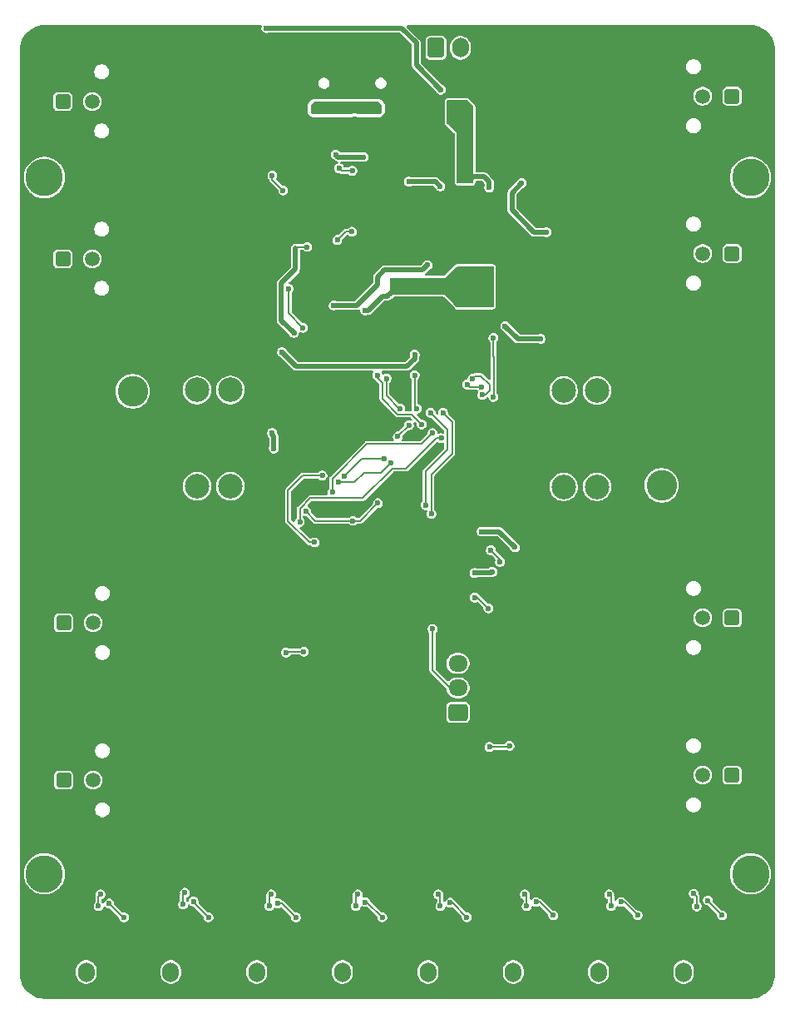
<source format=gbr>
%TF.GenerationSoftware,KiCad,Pcbnew,9.0.3-9.0.3-0~ubuntu24.04.1*%
%TF.CreationDate,2025-08-15T16:19:55-04:00*%
%TF.ProjectId,power distribution,706f7765-7220-4646-9973-747269627574,rev?*%
%TF.SameCoordinates,Original*%
%TF.FileFunction,Copper,L2,Bot*%
%TF.FilePolarity,Positive*%
%FSLAX46Y46*%
G04 Gerber Fmt 4.6, Leading zero omitted, Abs format (unit mm)*
G04 Created by KiCad (PCBNEW 9.0.3-9.0.3-0~ubuntu24.04.1) date 2025-08-15 16:19:55*
%MOMM*%
%LPD*%
G01*
G04 APERTURE LIST*
G04 Aperture macros list*
%AMRoundRect*
0 Rectangle with rounded corners*
0 $1 Rounding radius*
0 $2 $3 $4 $5 $6 $7 $8 $9 X,Y pos of 4 corners*
0 Add a 4 corners polygon primitive as box body*
4,1,4,$2,$3,$4,$5,$6,$7,$8,$9,$2,$3,0*
0 Add four circle primitives for the rounded corners*
1,1,$1+$1,$2,$3*
1,1,$1+$1,$4,$5*
1,1,$1+$1,$6,$7*
1,1,$1+$1,$8,$9*
0 Add four rect primitives between the rounded corners*
20,1,$1+$1,$2,$3,$4,$5,0*
20,1,$1+$1,$4,$5,$6,$7,0*
20,1,$1+$1,$6,$7,$8,$9,0*
20,1,$1+$1,$8,$9,$2,$3,0*%
G04 Aperture macros list end*
%TA.AperFunction,ComponentPad*%
%ADD10RoundRect,0.250001X0.499999X-0.499999X0.499999X0.499999X-0.499999X0.499999X-0.499999X-0.499999X0*%
%TD*%
%TA.AperFunction,ComponentPad*%
%ADD11C,1.500000*%
%TD*%
%TA.AperFunction,ComponentPad*%
%ADD12C,3.800000*%
%TD*%
%TA.AperFunction,ComponentPad*%
%ADD13C,3.100000*%
%TD*%
%TA.AperFunction,ComponentPad*%
%ADD14RoundRect,0.250001X-0.499999X0.499999X-0.499999X-0.499999X0.499999X-0.499999X0.499999X0.499999X0*%
%TD*%
%TA.AperFunction,ComponentPad*%
%ADD15RoundRect,0.250000X0.600000X0.750000X-0.600000X0.750000X-0.600000X-0.750000X0.600000X-0.750000X0*%
%TD*%
%TA.AperFunction,ComponentPad*%
%ADD16O,1.700000X2.000000*%
%TD*%
%TA.AperFunction,ComponentPad*%
%ADD17RoundRect,0.250000X0.725000X-0.600000X0.725000X0.600000X-0.725000X0.600000X-0.725000X-0.600000X0*%
%TD*%
%TA.AperFunction,ComponentPad*%
%ADD18O,1.950000X1.700000*%
%TD*%
%TA.AperFunction,ComponentPad*%
%ADD19C,2.500000*%
%TD*%
%TA.AperFunction,HeatsinkPad*%
%ADD20O,1.000000X2.100000*%
%TD*%
%TA.AperFunction,HeatsinkPad*%
%ADD21O,1.000000X1.800000*%
%TD*%
%TA.AperFunction,ComponentPad*%
%ADD22RoundRect,0.250000X-0.600000X-0.750000X0.600000X-0.750000X0.600000X0.750000X-0.600000X0.750000X0*%
%TD*%
%TA.AperFunction,ViaPad*%
%ADD23C,0.600000*%
%TD*%
%TA.AperFunction,Conductor*%
%ADD24C,0.500000*%
%TD*%
%TA.AperFunction,Conductor*%
%ADD25C,0.200000*%
%TD*%
G04 APERTURE END LIST*
D10*
%TO.P,J2,1,Pin_1*%
%TO.N,Net-(D2-K)*%
X94774010Y-20460000D03*
D11*
%TO.P,J2,2,Pin_2*%
%TO.N,+24V*%
X97774010Y-20460000D03*
%TD*%
D12*
%TO.P,M2,1*%
%TO.N,N/C*%
X164800000Y-99000000D03*
%TD*%
D13*
%TO.P,J17,1,Pin_1*%
%TO.N,Net-(J17-Pin_1)*%
X101884010Y-49940000D03*
%TO.P,J17,2,Pin_2*%
%TO.N,GND*%
X101884010Y-59440000D03*
%TD*%
D12*
%TO.P,M2,1*%
%TO.N,N/C*%
X164800000Y-28200000D03*
%TD*%
D14*
%TO.P,J13,1,Pin_1*%
%TO.N,Net-(D19-K)*%
X162915000Y-19930000D03*
D11*
%TO.P,J13,2,Pin_2*%
%TO.N,+24V*%
X159915000Y-19930000D03*
%TD*%
D14*
%TO.P,J3,1,Pin_1*%
%TO.N,Net-(D3-K)*%
X162915000Y-88980000D03*
D11*
%TO.P,J3,2,Pin_2*%
%TO.N,+24V*%
X159915000Y-88980000D03*
%TD*%
D15*
%TO.P,J14,1,Pin_1*%
%TO.N,GND*%
X108270000Y-109000000D03*
D16*
%TO.P,J14,2,Pin_2*%
%TO.N,Net-(J14-Pin_2)*%
X105770000Y-109000000D03*
%TD*%
D15*
%TO.P,J15,1,Pin_1*%
%TO.N,GND*%
X143130000Y-109000000D03*
D16*
%TO.P,J15,2,Pin_2*%
%TO.N,Net-(J15-Pin_2)*%
X140630000Y-109000000D03*
%TD*%
D15*
%TO.P,J10,1,Pin_1*%
%TO.N,GND*%
X99645000Y-109000000D03*
D16*
%TO.P,J10,2,Pin_2*%
%TO.N,Net-(J10-Pin_2)*%
X97145000Y-109000000D03*
%TD*%
D14*
%TO.P,J19,1,Pin_1*%
%TO.N,Net-(D22-K)*%
X162915000Y-35930000D03*
D11*
%TO.P,J19,2,Pin_2*%
%TO.N,+24V*%
X159915000Y-35930000D03*
%TD*%
D15*
%TO.P,J22,1,Pin_1*%
%TO.N,GND*%
X125740000Y-109000000D03*
D16*
%TO.P,J22,2,Pin_2*%
%TO.N,Net-(J22-Pin_2)*%
X123240000Y-109000000D03*
%TD*%
D15*
%TO.P,J20,1,Pin_1*%
%TO.N,GND*%
X117020000Y-109000000D03*
D16*
%TO.P,J20,2,Pin_2*%
%TO.N,Net-(J20-Pin_2)*%
X114520000Y-109000000D03*
%TD*%
D15*
%TO.P,J11,1,Pin_1*%
%TO.N,GND*%
X134460000Y-109000000D03*
D16*
%TO.P,J11,2,Pin_2*%
%TO.N,Net-(J11-Pin_2)*%
X131960000Y-109000000D03*
%TD*%
D17*
%TO.P,J4,1,Pin_1*%
%TO.N,+5V*%
X135000000Y-82600000D03*
D18*
%TO.P,J4,2,Pin_2*%
%TO.N,SWDIO*%
X135000000Y-80100000D03*
%TO.P,J4,3,Pin_3*%
%TO.N,SWCLK*%
X135000000Y-77600000D03*
%TO.P,J4,4,Pin_4*%
%TO.N,GND*%
X135000000Y-75100000D03*
%TD*%
D14*
%TO.P,J1,1,Pin_1*%
%TO.N,Net-(D1-K)*%
X162915000Y-72980000D03*
D11*
%TO.P,J1,2,Pin_2*%
%TO.N,+24V*%
X159915000Y-72980000D03*
%TD*%
D12*
%TO.P,M2,1*%
%TO.N,N/C*%
X92900000Y-28200000D03*
%TD*%
D19*
%TO.P,F2,1*%
%TO.N,+24V*%
X111834010Y-49800000D03*
X108434010Y-49800000D03*
%TO.P,F2,2*%
%TO.N,Net-(J17-Pin_1)*%
X111834010Y-59600000D03*
X108434010Y-59600000D03*
%TD*%
D12*
%TO.P,M2,1*%
%TO.N,N/C*%
X92900000Y-99000000D03*
%TD*%
D10*
%TO.P,J6,1,Pin_1*%
%TO.N,Net-(D6-K)*%
X94864010Y-73480000D03*
D11*
%TO.P,J6,2,Pin_2*%
%TO.N,+24V*%
X97864010Y-73480000D03*
%TD*%
D10*
%TO.P,J9,1,Pin_1*%
%TO.N,Net-(D7-K)*%
X94864010Y-89480000D03*
D11*
%TO.P,J9,2,Pin_2*%
%TO.N,+24V*%
X97864010Y-89480000D03*
%TD*%
D19*
%TO.P,F3,1*%
%TO.N,+24V*%
X145750000Y-59650000D03*
X149150000Y-59650000D03*
%TO.P,F3,2*%
%TO.N,Net-(J18-Pin_1)*%
X145750000Y-49850000D03*
X149150000Y-49850000D03*
%TD*%
D15*
%TO.P,J23,1,Pin_1*%
%TO.N,GND*%
X160470000Y-109000000D03*
D16*
%TO.P,J23,2,Pin_2*%
%TO.N,Net-(J23-Pin_2)*%
X157970000Y-109000000D03*
%TD*%
D20*
%TO.P,J8,S1,SHIELD*%
%TO.N,GND*%
X128570000Y-19125000D03*
D21*
X128570000Y-14925000D03*
D20*
X119930000Y-19125000D03*
D21*
X119930000Y-14925000D03*
%TD*%
D13*
%TO.P,J18,1,Pin_1*%
%TO.N,Net-(J18-Pin_1)*%
X155750000Y-59500000D03*
%TO.P,J18,2,Pin_2*%
%TO.N,GND*%
X155750000Y-50000000D03*
%TD*%
D10*
%TO.P,J5,1,Pin_1*%
%TO.N,Net-(D4-K)*%
X94774010Y-36460000D03*
D11*
%TO.P,J5,2,Pin_2*%
%TO.N,+24V*%
X97774010Y-36460000D03*
%TD*%
D22*
%TO.P,J7,1,Pin_1*%
%TO.N,RX*%
X132750000Y-15000000D03*
D16*
%TO.P,J7,2,Pin_2*%
%TO.N,TX*%
X135250000Y-15000000D03*
%TD*%
D15*
%TO.P,J21,1,Pin_1*%
%TO.N,GND*%
X151800000Y-109000000D03*
D16*
%TO.P,J21,2,Pin_2*%
%TO.N,Net-(J21-Pin_2)*%
X149300000Y-109000000D03*
%TD*%
D23*
%TO.N,+24V*%
X139800000Y-43300000D03*
X137400000Y-64200000D03*
X140800000Y-65800000D03*
X143400000Y-44600000D03*
%TO.N,GND*%
X135579010Y-105775000D03*
X111174010Y-85560000D03*
X135579010Y-72755000D03*
X146605000Y-25450000D03*
X137075000Y-25400000D03*
X110179010Y-105775000D03*
X140975000Y-17680000D03*
X97479010Y-52435000D03*
X97479010Y-54975000D03*
X112719010Y-62595000D03*
X114174010Y-83960000D03*
X108620000Y-104500000D03*
X115259010Y-98155000D03*
X113084010Y-31740000D03*
X100019010Y-57515000D03*
X120339010Y-108315000D03*
X155899010Y-52435000D03*
X97479010Y-65135000D03*
X160979010Y-105775000D03*
X114084010Y-31740000D03*
X122879010Y-82915000D03*
X143199010Y-100695000D03*
X150819010Y-44815000D03*
X146605000Y-93700000D03*
X100019010Y-105775000D03*
X140659010Y-95615000D03*
X115259010Y-105775000D03*
X146605000Y-24650000D03*
X143199010Y-75295000D03*
X145605000Y-24650000D03*
X145605000Y-39850000D03*
X122800000Y-54400000D03*
X166059010Y-108315000D03*
X166059010Y-105775000D03*
X111084010Y-31740000D03*
X153359010Y-44815000D03*
X138119010Y-108315000D03*
X120737500Y-31525000D03*
X92399010Y-95615000D03*
X146605000Y-76900000D03*
X160979010Y-98155000D03*
X112084010Y-14940000D03*
X145739010Y-105775000D03*
X114174010Y-68760000D03*
X117370000Y-104500000D03*
X106304010Y-76480000D03*
X144605000Y-94500000D03*
X117799010Y-16875000D03*
X120339010Y-29575000D03*
X137075000Y-26900000D03*
X133039010Y-65135000D03*
X140975000Y-72230000D03*
X133039010Y-70215000D03*
X122103526Y-27325054D03*
X113174010Y-68760000D03*
X97395000Y-104525000D03*
X158439010Y-110855000D03*
X148279010Y-54975000D03*
X152150000Y-104500000D03*
X114174010Y-85560000D03*
X110179010Y-54975000D03*
X122879010Y-105775000D03*
X130499010Y-110855000D03*
X112719010Y-98155000D03*
X146605000Y-40650000D03*
X145739010Y-44815000D03*
X145605000Y-76900000D03*
X133039010Y-72755000D03*
X140975000Y-86730000D03*
X105099010Y-42275000D03*
X138119010Y-90535000D03*
X143605000Y-92900000D03*
X148279010Y-44815000D03*
X120339010Y-93075000D03*
X145605000Y-94500000D03*
X143199010Y-27035000D03*
X155899010Y-105775000D03*
X163519010Y-95615000D03*
X113174010Y-85560000D03*
X166059010Y-103235000D03*
X97479010Y-98155000D03*
X125419010Y-16875000D03*
X125419010Y-110855000D03*
X145605000Y-41450000D03*
X115200000Y-46500000D03*
X116700000Y-38200000D03*
X138119010Y-105775000D03*
X148279010Y-98155000D03*
X140975000Y-19180000D03*
X135579010Y-60055000D03*
X114084010Y-16540000D03*
X114174010Y-84760000D03*
X143199010Y-80375000D03*
X132350000Y-40700000D03*
X158439010Y-47355000D03*
X127959010Y-100695000D03*
X113084010Y-16540000D03*
X127959010Y-108315000D03*
X144605000Y-39850000D03*
X112174010Y-84760000D03*
X120339010Y-98155000D03*
X117799010Y-32115000D03*
X155899010Y-108315000D03*
X151475000Y-32930000D03*
X143199010Y-105775000D03*
X158439010Y-44815000D03*
X106214010Y-23460000D03*
X111084010Y-30940000D03*
X122879010Y-87995000D03*
X143199010Y-65135000D03*
X106214010Y-39460000D03*
X120339010Y-95615000D03*
X137250000Y-47000000D03*
X112084010Y-31740000D03*
X115259010Y-82915000D03*
X113084010Y-15740000D03*
X133039010Y-95615000D03*
X113174010Y-83960000D03*
X146605000Y-39850000D03*
X138119010Y-75295000D03*
X155899010Y-98155000D03*
X158439010Y-105775000D03*
X114084010Y-15740000D03*
X94939010Y-100695000D03*
X140659010Y-105775000D03*
X155899010Y-14335000D03*
X111174010Y-83960000D03*
X112719010Y-54975000D03*
X163519010Y-105775000D03*
X106020000Y-104500000D03*
X92399010Y-14335000D03*
X146605000Y-94500000D03*
X163519010Y-108315000D03*
X122750000Y-22750000D03*
X120339010Y-16875000D03*
X116804010Y-90230000D03*
X92399010Y-103235000D03*
X113174010Y-67960000D03*
X122879010Y-85455000D03*
X106304010Y-92480000D03*
X119862500Y-44700000D03*
X117799010Y-110855000D03*
X126700000Y-49300000D03*
X123100000Y-66200000D03*
X160979010Y-14335000D03*
X145739010Y-108315000D03*
X144605000Y-23850000D03*
X114174010Y-67960000D03*
X160820000Y-104500000D03*
X153359010Y-105775000D03*
X117500000Y-64600000D03*
X138119010Y-16875000D03*
X97479010Y-110855000D03*
X160979010Y-95615000D03*
X100019010Y-54975000D03*
X153359010Y-49895000D03*
X145605000Y-77700000D03*
X114770000Y-104500000D03*
X113084010Y-30940000D03*
X138119010Y-93075000D03*
X117455000Y-52445000D03*
X115259010Y-80375000D03*
X153359010Y-98155000D03*
X112174010Y-68760000D03*
X110179010Y-62595000D03*
X134000000Y-18250000D03*
X122879010Y-98155000D03*
X115250000Y-51500000D03*
X133039010Y-27035000D03*
X111084010Y-15740000D03*
X144605000Y-40650000D03*
X102559010Y-80375000D03*
X97479010Y-57515000D03*
X133039010Y-93075000D03*
X137075000Y-26000000D03*
X140975000Y-88230000D03*
X114084010Y-14940000D03*
X135579010Y-87995000D03*
X150819010Y-98155000D03*
X117799010Y-14335000D03*
X110179010Y-110855000D03*
X155899010Y-47355000D03*
X140659010Y-49895000D03*
X111084010Y-32540000D03*
X135579010Y-90535000D03*
X110179010Y-98155000D03*
X122879010Y-16875000D03*
X110179010Y-82915000D03*
X143605000Y-77700000D03*
X100019010Y-110855000D03*
X110179010Y-72755000D03*
X145605000Y-92900000D03*
X126090000Y-104500000D03*
X133039010Y-21955000D03*
X124500000Y-22250000D03*
X151475000Y-85980000D03*
X137000000Y-18250000D03*
X145605000Y-25450000D03*
X122879010Y-90535000D03*
X117455000Y-50695000D03*
X146605000Y-78500000D03*
X102559010Y-95615000D03*
X135579010Y-95615000D03*
X110179010Y-29575000D03*
X121500000Y-37750000D03*
X107639010Y-62595000D03*
X117799010Y-98155000D03*
X122879010Y-14335000D03*
X133039010Y-82915000D03*
X112084010Y-30940000D03*
X146605000Y-77700000D03*
X127959010Y-105775000D03*
X139875000Y-27000000D03*
X114084010Y-30940000D03*
X105099010Y-24495000D03*
X145605000Y-23850000D03*
X105099010Y-27035000D03*
X127959010Y-16875000D03*
X92399010Y-110855000D03*
X138119010Y-60055000D03*
X138119010Y-110855000D03*
X116804010Y-91730000D03*
X149550000Y-104500000D03*
X120339010Y-27035000D03*
X121887500Y-55025000D03*
X138119010Y-14335000D03*
X123250000Y-48250000D03*
X158439010Y-54975000D03*
X113084010Y-14940000D03*
X145605000Y-40650000D03*
X133039010Y-110855000D03*
X110179010Y-34655000D03*
X114084010Y-32540000D03*
X112084010Y-16540000D03*
X94939010Y-14335000D03*
X143605000Y-76900000D03*
X143605000Y-25450000D03*
X100019010Y-65135000D03*
X112174010Y-69560000D03*
X119250000Y-57224010D03*
X135075000Y-33600000D03*
X150819010Y-110855000D03*
X135500000Y-18250000D03*
X111174010Y-68760000D03*
X97479010Y-95615000D03*
X110179010Y-65135000D03*
X121112500Y-44950000D03*
X116804010Y-75730000D03*
X122879010Y-95615000D03*
X143605000Y-39850000D03*
X112174010Y-83960000D03*
X143605000Y-94500000D03*
X113174010Y-69560000D03*
X97479010Y-14335000D03*
X122879010Y-80375000D03*
X122879010Y-110855000D03*
X124100000Y-67900000D03*
X97479010Y-105775000D03*
X110179010Y-37195000D03*
X140975000Y-33680000D03*
X113084010Y-32540000D03*
X135579010Y-62595000D03*
X100019010Y-62595000D03*
X150819010Y-105775000D03*
X114174010Y-69560000D03*
X105099010Y-62595000D03*
X143199010Y-21955000D03*
X140975000Y-35180000D03*
X119700000Y-55400000D03*
X138119010Y-19415000D03*
X144605000Y-24650000D03*
X105099010Y-98155000D03*
X133039010Y-90535000D03*
X140880000Y-104500000D03*
X153359010Y-110855000D03*
X100019010Y-95615000D03*
X143199010Y-37195000D03*
X138119010Y-54975000D03*
X127959010Y-110855000D03*
X105099010Y-80375000D03*
X111174010Y-67960000D03*
X92399010Y-108315000D03*
X107639010Y-98155000D03*
X111084010Y-16540000D03*
X160979010Y-110855000D03*
X133039010Y-24495000D03*
X97479010Y-62595000D03*
X102559010Y-27035000D03*
X119475000Y-49425000D03*
X143605000Y-78500000D03*
X138119010Y-62595000D03*
X143199010Y-90535000D03*
X94939010Y-108315000D03*
X144605000Y-25450000D03*
X143199010Y-57515000D03*
X135579010Y-110855000D03*
X128250000Y-41700000D03*
X92399010Y-105775000D03*
X143605000Y-24650000D03*
X110179010Y-19415000D03*
X138119010Y-87995000D03*
X123490000Y-104500000D03*
X133500000Y-59500000D03*
X137075000Y-29100000D03*
X144605000Y-78500000D03*
X116714010Y-37210000D03*
X140659010Y-110855000D03*
X112719010Y-110855000D03*
X133039010Y-67675000D03*
X133039010Y-105775000D03*
X112084010Y-32540000D03*
X145605000Y-78500000D03*
X130850000Y-40700000D03*
X148279010Y-110855000D03*
X153359010Y-47355000D03*
X155899010Y-44815000D03*
X155899010Y-110855000D03*
X158439010Y-98155000D03*
X166059010Y-14335000D03*
X112174010Y-67960000D03*
X131550000Y-40700000D03*
X113174010Y-84760000D03*
X144605000Y-41450000D03*
X127959010Y-24495000D03*
X133039010Y-87995000D03*
X130050000Y-40700000D03*
X143605000Y-93700000D03*
X138375000Y-27000000D03*
X128250000Y-40900000D03*
X117799010Y-105775000D03*
X129850000Y-43600000D03*
X140975000Y-70730000D03*
X102559010Y-105775000D03*
X163519010Y-110855000D03*
X144605000Y-77700000D03*
X102559010Y-62595000D03*
X111084010Y-14940000D03*
X122879010Y-77835000D03*
X110179010Y-108315000D03*
X110179010Y-87995000D03*
X107639010Y-110855000D03*
X151475000Y-16930000D03*
X124250000Y-48275000D03*
X117799010Y-19415000D03*
X158220000Y-104500000D03*
X143605000Y-41450000D03*
X158439010Y-52435000D03*
X117799010Y-70215000D03*
X144605000Y-76900000D03*
X135579010Y-93075000D03*
X116714010Y-22710000D03*
X120339010Y-110855000D03*
X112719010Y-65135000D03*
X119400000Y-56300000D03*
X140659010Y-93075000D03*
X129850000Y-42000000D03*
X122879010Y-93075000D03*
X138119010Y-77835000D03*
X138119010Y-95615000D03*
X115259010Y-110855000D03*
X143199010Y-110855000D03*
X125000000Y-31000000D03*
X116275000Y-59750000D03*
X105099010Y-110855000D03*
X133039010Y-85455000D03*
X145739010Y-110855000D03*
X132210000Y-104500000D03*
X97479010Y-100695000D03*
X116804010Y-74230000D03*
X97479010Y-67675000D03*
X144605000Y-92900000D03*
X102559010Y-108315000D03*
X145739010Y-98155000D03*
X125419010Y-14335000D03*
X97479010Y-60055000D03*
X118000000Y-67600000D03*
X143605000Y-40650000D03*
X138500000Y-18250000D03*
X134810000Y-104500000D03*
X94939010Y-110855000D03*
X112084010Y-15740000D03*
X138119010Y-52435000D03*
X146605000Y-92900000D03*
X143605000Y-23850000D03*
X143199010Y-60055000D03*
X120339010Y-105775000D03*
X116714010Y-21210000D03*
X111174010Y-84760000D03*
X119000000Y-48500000D03*
X99995000Y-104625000D03*
X125419010Y-105775000D03*
X139000000Y-57000000D03*
X145605000Y-93700000D03*
X146605000Y-41450000D03*
X163519010Y-14335000D03*
X153359010Y-108315000D03*
X143480000Y-104500000D03*
X94939010Y-105775000D03*
X158439010Y-49895000D03*
X158439010Y-14335000D03*
X100019010Y-98155000D03*
X137075000Y-24200000D03*
X140659010Y-47355000D03*
X115259010Y-87995000D03*
X112174010Y-85560000D03*
X135579010Y-16875000D03*
X143199010Y-95615000D03*
X140659010Y-90535000D03*
X151475000Y-69980000D03*
X166059010Y-95615000D03*
X102559010Y-110855000D03*
X111174010Y-69560000D03*
X133039010Y-80375000D03*
X107639010Y-105775000D03*
X135579010Y-85455000D03*
X94939010Y-95615000D03*
X144605000Y-93700000D03*
X119455000Y-53945000D03*
X146605000Y-23850000D03*
X102559010Y-98155000D03*
%TO.N,Net-(U1-SW)*%
X136750000Y-40900000D03*
X138175000Y-40200000D03*
X137450000Y-40200000D03*
X137450000Y-40900000D03*
X128450000Y-38800000D03*
X129150000Y-39700000D03*
X129150000Y-38800000D03*
X135350000Y-40200000D03*
X125550000Y-41700000D03*
X136050000Y-40900000D03*
X138175000Y-40900000D03*
X135350000Y-40900000D03*
X128450000Y-39700000D03*
X136050000Y-40200000D03*
X136750000Y-40200000D03*
%TO.N,+5V*%
X116075735Y-54174265D03*
X130600000Y-46200000D03*
X138100000Y-72000000D03*
X136700000Y-70900000D03*
X117088500Y-45951001D03*
X138600000Y-50500000D03*
X133200000Y-29100000D03*
X122350000Y-41210000D03*
X116250000Y-55750000D03*
X130000000Y-28600000D03*
X131900000Y-37100000D03*
X138600000Y-44500000D03*
%TO.N,+3.3VA*%
X108095000Y-101825000D03*
X109595000Y-103425000D03*
X116676985Y-102006985D03*
X126850000Y-61300000D03*
X142943368Y-101873368D03*
X125548368Y-101878368D03*
X127295000Y-103425000D03*
X161895000Y-103225000D03*
X151611833Y-101874903D03*
X153295000Y-103225000D03*
X134208368Y-101938368D03*
X99493501Y-102023501D03*
X124300000Y-63100000D03*
X100995000Y-103425000D03*
X118495000Y-103425000D03*
X144695000Y-103225000D03*
X119500000Y-62100000D03*
X160442197Y-101714539D03*
X135895000Y-103425000D03*
%TO.N,+3.3V*%
X122800000Y-59175000D03*
X121200000Y-58500000D03*
X122709900Y-34558429D03*
X119651000Y-35250473D03*
X120400000Y-65300000D03*
X124200000Y-33700000D03*
X118305331Y-44005331D03*
X128154445Y-57175000D03*
%TO.N,TH0*%
X98400000Y-102299000D03*
X98600000Y-101099000D03*
%TO.N,TH1*%
X107000000Y-102125000D03*
X107200000Y-100925000D03*
%TO.N,TH2*%
X116000000Y-101099000D03*
X115800000Y-102299000D03*
%TO.N,TH3*%
X124600000Y-102299000D03*
X124800000Y-101099000D03*
%TO.N,TH4*%
X133200000Y-102299000D03*
X133000000Y-101099000D03*
%TO.N,TH5*%
X142000000Y-102299000D03*
X141800000Y-101099000D03*
%TO.N,TH6*%
X150400000Y-101099000D03*
X150600000Y-102299000D03*
%TO.N,TH7*%
X159312500Y-102312500D03*
X159000000Y-101025000D03*
%TO.N,Net-(U5-SW)*%
X136175000Y-27750000D03*
X136075000Y-21200000D03*
X136075000Y-23300000D03*
X136175000Y-28450000D03*
X135175000Y-23300000D03*
X135275000Y-27750000D03*
X138175000Y-29200000D03*
X136075000Y-22600000D03*
X136075000Y-21900000D03*
X135275000Y-28450000D03*
%TO.N,+12V*%
X133250000Y-19250000D03*
X141500000Y-28750000D03*
X138500000Y-68300000D03*
X144000000Y-33750000D03*
X136700000Y-68400000D03*
X115500000Y-13000000D03*
%TO.N,VBUS*%
X122538000Y-25849500D03*
X125400000Y-26100000D03*
%TO.N,Net-(F1-Pad1)*%
X126250000Y-21000000D03*
X127000000Y-21000000D03*
X120250000Y-21250000D03*
X121000000Y-21250000D03*
%TO.N,SWCLK*%
X131700000Y-61500000D03*
X132200000Y-52100000D03*
%TO.N,SWDIO*%
X132300000Y-62400000D03*
X132400000Y-74100000D03*
X133488263Y-52118014D03*
%TO.N,D_-*%
X124250000Y-27500000D03*
X122900000Y-27250000D03*
%TO.N,BOOT*%
X123400000Y-58575000D03*
X130000000Y-53400000D03*
X127460320Y-56777263D03*
X128866194Y-54533806D03*
%TO.N,HEATER7*%
X137483201Y-50295665D03*
X138200000Y-86100000D03*
X140250000Y-86000000D03*
X136491422Y-48660048D03*
%TO.N,HEATER6*%
X137400000Y-49500000D03*
X135925735Y-49225735D03*
X139280331Y-67280331D03*
X138344669Y-66094669D03*
%TO.N,HEATER0*%
X117200000Y-29500000D03*
X116100000Y-28000000D03*
X129124265Y-51675735D03*
X127723631Y-48623631D03*
%TO.N,HEATER1*%
X126800000Y-48300000D03*
X131300000Y-53300000D03*
X119225735Y-43474265D03*
X117750000Y-39500000D03*
%TO.N,HEATER3*%
X132400000Y-54200000D03*
X122200000Y-60200000D03*
%TO.N,HEATER2*%
X119300000Y-76400000D03*
X133300000Y-54700000D03*
X117500000Y-76500000D03*
X118900000Y-63200000D03*
%TO.N,HEATER4*%
X130600000Y-48300000D03*
X130800000Y-51700000D03*
%TD*%
D24*
%TO.N,+24V*%
X141100000Y-44600000D02*
X139800000Y-43300000D01*
X143400000Y-44600000D02*
X141100000Y-44600000D01*
X137400000Y-64200000D02*
X139200000Y-64200000D01*
X139200000Y-64200000D02*
X140800000Y-65800000D01*
%TO.N,Net-(U1-SW)*%
X128450000Y-39700000D02*
X128001000Y-40149000D01*
X127938925Y-40149000D02*
X127837925Y-40250000D01*
X127300000Y-40250000D02*
X125850000Y-41700000D01*
X127837925Y-40250000D02*
X127300000Y-40250000D01*
X125850000Y-41700000D02*
X125550000Y-41700000D01*
X128001000Y-40149000D02*
X127938925Y-40149000D01*
%TO.N,+5V*%
X130000000Y-28600000D02*
X132700000Y-28600000D01*
X124690000Y-41210000D02*
X122350000Y-41210000D01*
D25*
X138600000Y-44500000D02*
X138600000Y-46350000D01*
D24*
X116075735Y-54174265D02*
X116075735Y-54325735D01*
D25*
X138625735Y-46375735D02*
X138625735Y-50474265D01*
D24*
X129800000Y-47400000D02*
X118537499Y-47400000D01*
X132700000Y-28600000D02*
X133200000Y-29100000D01*
X130600000Y-46200000D02*
X130600000Y-46600000D01*
D25*
X138600000Y-46350000D02*
X138625735Y-46375735D01*
D24*
X130600000Y-46600000D02*
X129800000Y-47400000D01*
X116075735Y-54325735D02*
X116250000Y-54500000D01*
D25*
X137000000Y-70900000D02*
X138100000Y-72000000D01*
D24*
X126800000Y-39100000D02*
X124690000Y-41210000D01*
X118537499Y-47400000D02*
X117088500Y-45951001D01*
X127500000Y-37600000D02*
X126800000Y-38300000D01*
X116250000Y-54500000D02*
X116250000Y-55750000D01*
X126800000Y-38300000D02*
X126800000Y-39100000D01*
X131400000Y-37600000D02*
X127500000Y-37600000D01*
X131900000Y-37100000D02*
X131400000Y-37600000D01*
D25*
X138625735Y-50474265D02*
X138600000Y-50500000D01*
X136700000Y-70900000D02*
X137000000Y-70900000D01*
%TO.N,+3.3VA*%
X119500000Y-62100000D02*
X120500000Y-63100000D01*
X124300000Y-63100000D02*
X125050000Y-63100000D01*
X143343368Y-101873368D02*
X142943368Y-101873368D01*
X108095000Y-101825000D02*
X108095000Y-101925000D01*
X100895000Y-103425000D02*
X99493501Y-102023501D01*
X120500000Y-63100000D02*
X124300000Y-63100000D01*
X100995000Y-103425000D02*
X100895000Y-103425000D01*
X118495000Y-103425000D02*
X117076985Y-102006985D01*
X160442197Y-101772197D02*
X160442197Y-101714539D01*
X135895000Y-103425000D02*
X134408368Y-101938368D01*
X153295000Y-103225000D02*
X151944903Y-101874903D01*
X134408368Y-101938368D02*
X134208368Y-101938368D01*
X125748368Y-101878368D02*
X125548368Y-101878368D01*
X117076985Y-102006985D02*
X116676985Y-102006985D01*
X161895000Y-103225000D02*
X160442197Y-101772197D01*
X125050000Y-63100000D02*
X126850000Y-61300000D01*
X144695000Y-103225000D02*
X143343368Y-101873368D01*
X127295000Y-103425000D02*
X125748368Y-101878368D01*
X151944903Y-101874903D02*
X151611833Y-101874903D01*
X108095000Y-101925000D02*
X109595000Y-103425000D01*
%TO.N,+3.3V*%
X119900000Y-65300000D02*
X117700000Y-63100000D01*
D24*
X118451000Y-37511075D02*
X118451000Y-35400000D01*
X118305331Y-44005331D02*
X117000000Y-42700000D01*
D25*
X125416194Y-58216194D02*
X127113251Y-58216194D01*
X124457388Y-59175000D02*
X125416194Y-58216194D01*
X123568329Y-33700000D02*
X122709900Y-34558429D01*
X124200000Y-33700000D02*
X123568329Y-33700000D01*
X117700000Y-63100000D02*
X117700000Y-60000000D01*
X119651000Y-35250473D02*
X118600527Y-35250473D01*
D24*
X117000000Y-38962075D02*
X118451000Y-37511075D01*
D25*
X127113251Y-58216194D02*
X128154445Y-57175000D01*
X120400000Y-65300000D02*
X119900000Y-65300000D01*
D24*
X117000000Y-42700000D02*
X117000000Y-38962075D01*
D25*
X117700000Y-60000000D02*
X119200000Y-58500000D01*
X118600527Y-35250473D02*
X118451000Y-35400000D01*
X119200000Y-58500000D02*
X121200000Y-58500000D01*
X122800000Y-59175000D02*
X124457388Y-59175000D01*
%TO.N,TH0*%
X98400000Y-101299000D02*
X98600000Y-101099000D01*
X98400000Y-102299000D02*
X98400000Y-101299000D01*
%TO.N,TH1*%
X107000000Y-102125000D02*
X107000000Y-101125000D01*
X107000000Y-101125000D02*
X107200000Y-100925000D01*
%TO.N,TH2*%
X115800000Y-101299000D02*
X116000000Y-101099000D01*
X115800000Y-102299000D02*
X115800000Y-101299000D01*
%TO.N,TH3*%
X124600000Y-101299000D02*
X124800000Y-101099000D01*
X124600000Y-102299000D02*
X124600000Y-101299000D01*
%TO.N,TH4*%
X133200000Y-101299000D02*
X133000000Y-101099000D01*
X133200000Y-102299000D02*
X133200000Y-101299000D01*
%TO.N,TH5*%
X142000000Y-101299000D02*
X141800000Y-101099000D01*
X142000000Y-102299000D02*
X142000000Y-101299000D01*
%TO.N,TH6*%
X150600000Y-102299000D02*
X150600000Y-101299000D01*
X150600000Y-101299000D02*
X150400000Y-101099000D01*
%TO.N,TH7*%
X159312500Y-102312500D02*
X159312500Y-101337500D01*
X159312500Y-101337500D02*
X159000000Y-101025000D01*
D24*
%TO.N,Net-(U5-SW)*%
X136175000Y-28450000D02*
X136525000Y-28100000D01*
X138175000Y-28600000D02*
X138175000Y-29200000D01*
X137675000Y-28100000D02*
X138175000Y-28600000D01*
X136525000Y-28100000D02*
X137675000Y-28100000D01*
%TO.N,+12V*%
X138400000Y-68400000D02*
X138500000Y-68300000D01*
X140500000Y-31500000D02*
X142750000Y-33750000D01*
X136700000Y-68400000D02*
X138400000Y-68400000D01*
X140500000Y-29750000D02*
X140500000Y-31500000D01*
X130750000Y-14500000D02*
X129250000Y-13000000D01*
X133250000Y-19250000D02*
X130750000Y-16750000D01*
X130750000Y-16750000D02*
X130750000Y-14500000D01*
X141500000Y-28750000D02*
X140500000Y-29750000D01*
X142750000Y-33750000D02*
X144000000Y-33750000D01*
X129250000Y-13000000D02*
X115500000Y-13000000D01*
%TO.N,VBUS*%
X122788500Y-26100000D02*
X122538000Y-25849500D01*
X125400000Y-26100000D02*
X122788500Y-26100000D01*
D25*
%TO.N,SWCLK*%
X131700000Y-61500000D02*
X131700000Y-58100000D01*
X133901000Y-53801000D02*
X132200000Y-52100000D01*
X133901000Y-55899000D02*
X133901000Y-53801000D01*
X131700000Y-58100000D02*
X133901000Y-55899000D01*
%TO.N,SWDIO*%
X132400000Y-78300000D02*
X134200000Y-80100000D01*
X134200000Y-80100000D02*
X135000000Y-80100000D01*
X133488263Y-52118014D02*
X134400000Y-53029751D01*
X132300000Y-58400000D02*
X132300000Y-62400000D01*
X132400000Y-74100000D02*
X132400000Y-78300000D01*
X134400000Y-56300000D02*
X132300000Y-58400000D01*
X134400000Y-53029751D02*
X134400000Y-56300000D01*
%TO.N,D_-*%
X123150000Y-27500000D02*
X122900000Y-27250000D01*
X124250000Y-27500000D02*
X123150000Y-27500000D01*
%TO.N,BOOT*%
X128866194Y-54533806D02*
X130000000Y-53400000D01*
X127460320Y-56777263D02*
X125197737Y-56777263D01*
X125197737Y-56777263D02*
X123400000Y-58575000D01*
%TO.N,HEATER7*%
X137483201Y-50295665D02*
X137793335Y-50295665D01*
X138201000Y-49251057D02*
X137349943Y-48400000D01*
X137349943Y-48400000D02*
X136751470Y-48400000D01*
X138200000Y-86100000D02*
X140150000Y-86100000D01*
X138201000Y-49888000D02*
X138201000Y-49251057D01*
X140150000Y-86100000D02*
X140250000Y-86000000D01*
X137793335Y-50295665D02*
X138201000Y-49888000D01*
X136751470Y-48400000D02*
X136491422Y-48660048D01*
%TO.N,HEATER6*%
X139280331Y-67030331D02*
X139280331Y-67280331D01*
X137400000Y-49500000D02*
X136200000Y-49500000D01*
X136200000Y-49500000D02*
X135925735Y-49225735D01*
X138344669Y-66094669D02*
X139280331Y-67030331D01*
%TO.N,HEATER0*%
X127723631Y-50373574D02*
X129025792Y-51675735D01*
X127723631Y-48623631D02*
X127723631Y-50373574D01*
X116100000Y-28000000D02*
X116100000Y-28400000D01*
X116100000Y-28400000D02*
X117200000Y-29500000D01*
X129025792Y-51675735D02*
X129124265Y-51675735D01*
%TO.N,HEATER1*%
X126800000Y-48549943D02*
X126800000Y-48300000D01*
X117750000Y-41998530D02*
X117750000Y-39500000D01*
X130276735Y-52276735D02*
X128875322Y-52276735D01*
X127322631Y-50724044D02*
X127322631Y-49072574D01*
X131300000Y-53300000D02*
X130276735Y-52276735D01*
X128875322Y-52276735D02*
X127322631Y-50724044D01*
X127322631Y-49072574D02*
X126800000Y-48549943D01*
X119225735Y-43474265D02*
X117750000Y-41998530D01*
%TO.N,HEATER3*%
X125700000Y-55300000D02*
X122200000Y-58800000D01*
X132400000Y-54200000D02*
X131300000Y-55300000D01*
X122200000Y-58800000D02*
X122200000Y-60200000D01*
X131300000Y-55300000D02*
X125700000Y-55300000D01*
%TO.N,HEATER2*%
X132800000Y-54700000D02*
X129700000Y-57800000D01*
X118900000Y-61850057D02*
X118900000Y-63200000D01*
X128300000Y-57800000D02*
X125299000Y-60801000D01*
X119949057Y-60801000D02*
X118900000Y-61850057D01*
X119300000Y-76400000D02*
X117600000Y-76400000D01*
X117600000Y-76400000D02*
X117500000Y-76500000D01*
X129700000Y-57800000D02*
X128300000Y-57800000D01*
X125299000Y-60801000D02*
X119949057Y-60801000D01*
X133300000Y-54700000D02*
X132800000Y-54700000D01*
%TO.N,HEATER4*%
X130600000Y-51500000D02*
X130800000Y-51700000D01*
X130600000Y-48300000D02*
X130600000Y-51500000D01*
%TD*%
%TA.AperFunction,Conductor*%
%TO.N,GND*%
G36*
X114967534Y-12720185D02*
G01*
X115013289Y-12772989D01*
X115023233Y-12842147D01*
X115020270Y-12856593D01*
X114999500Y-12934108D01*
X114999500Y-13065891D01*
X115033608Y-13193187D01*
X115066554Y-13250250D01*
X115099500Y-13307314D01*
X115192686Y-13400500D01*
X115291521Y-13457563D01*
X115301425Y-13463281D01*
X115306814Y-13466392D01*
X115434108Y-13500500D01*
X115434110Y-13500500D01*
X115565890Y-13500500D01*
X115565892Y-13500500D01*
X115693186Y-13466392D01*
X115693194Y-13466387D01*
X115700696Y-13463281D01*
X115701249Y-13464618D01*
X115753937Y-13450500D01*
X129012035Y-13450500D01*
X129079074Y-13470185D01*
X129099716Y-13486819D01*
X130263181Y-14650284D01*
X130296666Y-14711607D01*
X130299500Y-14737965D01*
X130299500Y-16809310D01*
X130311768Y-16855097D01*
X130311769Y-16855097D01*
X130330201Y-16923887D01*
X130389511Y-17026614D01*
X130389513Y-17026616D01*
X132751887Y-19388990D01*
X132779163Y-19436233D01*
X132780499Y-19435680D01*
X132783607Y-19443185D01*
X132804722Y-19479757D01*
X132849500Y-19557314D01*
X132942686Y-19650500D01*
X133056814Y-19716392D01*
X133184108Y-19750500D01*
X133184110Y-19750500D01*
X133315890Y-19750500D01*
X133315892Y-19750500D01*
X133443186Y-19716392D01*
X133557314Y-19650500D01*
X133650500Y-19557314D01*
X133716392Y-19443186D01*
X133750500Y-19315892D01*
X133750500Y-19184108D01*
X133716392Y-19056814D01*
X133650500Y-18942686D01*
X133557314Y-18849500D01*
X133491421Y-18811456D01*
X133443185Y-18783607D01*
X133435680Y-18780499D01*
X133436233Y-18779163D01*
X133388990Y-18751887D01*
X131492195Y-16855092D01*
X158214500Y-16855092D01*
X158214500Y-17004907D01*
X158243723Y-17151822D01*
X158243725Y-17151830D01*
X158301051Y-17290229D01*
X158301056Y-17290238D01*
X158384280Y-17414790D01*
X158384283Y-17414794D01*
X158490205Y-17520716D01*
X158490209Y-17520719D01*
X158614761Y-17603943D01*
X158614767Y-17603946D01*
X158614768Y-17603947D01*
X158753170Y-17661275D01*
X158900092Y-17690499D01*
X158900096Y-17690500D01*
X158900097Y-17690500D01*
X159049904Y-17690500D01*
X159049905Y-17690499D01*
X159196830Y-17661275D01*
X159335232Y-17603947D01*
X159459791Y-17520719D01*
X159565719Y-17414791D01*
X159648947Y-17290232D01*
X159706275Y-17151830D01*
X159735500Y-17004903D01*
X159735500Y-16855097D01*
X159706275Y-16708170D01*
X159648947Y-16569768D01*
X159648946Y-16569767D01*
X159648943Y-16569761D01*
X159565719Y-16445209D01*
X159565716Y-16445205D01*
X159459794Y-16339283D01*
X159459790Y-16339280D01*
X159335238Y-16256056D01*
X159335229Y-16256051D01*
X159196830Y-16198725D01*
X159196822Y-16198723D01*
X159049907Y-16169500D01*
X159049903Y-16169500D01*
X158900097Y-16169500D01*
X158900092Y-16169500D01*
X158753177Y-16198723D01*
X158753169Y-16198725D01*
X158614770Y-16256051D01*
X158614761Y-16256056D01*
X158490209Y-16339280D01*
X158490205Y-16339283D01*
X158384283Y-16445205D01*
X158384280Y-16445209D01*
X158301056Y-16569761D01*
X158301051Y-16569770D01*
X158243725Y-16708169D01*
X158243723Y-16708177D01*
X158214500Y-16855092D01*
X131492195Y-16855092D01*
X131236819Y-16599716D01*
X131203334Y-16538393D01*
X131200500Y-16512035D01*
X131200500Y-14440693D01*
X131200500Y-14440691D01*
X131169799Y-14326114D01*
X131142218Y-14278342D01*
X131110489Y-14223386D01*
X131082833Y-14195730D01*
X131699500Y-14195730D01*
X131699500Y-15804269D01*
X131702353Y-15834699D01*
X131702353Y-15834701D01*
X131747206Y-15962880D01*
X131747207Y-15962882D01*
X131827850Y-16072150D01*
X131937118Y-16152793D01*
X131958089Y-16160131D01*
X132065299Y-16197646D01*
X132095730Y-16200500D01*
X132095734Y-16200500D01*
X133404270Y-16200500D01*
X133434699Y-16197646D01*
X133434701Y-16197646D01*
X133498790Y-16175219D01*
X133562882Y-16152793D01*
X133672150Y-16072150D01*
X133752793Y-15962882D01*
X133775219Y-15898790D01*
X133797646Y-15834701D01*
X133797646Y-15834699D01*
X133800500Y-15804269D01*
X133800500Y-14746530D01*
X134199500Y-14746530D01*
X134199500Y-15253469D01*
X134239868Y-15456412D01*
X134239870Y-15456420D01*
X134319058Y-15647596D01*
X134434024Y-15819657D01*
X134580342Y-15965975D01*
X134580345Y-15965977D01*
X134752402Y-16080941D01*
X134943580Y-16160130D01*
X135146530Y-16200499D01*
X135146534Y-16200500D01*
X135146535Y-16200500D01*
X135353466Y-16200500D01*
X135353467Y-16200499D01*
X135556420Y-16160130D01*
X135747598Y-16080941D01*
X135919655Y-15965977D01*
X136065977Y-15819655D01*
X136180941Y-15647598D01*
X136260130Y-15456420D01*
X136300500Y-15253465D01*
X136300500Y-14746535D01*
X136260130Y-14543580D01*
X136180941Y-14352402D01*
X136065977Y-14180345D01*
X136065975Y-14180342D01*
X135919657Y-14034024D01*
X135833626Y-13976541D01*
X135747598Y-13919059D01*
X135556420Y-13839870D01*
X135556412Y-13839868D01*
X135353469Y-13799500D01*
X135353465Y-13799500D01*
X135146535Y-13799500D01*
X135146530Y-13799500D01*
X134943587Y-13839868D01*
X134943579Y-13839870D01*
X134752403Y-13919058D01*
X134580342Y-14034024D01*
X134434024Y-14180342D01*
X134319058Y-14352403D01*
X134239870Y-14543579D01*
X134239868Y-14543587D01*
X134199500Y-14746530D01*
X133800500Y-14746530D01*
X133800500Y-14195730D01*
X133797646Y-14165300D01*
X133797646Y-14165298D01*
X133752793Y-14037119D01*
X133752792Y-14037117D01*
X133672150Y-13927850D01*
X133562882Y-13847207D01*
X133562880Y-13847206D01*
X133434700Y-13802353D01*
X133404270Y-13799500D01*
X133404266Y-13799500D01*
X132095734Y-13799500D01*
X132095730Y-13799500D01*
X132065300Y-13802353D01*
X132065298Y-13802353D01*
X131937119Y-13847206D01*
X131937117Y-13847207D01*
X131827850Y-13927850D01*
X131747207Y-14037117D01*
X131747206Y-14037119D01*
X131702353Y-14165298D01*
X131702353Y-14165300D01*
X131699500Y-14195730D01*
X131082833Y-14195730D01*
X129799284Y-12912181D01*
X129765799Y-12850858D01*
X129770783Y-12781166D01*
X129812655Y-12725233D01*
X129878119Y-12700816D01*
X129886965Y-12700500D01*
X164734108Y-12700500D01*
X164796249Y-12700500D01*
X164803736Y-12700726D01*
X165093796Y-12718271D01*
X165108657Y-12720075D01*
X165390798Y-12771780D01*
X165405335Y-12775363D01*
X165679172Y-12860695D01*
X165693163Y-12866000D01*
X165954743Y-12983727D01*
X165967989Y-12990680D01*
X166213465Y-13139075D01*
X166225776Y-13147573D01*
X166429670Y-13307313D01*
X166451573Y-13324473D01*
X166462781Y-13334403D01*
X166665596Y-13537218D01*
X166675526Y-13548426D01*
X166795481Y-13701538D01*
X166852422Y-13774217D01*
X166860926Y-13786537D01*
X166870487Y-13802353D01*
X167009316Y-14032004D01*
X167016275Y-14045263D01*
X167133997Y-14306831D01*
X167139306Y-14320832D01*
X167224635Y-14594663D01*
X167228219Y-14609201D01*
X167279923Y-14891340D01*
X167281728Y-14906205D01*
X167299274Y-15196263D01*
X167299500Y-15203750D01*
X167299500Y-109196249D01*
X167299274Y-109203736D01*
X167281728Y-109493794D01*
X167279923Y-109508659D01*
X167228219Y-109790798D01*
X167224635Y-109805336D01*
X167139306Y-110079167D01*
X167133997Y-110093168D01*
X167016275Y-110354736D01*
X167009316Y-110367995D01*
X166860928Y-110613459D01*
X166852422Y-110625782D01*
X166675526Y-110851573D01*
X166665596Y-110862781D01*
X166462781Y-111065596D01*
X166451573Y-111075526D01*
X166225782Y-111252422D01*
X166213459Y-111260928D01*
X165967995Y-111409316D01*
X165954736Y-111416275D01*
X165693168Y-111533997D01*
X165679167Y-111539306D01*
X165405336Y-111624635D01*
X165390798Y-111628219D01*
X165108659Y-111679923D01*
X165093794Y-111681728D01*
X164803736Y-111699274D01*
X164796249Y-111699500D01*
X92903751Y-111699500D01*
X92896264Y-111699274D01*
X92606205Y-111681728D01*
X92591340Y-111679923D01*
X92309201Y-111628219D01*
X92294663Y-111624635D01*
X92020832Y-111539306D01*
X92006831Y-111533997D01*
X91745263Y-111416275D01*
X91732004Y-111409316D01*
X91486540Y-111260928D01*
X91474217Y-111252422D01*
X91248426Y-111075526D01*
X91237218Y-111065596D01*
X91034403Y-110862781D01*
X91024473Y-110851573D01*
X90847573Y-110625776D01*
X90839075Y-110613465D01*
X90690680Y-110367989D01*
X90683727Y-110354743D01*
X90566000Y-110093163D01*
X90560693Y-110079167D01*
X90475364Y-109805336D01*
X90471780Y-109790798D01*
X90420076Y-109508659D01*
X90418271Y-109493794D01*
X90400726Y-109203736D01*
X90400500Y-109196249D01*
X90400500Y-108746530D01*
X96094500Y-108746530D01*
X96094500Y-109253469D01*
X96134868Y-109456412D01*
X96134870Y-109456420D01*
X96214058Y-109647596D01*
X96329024Y-109819657D01*
X96475342Y-109965975D01*
X96475345Y-109965977D01*
X96647402Y-110080941D01*
X96838580Y-110160130D01*
X97041530Y-110200499D01*
X97041534Y-110200500D01*
X97041535Y-110200500D01*
X97248466Y-110200500D01*
X97248467Y-110200499D01*
X97451420Y-110160130D01*
X97642598Y-110080941D01*
X97814655Y-109965977D01*
X97960977Y-109819655D01*
X98075941Y-109647598D01*
X98155130Y-109456420D01*
X98195500Y-109253465D01*
X98195500Y-108746535D01*
X98195499Y-108746530D01*
X104719500Y-108746530D01*
X104719500Y-109253469D01*
X104759868Y-109456412D01*
X104759870Y-109456420D01*
X104839058Y-109647596D01*
X104954024Y-109819657D01*
X105100342Y-109965975D01*
X105100345Y-109965977D01*
X105272402Y-110080941D01*
X105463580Y-110160130D01*
X105666530Y-110200499D01*
X105666534Y-110200500D01*
X105666535Y-110200500D01*
X105873466Y-110200500D01*
X105873467Y-110200499D01*
X106076420Y-110160130D01*
X106267598Y-110080941D01*
X106439655Y-109965977D01*
X106585977Y-109819655D01*
X106700941Y-109647598D01*
X106780130Y-109456420D01*
X106820500Y-109253465D01*
X106820500Y-108746535D01*
X106820499Y-108746530D01*
X113469500Y-108746530D01*
X113469500Y-109253469D01*
X113509868Y-109456412D01*
X113509870Y-109456420D01*
X113589058Y-109647596D01*
X113704024Y-109819657D01*
X113850342Y-109965975D01*
X113850345Y-109965977D01*
X114022402Y-110080941D01*
X114213580Y-110160130D01*
X114416530Y-110200499D01*
X114416534Y-110200500D01*
X114416535Y-110200500D01*
X114623466Y-110200500D01*
X114623467Y-110200499D01*
X114826420Y-110160130D01*
X115017598Y-110080941D01*
X115189655Y-109965977D01*
X115335977Y-109819655D01*
X115450941Y-109647598D01*
X115530130Y-109456420D01*
X115570500Y-109253465D01*
X115570500Y-108746535D01*
X115570499Y-108746530D01*
X122189500Y-108746530D01*
X122189500Y-109253469D01*
X122229868Y-109456412D01*
X122229870Y-109456420D01*
X122309058Y-109647596D01*
X122424024Y-109819657D01*
X122570342Y-109965975D01*
X122570345Y-109965977D01*
X122742402Y-110080941D01*
X122933580Y-110160130D01*
X123136530Y-110200499D01*
X123136534Y-110200500D01*
X123136535Y-110200500D01*
X123343466Y-110200500D01*
X123343467Y-110200499D01*
X123546420Y-110160130D01*
X123737598Y-110080941D01*
X123909655Y-109965977D01*
X124055977Y-109819655D01*
X124170941Y-109647598D01*
X124250130Y-109456420D01*
X124290500Y-109253465D01*
X124290500Y-108746535D01*
X124290499Y-108746530D01*
X130909500Y-108746530D01*
X130909500Y-109253469D01*
X130949868Y-109456412D01*
X130949870Y-109456420D01*
X131029058Y-109647596D01*
X131144024Y-109819657D01*
X131290342Y-109965975D01*
X131290345Y-109965977D01*
X131462402Y-110080941D01*
X131653580Y-110160130D01*
X131856530Y-110200499D01*
X131856534Y-110200500D01*
X131856535Y-110200500D01*
X132063466Y-110200500D01*
X132063467Y-110200499D01*
X132266420Y-110160130D01*
X132457598Y-110080941D01*
X132629655Y-109965977D01*
X132775977Y-109819655D01*
X132890941Y-109647598D01*
X132970130Y-109456420D01*
X133010500Y-109253465D01*
X133010500Y-108746535D01*
X133010499Y-108746530D01*
X139579500Y-108746530D01*
X139579500Y-109253469D01*
X139619868Y-109456412D01*
X139619870Y-109456420D01*
X139699058Y-109647596D01*
X139814024Y-109819657D01*
X139960342Y-109965975D01*
X139960345Y-109965977D01*
X140132402Y-110080941D01*
X140323580Y-110160130D01*
X140526530Y-110200499D01*
X140526534Y-110200500D01*
X140526535Y-110200500D01*
X140733466Y-110200500D01*
X140733467Y-110200499D01*
X140936420Y-110160130D01*
X141127598Y-110080941D01*
X141299655Y-109965977D01*
X141445977Y-109819655D01*
X141560941Y-109647598D01*
X141640130Y-109456420D01*
X141680500Y-109253465D01*
X141680500Y-108746535D01*
X141680499Y-108746530D01*
X148249500Y-108746530D01*
X148249500Y-109253469D01*
X148289868Y-109456412D01*
X148289870Y-109456420D01*
X148369058Y-109647596D01*
X148484024Y-109819657D01*
X148630342Y-109965975D01*
X148630345Y-109965977D01*
X148802402Y-110080941D01*
X148993580Y-110160130D01*
X149196530Y-110200499D01*
X149196534Y-110200500D01*
X149196535Y-110200500D01*
X149403466Y-110200500D01*
X149403467Y-110200499D01*
X149606420Y-110160130D01*
X149797598Y-110080941D01*
X149969655Y-109965977D01*
X150115977Y-109819655D01*
X150230941Y-109647598D01*
X150310130Y-109456420D01*
X150350500Y-109253465D01*
X150350500Y-108746535D01*
X150350499Y-108746530D01*
X156919500Y-108746530D01*
X156919500Y-109253469D01*
X156959868Y-109456412D01*
X156959870Y-109456420D01*
X157039058Y-109647596D01*
X157154024Y-109819657D01*
X157300342Y-109965975D01*
X157300345Y-109965977D01*
X157472402Y-110080941D01*
X157663580Y-110160130D01*
X157866530Y-110200499D01*
X157866534Y-110200500D01*
X157866535Y-110200500D01*
X158073466Y-110200500D01*
X158073467Y-110200499D01*
X158276420Y-110160130D01*
X158467598Y-110080941D01*
X158639655Y-109965977D01*
X158785977Y-109819655D01*
X158900941Y-109647598D01*
X158980130Y-109456420D01*
X159020500Y-109253465D01*
X159020500Y-108746535D01*
X158980130Y-108543580D01*
X158900941Y-108352402D01*
X158785977Y-108180345D01*
X158785975Y-108180342D01*
X158639657Y-108034024D01*
X158553626Y-107976541D01*
X158467598Y-107919059D01*
X158276420Y-107839870D01*
X158276412Y-107839868D01*
X158073469Y-107799500D01*
X158073465Y-107799500D01*
X157866535Y-107799500D01*
X157866530Y-107799500D01*
X157663587Y-107839868D01*
X157663579Y-107839870D01*
X157472403Y-107919058D01*
X157300342Y-108034024D01*
X157154024Y-108180342D01*
X157039058Y-108352403D01*
X156959870Y-108543579D01*
X156959868Y-108543587D01*
X156919500Y-108746530D01*
X150350499Y-108746530D01*
X150310130Y-108543580D01*
X150230941Y-108352402D01*
X150115977Y-108180345D01*
X150115975Y-108180342D01*
X149969657Y-108034024D01*
X149883626Y-107976541D01*
X149797598Y-107919059D01*
X149606420Y-107839870D01*
X149606412Y-107839868D01*
X149403469Y-107799500D01*
X149403465Y-107799500D01*
X149196535Y-107799500D01*
X149196530Y-107799500D01*
X148993587Y-107839868D01*
X148993579Y-107839870D01*
X148802403Y-107919058D01*
X148630342Y-108034024D01*
X148484024Y-108180342D01*
X148369058Y-108352403D01*
X148289870Y-108543579D01*
X148289868Y-108543587D01*
X148249500Y-108746530D01*
X141680499Y-108746530D01*
X141640130Y-108543580D01*
X141560941Y-108352402D01*
X141445977Y-108180345D01*
X141445975Y-108180342D01*
X141299657Y-108034024D01*
X141213626Y-107976541D01*
X141127598Y-107919059D01*
X140936420Y-107839870D01*
X140936412Y-107839868D01*
X140733469Y-107799500D01*
X140733465Y-107799500D01*
X140526535Y-107799500D01*
X140526530Y-107799500D01*
X140323587Y-107839868D01*
X140323579Y-107839870D01*
X140132403Y-107919058D01*
X139960342Y-108034024D01*
X139814024Y-108180342D01*
X139699058Y-108352403D01*
X139619870Y-108543579D01*
X139619868Y-108543587D01*
X139579500Y-108746530D01*
X133010499Y-108746530D01*
X132970130Y-108543580D01*
X132890941Y-108352402D01*
X132775977Y-108180345D01*
X132775975Y-108180342D01*
X132629657Y-108034024D01*
X132543626Y-107976541D01*
X132457598Y-107919059D01*
X132266420Y-107839870D01*
X132266412Y-107839868D01*
X132063469Y-107799500D01*
X132063465Y-107799500D01*
X131856535Y-107799500D01*
X131856530Y-107799500D01*
X131653587Y-107839868D01*
X131653579Y-107839870D01*
X131462403Y-107919058D01*
X131290342Y-108034024D01*
X131144024Y-108180342D01*
X131029058Y-108352403D01*
X130949870Y-108543579D01*
X130949868Y-108543587D01*
X130909500Y-108746530D01*
X124290499Y-108746530D01*
X124250130Y-108543580D01*
X124170941Y-108352402D01*
X124055977Y-108180345D01*
X124055975Y-108180342D01*
X123909657Y-108034024D01*
X123823626Y-107976541D01*
X123737598Y-107919059D01*
X123546420Y-107839870D01*
X123546412Y-107839868D01*
X123343469Y-107799500D01*
X123343465Y-107799500D01*
X123136535Y-107799500D01*
X123136530Y-107799500D01*
X122933587Y-107839868D01*
X122933579Y-107839870D01*
X122742403Y-107919058D01*
X122570342Y-108034024D01*
X122424024Y-108180342D01*
X122309058Y-108352403D01*
X122229870Y-108543579D01*
X122229868Y-108543587D01*
X122189500Y-108746530D01*
X115570499Y-108746530D01*
X115530130Y-108543580D01*
X115450941Y-108352402D01*
X115335977Y-108180345D01*
X115335975Y-108180342D01*
X115189657Y-108034024D01*
X115103626Y-107976541D01*
X115017598Y-107919059D01*
X114826420Y-107839870D01*
X114826412Y-107839868D01*
X114623469Y-107799500D01*
X114623465Y-107799500D01*
X114416535Y-107799500D01*
X114416530Y-107799500D01*
X114213587Y-107839868D01*
X114213579Y-107839870D01*
X114022403Y-107919058D01*
X113850342Y-108034024D01*
X113704024Y-108180342D01*
X113589058Y-108352403D01*
X113509870Y-108543579D01*
X113509868Y-108543587D01*
X113469500Y-108746530D01*
X106820499Y-108746530D01*
X106780130Y-108543580D01*
X106700941Y-108352402D01*
X106585977Y-108180345D01*
X106585975Y-108180342D01*
X106439657Y-108034024D01*
X106353626Y-107976541D01*
X106267598Y-107919059D01*
X106076420Y-107839870D01*
X106076412Y-107839868D01*
X105873469Y-107799500D01*
X105873465Y-107799500D01*
X105666535Y-107799500D01*
X105666530Y-107799500D01*
X105463587Y-107839868D01*
X105463579Y-107839870D01*
X105272403Y-107919058D01*
X105100342Y-108034024D01*
X104954024Y-108180342D01*
X104839058Y-108352403D01*
X104759870Y-108543579D01*
X104759868Y-108543587D01*
X104719500Y-108746530D01*
X98195499Y-108746530D01*
X98155130Y-108543580D01*
X98075941Y-108352402D01*
X97960977Y-108180345D01*
X97960975Y-108180342D01*
X97814657Y-108034024D01*
X97728626Y-107976541D01*
X97642598Y-107919059D01*
X97451420Y-107839870D01*
X97451412Y-107839868D01*
X97248469Y-107799500D01*
X97248465Y-107799500D01*
X97041535Y-107799500D01*
X97041530Y-107799500D01*
X96838587Y-107839868D01*
X96838579Y-107839870D01*
X96647403Y-107919058D01*
X96475342Y-108034024D01*
X96329024Y-108180342D01*
X96214058Y-108352403D01*
X96134870Y-108543579D01*
X96134868Y-108543587D01*
X96094500Y-108746530D01*
X90400500Y-108746530D01*
X90400500Y-102233108D01*
X97899500Y-102233108D01*
X97899500Y-102364892D01*
X97910913Y-102407485D01*
X97933608Y-102492187D01*
X97950800Y-102521964D01*
X97999500Y-102606314D01*
X98092686Y-102699500D01*
X98206814Y-102765392D01*
X98334108Y-102799500D01*
X98334110Y-102799500D01*
X98465890Y-102799500D01*
X98465892Y-102799500D01*
X98593186Y-102765392D01*
X98707314Y-102699500D01*
X98800500Y-102606314D01*
X98866392Y-102492186D01*
X98892794Y-102393649D01*
X98929157Y-102333991D01*
X98992004Y-102303461D01*
X99061380Y-102311755D01*
X99100249Y-102338063D01*
X99186187Y-102424001D01*
X99300315Y-102489893D01*
X99427609Y-102524001D01*
X99427611Y-102524001D01*
X99517668Y-102524001D01*
X99584707Y-102543686D01*
X99605349Y-102560320D01*
X100458456Y-103413427D01*
X100491941Y-103474750D01*
X100493714Y-103484920D01*
X100494500Y-103490890D01*
X100494500Y-103490892D01*
X100511554Y-103554539D01*
X100528608Y-103618187D01*
X100561554Y-103675250D01*
X100594500Y-103732314D01*
X100687686Y-103825500D01*
X100801814Y-103891392D01*
X100929108Y-103925500D01*
X100929110Y-103925500D01*
X101060890Y-103925500D01*
X101060892Y-103925500D01*
X101188186Y-103891392D01*
X101302314Y-103825500D01*
X101395500Y-103732314D01*
X101461392Y-103618186D01*
X101495500Y-103490892D01*
X101495500Y-103359108D01*
X101461392Y-103231814D01*
X101395500Y-103117686D01*
X101302314Y-103024500D01*
X101245250Y-102991554D01*
X101188187Y-102958608D01*
X101124539Y-102941554D01*
X101060892Y-102924500D01*
X100929108Y-102924500D01*
X100929102Y-102924500D01*
X100911786Y-102929140D01*
X100841936Y-102927475D01*
X100792016Y-102897045D01*
X100030320Y-102135349D01*
X99996835Y-102074026D01*
X99995231Y-102059108D01*
X106499500Y-102059108D01*
X106499500Y-102190891D01*
X106533608Y-102318187D01*
X106558640Y-102361543D01*
X106599500Y-102432314D01*
X106692686Y-102525500D01*
X106806814Y-102591392D01*
X106934108Y-102625500D01*
X106934110Y-102625500D01*
X107065890Y-102625500D01*
X107065892Y-102625500D01*
X107193186Y-102591392D01*
X107307314Y-102525500D01*
X107400500Y-102432314D01*
X107466392Y-102318186D01*
X107498289Y-102199141D01*
X107534651Y-102139485D01*
X107597498Y-102108955D01*
X107666873Y-102117249D01*
X107705743Y-102143557D01*
X107787686Y-102225500D01*
X107901814Y-102291392D01*
X108029108Y-102325500D01*
X108029119Y-102325500D01*
X108035071Y-102326284D01*
X108098969Y-102354548D01*
X108106572Y-102361543D01*
X109058181Y-103313152D01*
X109091666Y-103374475D01*
X109094500Y-103400833D01*
X109094500Y-103490892D01*
X109111554Y-103554539D01*
X109128608Y-103618187D01*
X109161554Y-103675250D01*
X109194500Y-103732314D01*
X109287686Y-103825500D01*
X109401814Y-103891392D01*
X109529108Y-103925500D01*
X109529110Y-103925500D01*
X109660890Y-103925500D01*
X109660892Y-103925500D01*
X109788186Y-103891392D01*
X109902314Y-103825500D01*
X109995500Y-103732314D01*
X110061392Y-103618186D01*
X110095500Y-103490892D01*
X110095500Y-103359108D01*
X110061392Y-103231814D01*
X109995500Y-103117686D01*
X109902314Y-103024500D01*
X109845250Y-102991554D01*
X109788187Y-102958608D01*
X109724539Y-102941554D01*
X109660892Y-102924500D01*
X109570833Y-102924500D01*
X109503794Y-102904815D01*
X109483152Y-102888181D01*
X108828079Y-102233108D01*
X115299500Y-102233108D01*
X115299500Y-102364892D01*
X115310913Y-102407485D01*
X115333608Y-102492187D01*
X115350800Y-102521964D01*
X115399500Y-102606314D01*
X115492686Y-102699500D01*
X115606814Y-102765392D01*
X115734108Y-102799500D01*
X115734110Y-102799500D01*
X115865890Y-102799500D01*
X115865892Y-102799500D01*
X115993186Y-102765392D01*
X116107314Y-102699500D01*
X116200500Y-102606314D01*
X116266392Y-102492186D01*
X116266392Y-102492184D01*
X116266888Y-102491326D01*
X116317455Y-102443111D01*
X116386062Y-102429887D01*
X116436274Y-102445938D01*
X116483799Y-102473377D01*
X116611093Y-102507485D01*
X116611095Y-102507485D01*
X116742875Y-102507485D01*
X116742877Y-102507485D01*
X116870171Y-102473377D01*
X116945146Y-102430090D01*
X117013042Y-102413617D01*
X117079069Y-102436468D01*
X117094825Y-102449796D01*
X117958181Y-103313152D01*
X117991666Y-103374475D01*
X117994500Y-103400833D01*
X117994500Y-103490892D01*
X118011554Y-103554539D01*
X118028608Y-103618187D01*
X118061554Y-103675250D01*
X118094500Y-103732314D01*
X118187686Y-103825500D01*
X118301814Y-103891392D01*
X118429108Y-103925500D01*
X118429110Y-103925500D01*
X118560890Y-103925500D01*
X118560892Y-103925500D01*
X118688186Y-103891392D01*
X118802314Y-103825500D01*
X118895500Y-103732314D01*
X118961392Y-103618186D01*
X118995500Y-103490892D01*
X118995500Y-103359108D01*
X118961392Y-103231814D01*
X118895500Y-103117686D01*
X118802314Y-103024500D01*
X118745250Y-102991554D01*
X118688187Y-102958608D01*
X118624539Y-102941554D01*
X118560892Y-102924500D01*
X118470833Y-102924500D01*
X118403794Y-102904815D01*
X118383152Y-102888181D01*
X117728079Y-102233108D01*
X124099500Y-102233108D01*
X124099500Y-102364892D01*
X124110913Y-102407485D01*
X124133608Y-102492187D01*
X124150800Y-102521964D01*
X124199500Y-102606314D01*
X124292686Y-102699500D01*
X124406814Y-102765392D01*
X124534108Y-102799500D01*
X124534110Y-102799500D01*
X124665890Y-102799500D01*
X124665892Y-102799500D01*
X124793186Y-102765392D01*
X124907314Y-102699500D01*
X125000500Y-102606314D01*
X125066392Y-102492186D01*
X125097467Y-102376207D01*
X125133830Y-102316550D01*
X125196677Y-102286020D01*
X125266052Y-102294314D01*
X125279241Y-102300916D01*
X125355178Y-102344758D01*
X125355179Y-102344758D01*
X125355182Y-102344760D01*
X125482476Y-102378868D01*
X125482478Y-102378868D01*
X125614257Y-102378868D01*
X125614260Y-102378868D01*
X125710446Y-102353095D01*
X125780293Y-102354758D01*
X125830218Y-102385189D01*
X126758181Y-103313152D01*
X126791666Y-103374475D01*
X126794500Y-103400833D01*
X126794500Y-103490892D01*
X126811554Y-103554539D01*
X126828608Y-103618187D01*
X126861554Y-103675250D01*
X126894500Y-103732314D01*
X126987686Y-103825500D01*
X127101814Y-103891392D01*
X127229108Y-103925500D01*
X127229110Y-103925500D01*
X127360890Y-103925500D01*
X127360892Y-103925500D01*
X127488186Y-103891392D01*
X127602314Y-103825500D01*
X127695500Y-103732314D01*
X127761392Y-103618186D01*
X127795500Y-103490892D01*
X127795500Y-103359108D01*
X127761392Y-103231814D01*
X127695500Y-103117686D01*
X127602314Y-103024500D01*
X127545250Y-102991554D01*
X127488187Y-102958608D01*
X127424539Y-102941554D01*
X127360892Y-102924500D01*
X127270833Y-102924500D01*
X127203794Y-102904815D01*
X127183152Y-102888181D01*
X126050921Y-101755950D01*
X126018826Y-101700358D01*
X126014760Y-101685182D01*
X125996743Y-101653976D01*
X125948868Y-101571054D01*
X125855682Y-101477868D01*
X125786400Y-101437868D01*
X125741555Y-101411976D01*
X125664337Y-101391286D01*
X125614260Y-101377868D01*
X125482476Y-101377868D01*
X125482474Y-101377868D01*
X125432397Y-101391286D01*
X125362547Y-101389623D01*
X125304685Y-101350459D01*
X125277182Y-101286231D01*
X125276898Y-101259400D01*
X125277892Y-101249264D01*
X125300500Y-101164892D01*
X125300500Y-101033108D01*
X132499500Y-101033108D01*
X132499500Y-101164891D01*
X132533608Y-101292187D01*
X132561291Y-101340134D01*
X132599500Y-101406314D01*
X132692686Y-101499500D01*
X132806814Y-101565392D01*
X132807581Y-101565597D01*
X132808158Y-101565949D01*
X132814326Y-101568504D01*
X132813927Y-101569464D01*
X132831365Y-101580090D01*
X132856703Y-101591662D01*
X132860789Y-101598020D01*
X132867244Y-101601954D01*
X132879418Y-101627008D01*
X132894477Y-101650440D01*
X132896020Y-101661173D01*
X132897781Y-101664797D01*
X132899500Y-101685375D01*
X132899500Y-101840323D01*
X132879815Y-101907362D01*
X132863182Y-101928004D01*
X132799500Y-101991686D01*
X132733608Y-102105812D01*
X132703900Y-102216687D01*
X132699500Y-102233108D01*
X132699500Y-102364892D01*
X132710913Y-102407485D01*
X132733608Y-102492187D01*
X132750800Y-102521964D01*
X132799500Y-102606314D01*
X132892686Y-102699500D01*
X133006814Y-102765392D01*
X133134108Y-102799500D01*
X133134110Y-102799500D01*
X133265890Y-102799500D01*
X133265892Y-102799500D01*
X133393186Y-102765392D01*
X133507314Y-102699500D01*
X133600500Y-102606314D01*
X133666392Y-102492186D01*
X133692794Y-102393649D01*
X133729157Y-102333991D01*
X133792004Y-102303461D01*
X133861380Y-102311755D01*
X133894444Y-102334134D01*
X133894608Y-102333921D01*
X133898187Y-102336667D01*
X133900249Y-102338063D01*
X133901054Y-102338868D01*
X134015182Y-102404760D01*
X134142476Y-102438868D01*
X134142478Y-102438868D01*
X134274257Y-102438868D01*
X134274260Y-102438868D01*
X134370446Y-102413095D01*
X134440293Y-102414758D01*
X134490218Y-102445189D01*
X135358181Y-103313152D01*
X135391666Y-103374475D01*
X135394500Y-103400833D01*
X135394500Y-103490892D01*
X135411554Y-103554539D01*
X135428608Y-103618187D01*
X135461554Y-103675250D01*
X135494500Y-103732314D01*
X135587686Y-103825500D01*
X135701814Y-103891392D01*
X135829108Y-103925500D01*
X135829110Y-103925500D01*
X135960890Y-103925500D01*
X135960892Y-103925500D01*
X136088186Y-103891392D01*
X136202314Y-103825500D01*
X136295500Y-103732314D01*
X136361392Y-103618186D01*
X136395500Y-103490892D01*
X136395500Y-103359108D01*
X136361392Y-103231814D01*
X136295500Y-103117686D01*
X136202314Y-103024500D01*
X136145250Y-102991554D01*
X136088187Y-102958608D01*
X136024539Y-102941554D01*
X135960892Y-102924500D01*
X135870833Y-102924500D01*
X135803794Y-102904815D01*
X135783152Y-102888181D01*
X134710921Y-101815950D01*
X134678826Y-101760358D01*
X134674760Y-101745182D01*
X134662819Y-101724500D01*
X134608868Y-101631054D01*
X134515682Y-101537868D01*
X134449222Y-101499497D01*
X134401555Y-101471976D01*
X134298399Y-101444336D01*
X134274260Y-101437868D01*
X134142476Y-101437868D01*
X134015180Y-101471976D01*
X133901054Y-101537868D01*
X133901051Y-101537870D01*
X133807870Y-101631051D01*
X133807868Y-101631054D01*
X133741977Y-101745180D01*
X133739063Y-101752216D01*
X133695223Y-101806621D01*
X133628930Y-101828688D01*
X133561230Y-101811411D01*
X133513618Y-101760275D01*
X133500500Y-101704767D01*
X133500500Y-101259440D01*
X133500499Y-101259436D01*
X133500489Y-101259400D01*
X133496432Y-101244255D01*
X133492329Y-101206675D01*
X133492928Y-101193148D01*
X133500500Y-101164892D01*
X133500500Y-101033108D01*
X141299500Y-101033108D01*
X141299500Y-101164891D01*
X141333608Y-101292187D01*
X141361291Y-101340134D01*
X141399500Y-101406314D01*
X141492686Y-101499500D01*
X141606814Y-101565392D01*
X141607581Y-101565597D01*
X141608158Y-101565949D01*
X141614326Y-101568504D01*
X141613927Y-101569464D01*
X141631365Y-101580090D01*
X141656703Y-101591662D01*
X141660789Y-101598020D01*
X141667244Y-101601954D01*
X141679418Y-101627008D01*
X141694477Y-101650440D01*
X141696020Y-101661173D01*
X141697781Y-101664797D01*
X141699500Y-101685375D01*
X141699500Y-101840323D01*
X141679815Y-101907362D01*
X141663182Y-101928004D01*
X141599500Y-101991686D01*
X141533608Y-102105812D01*
X141503900Y-102216687D01*
X141499500Y-102233108D01*
X141499500Y-102364892D01*
X141510913Y-102407485D01*
X141533608Y-102492187D01*
X141550800Y-102521964D01*
X141599500Y-102606314D01*
X141692686Y-102699500D01*
X141806814Y-102765392D01*
X141934108Y-102799500D01*
X141934110Y-102799500D01*
X142065890Y-102799500D01*
X142065892Y-102799500D01*
X142193186Y-102765392D01*
X142307314Y-102699500D01*
X142400500Y-102606314D01*
X142466392Y-102492186D01*
X142497958Y-102374376D01*
X142534321Y-102314719D01*
X142597168Y-102284189D01*
X142666544Y-102292483D01*
X142679731Y-102299085D01*
X142691767Y-102306034D01*
X142750176Y-102339757D01*
X142750177Y-102339757D01*
X142750182Y-102339760D01*
X142877476Y-102373868D01*
X142877478Y-102373868D01*
X143009258Y-102373868D01*
X143009260Y-102373868D01*
X143136554Y-102339760D01*
X143136558Y-102339758D01*
X143155388Y-102328886D01*
X143211529Y-102296473D01*
X143279425Y-102280000D01*
X143345452Y-102302851D01*
X143361208Y-102316179D01*
X144158181Y-103113152D01*
X144191666Y-103174475D01*
X144194500Y-103200833D01*
X144194500Y-103290892D01*
X144210742Y-103351507D01*
X144228608Y-103418187D01*
X144246670Y-103449471D01*
X144294500Y-103532314D01*
X144387686Y-103625500D01*
X144501814Y-103691392D01*
X144629108Y-103725500D01*
X144629110Y-103725500D01*
X144760890Y-103725500D01*
X144760892Y-103725500D01*
X144888186Y-103691392D01*
X145002314Y-103625500D01*
X145095500Y-103532314D01*
X145161392Y-103418186D01*
X145195500Y-103290892D01*
X145195500Y-103159108D01*
X145161392Y-103031814D01*
X145095500Y-102917686D01*
X145002314Y-102824500D01*
X144923317Y-102778891D01*
X144888187Y-102758608D01*
X144824539Y-102741554D01*
X144760892Y-102724500D01*
X144670833Y-102724500D01*
X144603794Y-102704815D01*
X144583152Y-102688181D01*
X143527880Y-101632909D01*
X143527879Y-101632908D01*
X143517660Y-101627008D01*
X143510758Y-101623023D01*
X143510755Y-101623022D01*
X143501863Y-101617888D01*
X143459357Y-101593347D01*
X143382930Y-101572868D01*
X143376809Y-101572868D01*
X143360227Y-101566659D01*
X143343141Y-101553834D01*
X143323605Y-101545187D01*
X143316028Y-101538214D01*
X143250684Y-101472870D01*
X143250682Y-101472868D01*
X143190060Y-101437868D01*
X143136555Y-101406976D01*
X143027920Y-101377868D01*
X143009260Y-101372868D01*
X142877476Y-101372868D01*
X142750180Y-101406976D01*
X142636054Y-101472868D01*
X142636051Y-101472870D01*
X142542870Y-101566051D01*
X142542863Y-101566060D01*
X142531886Y-101585074D01*
X142481319Y-101633289D01*
X142412712Y-101646511D01*
X142347847Y-101620543D01*
X142307319Y-101563628D01*
X142300500Y-101523073D01*
X142300500Y-101259440D01*
X142300499Y-101259436D01*
X142300489Y-101259400D01*
X142296432Y-101244255D01*
X142292329Y-101206675D01*
X142292928Y-101193148D01*
X142300500Y-101164892D01*
X142300500Y-101033108D01*
X149899500Y-101033108D01*
X149899500Y-101164891D01*
X149933608Y-101292187D01*
X149961291Y-101340134D01*
X149999500Y-101406314D01*
X150092686Y-101499500D01*
X150206814Y-101565392D01*
X150207581Y-101565597D01*
X150208158Y-101565949D01*
X150214326Y-101568504D01*
X150213927Y-101569464D01*
X150231365Y-101580090D01*
X150256703Y-101591662D01*
X150260789Y-101598020D01*
X150267244Y-101601954D01*
X150279418Y-101627008D01*
X150294477Y-101650440D01*
X150296020Y-101661173D01*
X150297781Y-101664797D01*
X150299500Y-101685375D01*
X150299500Y-101840323D01*
X150279815Y-101907362D01*
X150263182Y-101928004D01*
X150199500Y-101991686D01*
X150133608Y-102105812D01*
X150103900Y-102216687D01*
X150099500Y-102233108D01*
X150099500Y-102364892D01*
X150110913Y-102407485D01*
X150133608Y-102492187D01*
X150150800Y-102521964D01*
X150199500Y-102606314D01*
X150292686Y-102699500D01*
X150406814Y-102765392D01*
X150534108Y-102799500D01*
X150534110Y-102799500D01*
X150665890Y-102799500D01*
X150665892Y-102799500D01*
X150793186Y-102765392D01*
X150907314Y-102699500D01*
X151000500Y-102606314D01*
X151066392Y-102492186D01*
X151100500Y-102364892D01*
X151100500Y-102364883D01*
X151101561Y-102356832D01*
X151104346Y-102357198D01*
X151120185Y-102303261D01*
X151172989Y-102257506D01*
X151242147Y-102247562D01*
X151299991Y-102271927D01*
X151304513Y-102275397D01*
X151304519Y-102275403D01*
X151372616Y-102314719D01*
X151415986Y-102339759D01*
X151418647Y-102341295D01*
X151545941Y-102375403D01*
X151545943Y-102375403D01*
X151677723Y-102375403D01*
X151677725Y-102375403D01*
X151805019Y-102341295D01*
X151837561Y-102322506D01*
X151905460Y-102306034D01*
X151971487Y-102328886D01*
X151987242Y-102342213D01*
X152758181Y-103113152D01*
X152791666Y-103174475D01*
X152794500Y-103200833D01*
X152794500Y-103290892D01*
X152810742Y-103351507D01*
X152828608Y-103418187D01*
X152846670Y-103449471D01*
X152894500Y-103532314D01*
X152987686Y-103625500D01*
X153101814Y-103691392D01*
X153229108Y-103725500D01*
X153229110Y-103725500D01*
X153360890Y-103725500D01*
X153360892Y-103725500D01*
X153488186Y-103691392D01*
X153602314Y-103625500D01*
X153695500Y-103532314D01*
X153761392Y-103418186D01*
X153795500Y-103290892D01*
X153795500Y-103159108D01*
X153761392Y-103031814D01*
X153695500Y-102917686D01*
X153602314Y-102824500D01*
X153523317Y-102778891D01*
X153488187Y-102758608D01*
X153424539Y-102741554D01*
X153360892Y-102724500D01*
X153270833Y-102724500D01*
X153203794Y-102704815D01*
X153183152Y-102688181D01*
X152129415Y-101634444D01*
X152129410Y-101634440D01*
X152114262Y-101625695D01*
X152114260Y-101625693D01*
X152112192Y-101624500D01*
X152060892Y-101594882D01*
X152050515Y-101592101D01*
X152038218Y-101585621D01*
X152026094Y-101573851D01*
X152008347Y-101563603D01*
X151919149Y-101474405D01*
X151919147Y-101474403D01*
X151834440Y-101425497D01*
X151805020Y-101408511D01*
X151734527Y-101389623D01*
X151677725Y-101374403D01*
X151545941Y-101374403D01*
X151418645Y-101408511D01*
X151304519Y-101474403D01*
X151304516Y-101474405D01*
X151211335Y-101567586D01*
X151211333Y-101567589D01*
X151145440Y-101681717D01*
X151144274Y-101686072D01*
X151107908Y-101745731D01*
X151045061Y-101776259D01*
X150975685Y-101767963D01*
X150921808Y-101723477D01*
X150900535Y-101656925D01*
X150900500Y-101653976D01*
X150900500Y-101259440D01*
X150900499Y-101259436D01*
X150900489Y-101259400D01*
X150896432Y-101244255D01*
X150896432Y-101180069D01*
X150900500Y-101164892D01*
X150900500Y-101033108D01*
X150880672Y-100959108D01*
X158499500Y-100959108D01*
X158499500Y-101090892D01*
X158504540Y-101109700D01*
X158533608Y-101218187D01*
X158550906Y-101248147D01*
X158599500Y-101332314D01*
X158692686Y-101425500D01*
X158806814Y-101491392D01*
X158920095Y-101521745D01*
X158943870Y-101536237D01*
X158969203Y-101547806D01*
X158973293Y-101554171D01*
X158979754Y-101558109D01*
X158991922Y-101583158D01*
X159006977Y-101606584D01*
X159008522Y-101617330D01*
X159010283Y-101620955D01*
X159012000Y-101641519D01*
X159012000Y-101853823D01*
X158992315Y-101920862D01*
X158975682Y-101941504D01*
X158912000Y-102005186D01*
X158846108Y-102119312D01*
X158829598Y-102180930D01*
X158812000Y-102246608D01*
X158812000Y-102378392D01*
X158821744Y-102414758D01*
X158846108Y-102505687D01*
X158868047Y-102543686D01*
X158912000Y-102619814D01*
X159005186Y-102713000D01*
X159119314Y-102778892D01*
X159246608Y-102813000D01*
X159246610Y-102813000D01*
X159378390Y-102813000D01*
X159378392Y-102813000D01*
X159505686Y-102778892D01*
X159619814Y-102713000D01*
X159713000Y-102619814D01*
X159778892Y-102505686D01*
X159813000Y-102378392D01*
X159813000Y-102246608D01*
X159778892Y-102119314D01*
X159713000Y-102005186D01*
X159649318Y-101941504D01*
X159634613Y-101914573D01*
X159618023Y-101888758D01*
X159617131Y-101882555D01*
X159615834Y-101880180D01*
X159613000Y-101853823D01*
X159613000Y-101648647D01*
X159941697Y-101648647D01*
X159941697Y-101780431D01*
X159943875Y-101788559D01*
X159975805Y-101907726D01*
X160004606Y-101957609D01*
X160041697Y-102021853D01*
X160134883Y-102115039D01*
X160233718Y-102172102D01*
X160248579Y-102180682D01*
X160249011Y-102180931D01*
X160376305Y-102215039D01*
X160408706Y-102215039D01*
X160475745Y-102234724D01*
X160496387Y-102251358D01*
X161358181Y-103113152D01*
X161391666Y-103174475D01*
X161394500Y-103200833D01*
X161394500Y-103290892D01*
X161410742Y-103351507D01*
X161428608Y-103418187D01*
X161446670Y-103449471D01*
X161494500Y-103532314D01*
X161587686Y-103625500D01*
X161701814Y-103691392D01*
X161829108Y-103725500D01*
X161829110Y-103725500D01*
X161960890Y-103725500D01*
X161960892Y-103725500D01*
X162088186Y-103691392D01*
X162202314Y-103625500D01*
X162295500Y-103532314D01*
X162361392Y-103418186D01*
X162395500Y-103290892D01*
X162395500Y-103159108D01*
X162361392Y-103031814D01*
X162295500Y-102917686D01*
X162202314Y-102824500D01*
X162123317Y-102778891D01*
X162088187Y-102758608D01*
X162024539Y-102741554D01*
X161960892Y-102724500D01*
X161870833Y-102724500D01*
X161803794Y-102704815D01*
X161783152Y-102688181D01*
X160978107Y-101883136D01*
X160944622Y-101821813D01*
X160943238Y-101788559D01*
X160942697Y-101788559D01*
X160942697Y-101648649D01*
X160942697Y-101648647D01*
X160908589Y-101521353D01*
X160842697Y-101407225D01*
X160749511Y-101314039D01*
X160692447Y-101281093D01*
X160635384Y-101248147D01*
X160571736Y-101231093D01*
X160508089Y-101214039D01*
X160376305Y-101214039D01*
X160249009Y-101248147D01*
X160134883Y-101314039D01*
X160134880Y-101314041D01*
X160041699Y-101407222D01*
X160041697Y-101407225D01*
X159975805Y-101521351D01*
X159950088Y-101617330D01*
X159941697Y-101648647D01*
X159613000Y-101648647D01*
X159613000Y-101297940D01*
X159613000Y-101297938D01*
X159601116Y-101253587D01*
X159592522Y-101221512D01*
X159552960Y-101152989D01*
X159524666Y-101124695D01*
X159516279Y-101109700D01*
X159512173Y-101091714D01*
X159503334Y-101075525D01*
X159500500Y-101049167D01*
X159500500Y-100959110D01*
X159500500Y-100959108D01*
X159466392Y-100831814D01*
X159400500Y-100717686D01*
X159307314Y-100624500D01*
X159250250Y-100591554D01*
X159193187Y-100558608D01*
X159129539Y-100541554D01*
X159065892Y-100524500D01*
X158934108Y-100524500D01*
X158806812Y-100558608D01*
X158692686Y-100624500D01*
X158692683Y-100624502D01*
X158599502Y-100717683D01*
X158599500Y-100717686D01*
X158533608Y-100831812D01*
X158513780Y-100905812D01*
X158499500Y-100959108D01*
X150880672Y-100959108D01*
X150866392Y-100905814D01*
X150800500Y-100791686D01*
X150707314Y-100698500D01*
X150650250Y-100665554D01*
X150593187Y-100632608D01*
X150529539Y-100615554D01*
X150465892Y-100598500D01*
X150334108Y-100598500D01*
X150206812Y-100632608D01*
X150092686Y-100698500D01*
X150092683Y-100698502D01*
X149999502Y-100791683D01*
X149999500Y-100791686D01*
X149933608Y-100905812D01*
X149899500Y-101033108D01*
X142300500Y-101033108D01*
X142266392Y-100905814D01*
X142200500Y-100791686D01*
X142107314Y-100698500D01*
X142050250Y-100665554D01*
X141993187Y-100632608D01*
X141929539Y-100615554D01*
X141865892Y-100598500D01*
X141734108Y-100598500D01*
X141606812Y-100632608D01*
X141492686Y-100698500D01*
X141492683Y-100698502D01*
X141399502Y-100791683D01*
X141399500Y-100791686D01*
X141333608Y-100905812D01*
X141299500Y-101033108D01*
X133500500Y-101033108D01*
X133466392Y-100905814D01*
X133400500Y-100791686D01*
X133307314Y-100698500D01*
X133250250Y-100665554D01*
X133193187Y-100632608D01*
X133129539Y-100615554D01*
X133065892Y-100598500D01*
X132934108Y-100598500D01*
X132806812Y-100632608D01*
X132692686Y-100698500D01*
X132692683Y-100698502D01*
X132599502Y-100791683D01*
X132599500Y-100791686D01*
X132533608Y-100905812D01*
X132499500Y-101033108D01*
X125300500Y-101033108D01*
X125266392Y-100905814D01*
X125200500Y-100791686D01*
X125107314Y-100698500D01*
X125050250Y-100665554D01*
X124993187Y-100632608D01*
X124929539Y-100615554D01*
X124865892Y-100598500D01*
X124734108Y-100598500D01*
X124606812Y-100632608D01*
X124492686Y-100698500D01*
X124492683Y-100698502D01*
X124399502Y-100791683D01*
X124399500Y-100791686D01*
X124333608Y-100905812D01*
X124310811Y-100990895D01*
X124299500Y-101033108D01*
X124299500Y-101164892D01*
X124303565Y-101180065D01*
X124303567Y-101180070D01*
X124303567Y-101244256D01*
X124299500Y-101259432D01*
X124299500Y-101840323D01*
X124279815Y-101907362D01*
X124263182Y-101928004D01*
X124199500Y-101991686D01*
X124133608Y-102105812D01*
X124103900Y-102216687D01*
X124099500Y-102233108D01*
X117728079Y-102233108D01*
X117261497Y-101766526D01*
X117261496Y-101766525D01*
X117259930Y-101765621D01*
X117253978Y-101762184D01*
X117253974Y-101762182D01*
X117245656Y-101757380D01*
X117192974Y-101726964D01*
X117116547Y-101706485D01*
X117109887Y-101706485D01*
X117092617Y-101699809D01*
X117076175Y-101687193D01*
X117057222Y-101678804D01*
X117049645Y-101671831D01*
X116984301Y-101606487D01*
X116984299Y-101606485D01*
X116918514Y-101568504D01*
X116870172Y-101540593D01*
X116784669Y-101517683D01*
X116742877Y-101506485D01*
X116611093Y-101506485D01*
X116611088Y-101506485D01*
X116582700Y-101514092D01*
X116512850Y-101512428D01*
X116454989Y-101473265D01*
X116427486Y-101409036D01*
X116439073Y-101340134D01*
X116443223Y-101332315D01*
X116443225Y-101332313D01*
X116466392Y-101292186D01*
X116500500Y-101164892D01*
X116500500Y-101033108D01*
X116466392Y-100905814D01*
X116400500Y-100791686D01*
X116307314Y-100698500D01*
X116250250Y-100665554D01*
X116193187Y-100632608D01*
X116129539Y-100615554D01*
X116065892Y-100598500D01*
X115934108Y-100598500D01*
X115806812Y-100632608D01*
X115692686Y-100698500D01*
X115692683Y-100698502D01*
X115599502Y-100791683D01*
X115599500Y-100791686D01*
X115533608Y-100905812D01*
X115510811Y-100990895D01*
X115499500Y-101033108D01*
X115499500Y-101164892D01*
X115503565Y-101180065D01*
X115503567Y-101180070D01*
X115503567Y-101244256D01*
X115499500Y-101259432D01*
X115499500Y-101840323D01*
X115479815Y-101907362D01*
X115463182Y-101928004D01*
X115399500Y-101991686D01*
X115333608Y-102105812D01*
X115303900Y-102216687D01*
X115299500Y-102233108D01*
X108828079Y-102233108D01*
X108622953Y-102027982D01*
X108589468Y-101966659D01*
X108590859Y-101908209D01*
X108595500Y-101890892D01*
X108595500Y-101759108D01*
X108561392Y-101631814D01*
X108560951Y-101631051D01*
X108534722Y-101585621D01*
X108495500Y-101517686D01*
X108402314Y-101424500D01*
X108341905Y-101389623D01*
X108288187Y-101358608D01*
X108190058Y-101332315D01*
X108160892Y-101324500D01*
X108029108Y-101324500D01*
X107901812Y-101358608D01*
X107787686Y-101424500D01*
X107787683Y-101424502D01*
X107694502Y-101517683D01*
X107694500Y-101517686D01*
X107628608Y-101631812D01*
X107596712Y-101750853D01*
X107593552Y-101756037D01*
X107593119Y-101762094D01*
X107575579Y-101785523D01*
X107560347Y-101810514D01*
X107554885Y-101813167D01*
X107551247Y-101818027D01*
X107523827Y-101828254D01*
X107497500Y-101841043D01*
X107491471Y-101840322D01*
X107485783Y-101842444D01*
X107457183Y-101836222D01*
X107428124Y-101832748D01*
X107421925Y-101828552D01*
X107417510Y-101827592D01*
X107389256Y-101806441D01*
X107336819Y-101754004D01*
X107303334Y-101692681D01*
X107300500Y-101666323D01*
X107300500Y-101511375D01*
X107320185Y-101444336D01*
X107372989Y-101398581D01*
X107392410Y-101391599D01*
X107393186Y-101391392D01*
X107507314Y-101325500D01*
X107600500Y-101232314D01*
X107666392Y-101118186D01*
X107700500Y-100990892D01*
X107700500Y-100859108D01*
X107666392Y-100731814D01*
X107600500Y-100617686D01*
X107507314Y-100524500D01*
X107450250Y-100491554D01*
X107393187Y-100458608D01*
X107329539Y-100441554D01*
X107265892Y-100424500D01*
X107134108Y-100424500D01*
X107006812Y-100458608D01*
X106892686Y-100524500D01*
X106892683Y-100524502D01*
X106799502Y-100617683D01*
X106799500Y-100617686D01*
X106733608Y-100731812D01*
X106699500Y-100859108D01*
X106699500Y-100990895D01*
X106703567Y-101006072D01*
X106703567Y-101070258D01*
X106699500Y-101085434D01*
X106699500Y-101666323D01*
X106679815Y-101733362D01*
X106663182Y-101754004D01*
X106599500Y-101817686D01*
X106533608Y-101931812D01*
X106499500Y-102059108D01*
X99995231Y-102059108D01*
X99994001Y-102047668D01*
X99994001Y-101957611D01*
X99994001Y-101957609D01*
X99959893Y-101830315D01*
X99894001Y-101716187D01*
X99800815Y-101623001D01*
X99715685Y-101573851D01*
X99686688Y-101557109D01*
X99568719Y-101525500D01*
X99559393Y-101523001D01*
X99427609Y-101523001D01*
X99300313Y-101557109D01*
X99186187Y-101623001D01*
X99186184Y-101623003D01*
X99093003Y-101716184D01*
X99093001Y-101716187D01*
X99036645Y-101813799D01*
X99027109Y-101830315D01*
X99002847Y-101920862D01*
X99000707Y-101928850D01*
X98997546Y-101934035D01*
X98997113Y-101940091D01*
X98979574Y-101963519D01*
X98964342Y-101988510D01*
X98958881Y-101991162D01*
X98955242Y-101996024D01*
X98927818Y-102006252D01*
X98901495Y-102019039D01*
X98895466Y-102018318D01*
X98889777Y-102020440D01*
X98861176Y-102014218D01*
X98832119Y-102010744D01*
X98825920Y-102006548D01*
X98821504Y-102005588D01*
X98793250Y-101984436D01*
X98736818Y-101928003D01*
X98703334Y-101866680D01*
X98700500Y-101840323D01*
X98700500Y-101685375D01*
X98720185Y-101618336D01*
X98772989Y-101572581D01*
X98792410Y-101565599D01*
X98793186Y-101565392D01*
X98907314Y-101499500D01*
X99000500Y-101406314D01*
X99066392Y-101292186D01*
X99100500Y-101164892D01*
X99100500Y-101033108D01*
X99066392Y-100905814D01*
X99000500Y-100791686D01*
X98907314Y-100698500D01*
X98850250Y-100665554D01*
X98793187Y-100632608D01*
X98729539Y-100615554D01*
X98665892Y-100598500D01*
X98534108Y-100598500D01*
X98406812Y-100632608D01*
X98292686Y-100698500D01*
X98292683Y-100698502D01*
X98199502Y-100791683D01*
X98199500Y-100791686D01*
X98133608Y-100905812D01*
X98110811Y-100990895D01*
X98099500Y-101033108D01*
X98099500Y-101164892D01*
X98103565Y-101180065D01*
X98103567Y-101180070D01*
X98103567Y-101244256D01*
X98099500Y-101259432D01*
X98099500Y-101840323D01*
X98079815Y-101907362D01*
X98063182Y-101928004D01*
X97999500Y-101991686D01*
X97933608Y-102105812D01*
X97903900Y-102216687D01*
X97899500Y-102233108D01*
X90400500Y-102233108D01*
X90400500Y-98862332D01*
X90799500Y-98862332D01*
X90799500Y-99137667D01*
X90799501Y-99137684D01*
X90835438Y-99410655D01*
X90835439Y-99410660D01*
X90835440Y-99410666D01*
X90835441Y-99410668D01*
X90906704Y-99676630D01*
X91012075Y-99931017D01*
X91012080Y-99931028D01*
X91094861Y-100074407D01*
X91149751Y-100169479D01*
X91149753Y-100169482D01*
X91149754Y-100169483D01*
X91317370Y-100387926D01*
X91317376Y-100387933D01*
X91512066Y-100582623D01*
X91512073Y-100582629D01*
X91640403Y-100681099D01*
X91730521Y-100750249D01*
X91871792Y-100831812D01*
X91968971Y-100887919D01*
X91968976Y-100887921D01*
X91968979Y-100887923D01*
X92223368Y-100993295D01*
X92489334Y-101064560D01*
X92762326Y-101100500D01*
X92762333Y-101100500D01*
X93037667Y-101100500D01*
X93037674Y-101100500D01*
X93310666Y-101064560D01*
X93576632Y-100993295D01*
X93831021Y-100887923D01*
X94069479Y-100750249D01*
X94287928Y-100582628D01*
X94482628Y-100387928D01*
X94650249Y-100169479D01*
X94787923Y-99931021D01*
X94893295Y-99676632D01*
X94964560Y-99410666D01*
X95000500Y-99137674D01*
X95000500Y-98862332D01*
X162699500Y-98862332D01*
X162699500Y-99137667D01*
X162699501Y-99137684D01*
X162735438Y-99410655D01*
X162735439Y-99410660D01*
X162735440Y-99410666D01*
X162735441Y-99410668D01*
X162806704Y-99676630D01*
X162912075Y-99931017D01*
X162912080Y-99931028D01*
X162994861Y-100074407D01*
X163049751Y-100169479D01*
X163049753Y-100169482D01*
X163049754Y-100169483D01*
X163217370Y-100387926D01*
X163217376Y-100387933D01*
X163412066Y-100582623D01*
X163412073Y-100582629D01*
X163540403Y-100681099D01*
X163630521Y-100750249D01*
X163771792Y-100831812D01*
X163868971Y-100887919D01*
X163868976Y-100887921D01*
X163868979Y-100887923D01*
X164123368Y-100993295D01*
X164389334Y-101064560D01*
X164662326Y-101100500D01*
X164662333Y-101100500D01*
X164937667Y-101100500D01*
X164937674Y-101100500D01*
X165210666Y-101064560D01*
X165476632Y-100993295D01*
X165731021Y-100887923D01*
X165969479Y-100750249D01*
X166187928Y-100582628D01*
X166382628Y-100387928D01*
X166550249Y-100169479D01*
X166687923Y-99931021D01*
X166793295Y-99676632D01*
X166864560Y-99410666D01*
X166900500Y-99137674D01*
X166900500Y-98862326D01*
X166864560Y-98589334D01*
X166793295Y-98323368D01*
X166687923Y-98068979D01*
X166687921Y-98068976D01*
X166687919Y-98068971D01*
X166638732Y-97983778D01*
X166550249Y-97830521D01*
X166382628Y-97612072D01*
X166382623Y-97612066D01*
X166187933Y-97417376D01*
X166187926Y-97417370D01*
X165969483Y-97249754D01*
X165969482Y-97249753D01*
X165969479Y-97249751D01*
X165874407Y-97194861D01*
X165731028Y-97112080D01*
X165731017Y-97112075D01*
X165476630Y-97006704D01*
X165343649Y-96971072D01*
X165210666Y-96935440D01*
X165210660Y-96935439D01*
X165210655Y-96935438D01*
X164937684Y-96899501D01*
X164937679Y-96899500D01*
X164937674Y-96899500D01*
X164662326Y-96899500D01*
X164662320Y-96899500D01*
X164662315Y-96899501D01*
X164389344Y-96935438D01*
X164389337Y-96935439D01*
X164389334Y-96935440D01*
X164333125Y-96950500D01*
X164123369Y-97006704D01*
X163868982Y-97112075D01*
X163868971Y-97112080D01*
X163630516Y-97249754D01*
X163412073Y-97417370D01*
X163412066Y-97417376D01*
X163217376Y-97612066D01*
X163217370Y-97612073D01*
X163049754Y-97830516D01*
X162912080Y-98068971D01*
X162912075Y-98068982D01*
X162806704Y-98323369D01*
X162735441Y-98589331D01*
X162735438Y-98589344D01*
X162699501Y-98862315D01*
X162699500Y-98862332D01*
X95000500Y-98862332D01*
X95000500Y-98862326D01*
X94964560Y-98589334D01*
X94893295Y-98323368D01*
X94787923Y-98068979D01*
X94787921Y-98068976D01*
X94787919Y-98068971D01*
X94738732Y-97983778D01*
X94650249Y-97830521D01*
X94482628Y-97612072D01*
X94482623Y-97612066D01*
X94287933Y-97417376D01*
X94287926Y-97417370D01*
X94069483Y-97249754D01*
X94069482Y-97249753D01*
X94069479Y-97249751D01*
X93974407Y-97194861D01*
X93831028Y-97112080D01*
X93831017Y-97112075D01*
X93576630Y-97006704D01*
X93443649Y-96971072D01*
X93310666Y-96935440D01*
X93310660Y-96935439D01*
X93310655Y-96935438D01*
X93037684Y-96899501D01*
X93037679Y-96899500D01*
X93037674Y-96899500D01*
X92762326Y-96899500D01*
X92762320Y-96899500D01*
X92762315Y-96899501D01*
X92489344Y-96935438D01*
X92489337Y-96935439D01*
X92489334Y-96935440D01*
X92433125Y-96950500D01*
X92223369Y-97006704D01*
X91968982Y-97112075D01*
X91968971Y-97112080D01*
X91730516Y-97249754D01*
X91512073Y-97417370D01*
X91512066Y-97417376D01*
X91317376Y-97612066D01*
X91317370Y-97612073D01*
X91149754Y-97830516D01*
X91012080Y-98068971D01*
X91012075Y-98068982D01*
X90906704Y-98323369D01*
X90835441Y-98589331D01*
X90835438Y-98589344D01*
X90799501Y-98862315D01*
X90799500Y-98862332D01*
X90400500Y-98862332D01*
X90400500Y-92405092D01*
X98043510Y-92405092D01*
X98043510Y-92554907D01*
X98072733Y-92701822D01*
X98072735Y-92701830D01*
X98130061Y-92840229D01*
X98130066Y-92840238D01*
X98213290Y-92964790D01*
X98213293Y-92964794D01*
X98319215Y-93070716D01*
X98319219Y-93070719D01*
X98443771Y-93153943D01*
X98443777Y-93153946D01*
X98443778Y-93153947D01*
X98582180Y-93211275D01*
X98729102Y-93240499D01*
X98729106Y-93240500D01*
X98729107Y-93240500D01*
X98878914Y-93240500D01*
X98878915Y-93240499D01*
X99025840Y-93211275D01*
X99164242Y-93153947D01*
X99288801Y-93070719D01*
X99394729Y-92964791D01*
X99477957Y-92840232D01*
X99535285Y-92701830D01*
X99564510Y-92554903D01*
X99564510Y-92405097D01*
X99535285Y-92258170D01*
X99477957Y-92119768D01*
X99477956Y-92119767D01*
X99477953Y-92119761D01*
X99394729Y-91995209D01*
X99394726Y-91995205D01*
X99304613Y-91905092D01*
X158214500Y-91905092D01*
X158214500Y-92054907D01*
X158243723Y-92201822D01*
X158243725Y-92201830D01*
X158301051Y-92340229D01*
X158301056Y-92340238D01*
X158384280Y-92464790D01*
X158384283Y-92464794D01*
X158490205Y-92570716D01*
X158490209Y-92570719D01*
X158614761Y-92653943D01*
X158614767Y-92653946D01*
X158614768Y-92653947D01*
X158753170Y-92711275D01*
X158900092Y-92740499D01*
X158900096Y-92740500D01*
X158900097Y-92740500D01*
X159049904Y-92740500D01*
X159049905Y-92740499D01*
X159196830Y-92711275D01*
X159335232Y-92653947D01*
X159459791Y-92570719D01*
X159565719Y-92464791D01*
X159648947Y-92340232D01*
X159706275Y-92201830D01*
X159735500Y-92054903D01*
X159735500Y-91905097D01*
X159706275Y-91758170D01*
X159648947Y-91619768D01*
X159648946Y-91619767D01*
X159648943Y-91619761D01*
X159565719Y-91495209D01*
X159565716Y-91495205D01*
X159459794Y-91389283D01*
X159459790Y-91389280D01*
X159335238Y-91306056D01*
X159335229Y-91306051D01*
X159196830Y-91248725D01*
X159196822Y-91248723D01*
X159049907Y-91219500D01*
X159049903Y-91219500D01*
X158900097Y-91219500D01*
X158900092Y-91219500D01*
X158753177Y-91248723D01*
X158753169Y-91248725D01*
X158614770Y-91306051D01*
X158614761Y-91306056D01*
X158490209Y-91389280D01*
X158490205Y-91389283D01*
X158384283Y-91495205D01*
X158384280Y-91495209D01*
X158301056Y-91619761D01*
X158301051Y-91619770D01*
X158243725Y-91758169D01*
X158243723Y-91758177D01*
X158214500Y-91905092D01*
X99304613Y-91905092D01*
X99288804Y-91889283D01*
X99288800Y-91889280D01*
X99164248Y-91806056D01*
X99164239Y-91806051D01*
X99025840Y-91748725D01*
X99025832Y-91748723D01*
X98878917Y-91719500D01*
X98878913Y-91719500D01*
X98729107Y-91719500D01*
X98729102Y-91719500D01*
X98582187Y-91748723D01*
X98582179Y-91748725D01*
X98443780Y-91806051D01*
X98443771Y-91806056D01*
X98319219Y-91889280D01*
X98319215Y-91889283D01*
X98213293Y-91995205D01*
X98213290Y-91995209D01*
X98130066Y-92119761D01*
X98130061Y-92119770D01*
X98072735Y-92258169D01*
X98072733Y-92258177D01*
X98043510Y-92405092D01*
X90400500Y-92405092D01*
X90400500Y-88925731D01*
X93913510Y-88925731D01*
X93913510Y-90034258D01*
X93916364Y-90064698D01*
X93916364Y-90064699D01*
X93961216Y-90192881D01*
X93961217Y-90192882D01*
X94041860Y-90302150D01*
X94151128Y-90382793D01*
X94279312Y-90427646D01*
X94279311Y-90427646D01*
X94283281Y-90428018D01*
X94309745Y-90430500D01*
X95418274Y-90430499D01*
X95448708Y-90427646D01*
X95576892Y-90382793D01*
X95686160Y-90302150D01*
X95766803Y-90192882D01*
X95811656Y-90064698D01*
X95814510Y-90034265D01*
X95814509Y-89386379D01*
X96913510Y-89386379D01*
X96913510Y-89573620D01*
X96950035Y-89757243D01*
X96950037Y-89757251D01*
X97021686Y-89930228D01*
X97021691Y-89930237D01*
X97125707Y-90085907D01*
X97125710Y-90085911D01*
X97258098Y-90218299D01*
X97258102Y-90218302D01*
X97413772Y-90322318D01*
X97413778Y-90322321D01*
X97413779Y-90322322D01*
X97586759Y-90393973D01*
X97756041Y-90427645D01*
X97770389Y-90430499D01*
X97770393Y-90430500D01*
X97770394Y-90430500D01*
X97957627Y-90430500D01*
X97957628Y-90430499D01*
X98141261Y-90393973D01*
X98314241Y-90322322D01*
X98469918Y-90218302D01*
X98602312Y-90085908D01*
X98706332Y-89930231D01*
X98777983Y-89757251D01*
X98814510Y-89573616D01*
X98814510Y-89386384D01*
X98777983Y-89202749D01*
X98706332Y-89029769D01*
X98706331Y-89029768D01*
X98706328Y-89029762D01*
X98652487Y-88949183D01*
X98610522Y-88886379D01*
X158964500Y-88886379D01*
X158964500Y-89073620D01*
X159001025Y-89257243D01*
X159001027Y-89257251D01*
X159072676Y-89430228D01*
X159072681Y-89430237D01*
X159176697Y-89585907D01*
X159176700Y-89585911D01*
X159309088Y-89718299D01*
X159309092Y-89718302D01*
X159464762Y-89822318D01*
X159464768Y-89822321D01*
X159464769Y-89822322D01*
X159637749Y-89893973D01*
X159807031Y-89927645D01*
X159821379Y-89930499D01*
X159821383Y-89930500D01*
X159821384Y-89930500D01*
X160008617Y-89930500D01*
X160008618Y-89930499D01*
X160192251Y-89893973D01*
X160365231Y-89822322D01*
X160520908Y-89718302D01*
X160653302Y-89585908D01*
X160757322Y-89430231D01*
X160828973Y-89257251D01*
X160865500Y-89073616D01*
X160865500Y-88886384D01*
X160828973Y-88702749D01*
X160757322Y-88529769D01*
X160757321Y-88529767D01*
X160757315Y-88529757D01*
X160731905Y-88491728D01*
X160731904Y-88491727D01*
X160687806Y-88425731D01*
X161964500Y-88425731D01*
X161964500Y-89534258D01*
X161967354Y-89564698D01*
X161967354Y-89564699D01*
X162012206Y-89692881D01*
X162012207Y-89692882D01*
X162092850Y-89802150D01*
X162202118Y-89882793D01*
X162330302Y-89927646D01*
X162330301Y-89927646D01*
X162334271Y-89928018D01*
X162360735Y-89930500D01*
X163469264Y-89930499D01*
X163499698Y-89927646D01*
X163627882Y-89882793D01*
X163737150Y-89802150D01*
X163817793Y-89692882D01*
X163862646Y-89564698D01*
X163865500Y-89534265D01*
X163865499Y-88425736D01*
X163862646Y-88395302D01*
X163817793Y-88267118D01*
X163737150Y-88157850D01*
X163627882Y-88077207D01*
X163627881Y-88077206D01*
X163499695Y-88032353D01*
X163499698Y-88032353D01*
X163469268Y-88029500D01*
X162360741Y-88029500D01*
X162330301Y-88032354D01*
X162330300Y-88032354D01*
X162202118Y-88077206D01*
X162092850Y-88157850D01*
X162012206Y-88267118D01*
X161967353Y-88395302D01*
X161964500Y-88425731D01*
X160687806Y-88425731D01*
X160653302Y-88374092D01*
X160653299Y-88374088D01*
X160520911Y-88241700D01*
X160520907Y-88241697D01*
X160365237Y-88137681D01*
X160365228Y-88137676D01*
X160192251Y-88066027D01*
X160192243Y-88066025D01*
X160008620Y-88029500D01*
X160008616Y-88029500D01*
X159821384Y-88029500D01*
X159821379Y-88029500D01*
X159637756Y-88066025D01*
X159637748Y-88066027D01*
X159464771Y-88137676D01*
X159464762Y-88137681D01*
X159309092Y-88241697D01*
X159309088Y-88241700D01*
X159176700Y-88374088D01*
X159176697Y-88374092D01*
X159072681Y-88529762D01*
X159072676Y-88529771D01*
X159001027Y-88702748D01*
X159001025Y-88702756D01*
X158964500Y-88886379D01*
X98610522Y-88886379D01*
X98602312Y-88874092D01*
X98602309Y-88874088D01*
X98469921Y-88741700D01*
X98469917Y-88741697D01*
X98314247Y-88637681D01*
X98314238Y-88637676D01*
X98141261Y-88566027D01*
X98141253Y-88566025D01*
X97957630Y-88529500D01*
X97957626Y-88529500D01*
X97770394Y-88529500D01*
X97770389Y-88529500D01*
X97586766Y-88566025D01*
X97586758Y-88566027D01*
X97413781Y-88637676D01*
X97413772Y-88637681D01*
X97258102Y-88741697D01*
X97258098Y-88741700D01*
X97125710Y-88874088D01*
X97125707Y-88874092D01*
X97021691Y-89029762D01*
X97021686Y-89029771D01*
X96950037Y-89202748D01*
X96950035Y-89202756D01*
X96913510Y-89386379D01*
X95814509Y-89386379D01*
X95814509Y-88925736D01*
X95811656Y-88895302D01*
X95766803Y-88767118D01*
X95686160Y-88657850D01*
X95576892Y-88577207D01*
X95576891Y-88577206D01*
X95448705Y-88532353D01*
X95448708Y-88532353D01*
X95418278Y-88529500D01*
X94309751Y-88529500D01*
X94279311Y-88532354D01*
X94279310Y-88532354D01*
X94151128Y-88577206D01*
X94041860Y-88657850D01*
X93961216Y-88767118D01*
X93916363Y-88895302D01*
X93913510Y-88925731D01*
X90400500Y-88925731D01*
X90400500Y-86405092D01*
X98043510Y-86405092D01*
X98043510Y-86554907D01*
X98072733Y-86701822D01*
X98072735Y-86701830D01*
X98130061Y-86840229D01*
X98130066Y-86840238D01*
X98213290Y-86964790D01*
X98213293Y-86964794D01*
X98319215Y-87070716D01*
X98319219Y-87070719D01*
X98443771Y-87153943D01*
X98443777Y-87153946D01*
X98443778Y-87153947D01*
X98582180Y-87211275D01*
X98729102Y-87240499D01*
X98729106Y-87240500D01*
X98729107Y-87240500D01*
X98878914Y-87240500D01*
X98878915Y-87240499D01*
X99025840Y-87211275D01*
X99164242Y-87153947D01*
X99288801Y-87070719D01*
X99394729Y-86964791D01*
X99477957Y-86840232D01*
X99535285Y-86701830D01*
X99564510Y-86554903D01*
X99564510Y-86405097D01*
X99535285Y-86258170D01*
X99477957Y-86119768D01*
X99477954Y-86119763D01*
X99461322Y-86094871D01*
X99461321Y-86094870D01*
X99420721Y-86034108D01*
X137699500Y-86034108D01*
X137699500Y-86165892D01*
X137716554Y-86229539D01*
X137733608Y-86293187D01*
X137766554Y-86350250D01*
X137799500Y-86407314D01*
X137892686Y-86500500D01*
X138006814Y-86566392D01*
X138134108Y-86600500D01*
X138134110Y-86600500D01*
X138265890Y-86600500D01*
X138265892Y-86600500D01*
X138393186Y-86566392D01*
X138507314Y-86500500D01*
X138570995Y-86436819D01*
X138632318Y-86403334D01*
X138658676Y-86400500D01*
X139909460Y-86400500D01*
X139971460Y-86417113D01*
X140056814Y-86466392D01*
X140184108Y-86500500D01*
X140184110Y-86500500D01*
X140315890Y-86500500D01*
X140315892Y-86500500D01*
X140443186Y-86466392D01*
X140557314Y-86400500D01*
X140650500Y-86307314D01*
X140716392Y-86193186D01*
X140750500Y-86065892D01*
X140750500Y-85934108D01*
X140742725Y-85905092D01*
X158214500Y-85905092D01*
X158214500Y-86054907D01*
X158243723Y-86201822D01*
X158243725Y-86201830D01*
X158301051Y-86340229D01*
X158301056Y-86340238D01*
X158384280Y-86464790D01*
X158384283Y-86464794D01*
X158490205Y-86570716D01*
X158490209Y-86570719D01*
X158614761Y-86653943D01*
X158614767Y-86653946D01*
X158614768Y-86653947D01*
X158753170Y-86711275D01*
X158900092Y-86740499D01*
X158900096Y-86740500D01*
X158900097Y-86740500D01*
X159049904Y-86740500D01*
X159049905Y-86740499D01*
X159196830Y-86711275D01*
X159335232Y-86653947D01*
X159459791Y-86570719D01*
X159565719Y-86464791D01*
X159648947Y-86340232D01*
X159706275Y-86201830D01*
X159735500Y-86054903D01*
X159735500Y-85905097D01*
X159706275Y-85758170D01*
X159648947Y-85619768D01*
X159648946Y-85619767D01*
X159648943Y-85619761D01*
X159565719Y-85495209D01*
X159565716Y-85495205D01*
X159459794Y-85389283D01*
X159459790Y-85389280D01*
X159335238Y-85306056D01*
X159335229Y-85306051D01*
X159196830Y-85248725D01*
X159196822Y-85248723D01*
X159049907Y-85219500D01*
X159049903Y-85219500D01*
X158900097Y-85219500D01*
X158900092Y-85219500D01*
X158753177Y-85248723D01*
X158753169Y-85248725D01*
X158614770Y-85306051D01*
X158614761Y-85306056D01*
X158490209Y-85389280D01*
X158490205Y-85389283D01*
X158384283Y-85495205D01*
X158384280Y-85495209D01*
X158301056Y-85619761D01*
X158301051Y-85619770D01*
X158243725Y-85758169D01*
X158243723Y-85758177D01*
X158214500Y-85905092D01*
X140742725Y-85905092D01*
X140716392Y-85806814D01*
X140715954Y-85806056D01*
X140688307Y-85758170D01*
X140650500Y-85692686D01*
X140557314Y-85599500D01*
X140500250Y-85566554D01*
X140443187Y-85533608D01*
X140379539Y-85516554D01*
X140315892Y-85499500D01*
X140184108Y-85499500D01*
X140056812Y-85533608D01*
X139942686Y-85599500D01*
X139942683Y-85599502D01*
X139849501Y-85692684D01*
X139823627Y-85737500D01*
X139773060Y-85785716D01*
X139716240Y-85799500D01*
X138658676Y-85799500D01*
X138591637Y-85779815D01*
X138570995Y-85763181D01*
X138507316Y-85699502D01*
X138507314Y-85699500D01*
X138450250Y-85666554D01*
X138393187Y-85633608D01*
X138329539Y-85616554D01*
X138265892Y-85599500D01*
X138134108Y-85599500D01*
X138006812Y-85633608D01*
X137892686Y-85699500D01*
X137892683Y-85699502D01*
X137799502Y-85792683D01*
X137799500Y-85792686D01*
X137733608Y-85906812D01*
X137726294Y-85934110D01*
X137699500Y-86034108D01*
X99420721Y-86034108D01*
X99394729Y-85995209D01*
X99394726Y-85995205D01*
X99288804Y-85889283D01*
X99288800Y-85889280D01*
X99164248Y-85806056D01*
X99164239Y-85806051D01*
X99025840Y-85748725D01*
X99025832Y-85748723D01*
X98878917Y-85719500D01*
X98878913Y-85719500D01*
X98729107Y-85719500D01*
X98729102Y-85719500D01*
X98582187Y-85748723D01*
X98582179Y-85748725D01*
X98443780Y-85806051D01*
X98443771Y-85806056D01*
X98319219Y-85889280D01*
X98319215Y-85889283D01*
X98213293Y-85995205D01*
X98213290Y-85995209D01*
X98130066Y-86119761D01*
X98130061Y-86119770D01*
X98072735Y-86258169D01*
X98072733Y-86258177D01*
X98043510Y-86405092D01*
X90400500Y-86405092D01*
X90400500Y-81945730D01*
X133824500Y-81945730D01*
X133824500Y-83254269D01*
X133827353Y-83284699D01*
X133827353Y-83284701D01*
X133872206Y-83412880D01*
X133872207Y-83412882D01*
X133952850Y-83522150D01*
X134062118Y-83602793D01*
X134104845Y-83617744D01*
X134190299Y-83647646D01*
X134220730Y-83650500D01*
X134220734Y-83650500D01*
X135779270Y-83650500D01*
X135809699Y-83647646D01*
X135809701Y-83647646D01*
X135873790Y-83625219D01*
X135937882Y-83602793D01*
X136047150Y-83522150D01*
X136127793Y-83412882D01*
X136150219Y-83348790D01*
X136172646Y-83284701D01*
X136172646Y-83284699D01*
X136175500Y-83254269D01*
X136175500Y-81945730D01*
X136172646Y-81915300D01*
X136172646Y-81915298D01*
X136127793Y-81787119D01*
X136127792Y-81787117D01*
X136047150Y-81677850D01*
X135937882Y-81597207D01*
X135937880Y-81597206D01*
X135809700Y-81552353D01*
X135779270Y-81549500D01*
X135779266Y-81549500D01*
X134220734Y-81549500D01*
X134220730Y-81549500D01*
X134190300Y-81552353D01*
X134190298Y-81552353D01*
X134062119Y-81597206D01*
X134062117Y-81597207D01*
X133952850Y-81677850D01*
X133872207Y-81787117D01*
X133872206Y-81787119D01*
X133827353Y-81915298D01*
X133827353Y-81915300D01*
X133824500Y-81945730D01*
X90400500Y-81945730D01*
X90400500Y-76405092D01*
X98043510Y-76405092D01*
X98043510Y-76554907D01*
X98072733Y-76701822D01*
X98072735Y-76701830D01*
X98130061Y-76840229D01*
X98130066Y-76840238D01*
X98213290Y-76964790D01*
X98213293Y-76964794D01*
X98319215Y-77070716D01*
X98319219Y-77070719D01*
X98443771Y-77153943D01*
X98443777Y-77153946D01*
X98443778Y-77153947D01*
X98582180Y-77211275D01*
X98729102Y-77240499D01*
X98729106Y-77240500D01*
X98729107Y-77240500D01*
X98878914Y-77240500D01*
X98878915Y-77240499D01*
X99025840Y-77211275D01*
X99164242Y-77153947D01*
X99288801Y-77070719D01*
X99394729Y-76964791D01*
X99477957Y-76840232D01*
X99535285Y-76701830D01*
X99564510Y-76554903D01*
X99564510Y-76434108D01*
X116999500Y-76434108D01*
X116999500Y-76565892D01*
X117005924Y-76589868D01*
X117033608Y-76693187D01*
X117060924Y-76740499D01*
X117099500Y-76807314D01*
X117192686Y-76900500D01*
X117306814Y-76966392D01*
X117434108Y-77000500D01*
X117434110Y-77000500D01*
X117565890Y-77000500D01*
X117565892Y-77000500D01*
X117693186Y-76966392D01*
X117807314Y-76900500D01*
X117900500Y-76807314D01*
X117926373Y-76762499D01*
X117976940Y-76714284D01*
X118033760Y-76700500D01*
X118841324Y-76700500D01*
X118908363Y-76720185D01*
X118929005Y-76736819D01*
X118992686Y-76800500D01*
X119106814Y-76866392D01*
X119234108Y-76900500D01*
X119234110Y-76900500D01*
X119365890Y-76900500D01*
X119365892Y-76900500D01*
X119493186Y-76866392D01*
X119607314Y-76800500D01*
X119700500Y-76707314D01*
X119766392Y-76593186D01*
X119800500Y-76465892D01*
X119800500Y-76334108D01*
X119766392Y-76206814D01*
X119763514Y-76201830D01*
X119757563Y-76191521D01*
X119700500Y-76092686D01*
X119607314Y-75999500D01*
X119550250Y-75966554D01*
X119493187Y-75933608D01*
X119386780Y-75905097D01*
X119365892Y-75899500D01*
X119234108Y-75899500D01*
X119106812Y-75933608D01*
X118992686Y-75999500D01*
X118992683Y-75999502D01*
X118929005Y-76063181D01*
X118867682Y-76096666D01*
X118841324Y-76099500D01*
X117840540Y-76099500D01*
X117778540Y-76082887D01*
X117693188Y-76033609D01*
X117693187Y-76033608D01*
X117693186Y-76033608D01*
X117565892Y-75999500D01*
X117434108Y-75999500D01*
X117306812Y-76033608D01*
X117192686Y-76099500D01*
X117192683Y-76099502D01*
X117099502Y-76192683D01*
X117099500Y-76192686D01*
X117033608Y-76306812D01*
X117024652Y-76340238D01*
X116999500Y-76434108D01*
X99564510Y-76434108D01*
X99564510Y-76405097D01*
X99535285Y-76258170D01*
X99477957Y-76119768D01*
X99477956Y-76119767D01*
X99477953Y-76119761D01*
X99394729Y-75995209D01*
X99394726Y-75995205D01*
X99288804Y-75889283D01*
X99288800Y-75889280D01*
X99164248Y-75806056D01*
X99164239Y-75806051D01*
X99025840Y-75748725D01*
X99025832Y-75748723D01*
X98878917Y-75719500D01*
X98878913Y-75719500D01*
X98729107Y-75719500D01*
X98729102Y-75719500D01*
X98582187Y-75748723D01*
X98582179Y-75748725D01*
X98443780Y-75806051D01*
X98443771Y-75806056D01*
X98319219Y-75889280D01*
X98319215Y-75889283D01*
X98213293Y-75995205D01*
X98213290Y-75995209D01*
X98130066Y-76119761D01*
X98130061Y-76119770D01*
X98072735Y-76258169D01*
X98072733Y-76258177D01*
X98043510Y-76405092D01*
X90400500Y-76405092D01*
X90400500Y-72925731D01*
X93913510Y-72925731D01*
X93913510Y-74034258D01*
X93916364Y-74064698D01*
X93916364Y-74064699D01*
X93961216Y-74192881D01*
X93961217Y-74192882D01*
X94041860Y-74302150D01*
X94151128Y-74382793D01*
X94279312Y-74427646D01*
X94279311Y-74427646D01*
X94283281Y-74428018D01*
X94309745Y-74430500D01*
X95418274Y-74430499D01*
X95448708Y-74427646D01*
X95576892Y-74382793D01*
X95686160Y-74302150D01*
X95766803Y-74192882D01*
X95811656Y-74064698D01*
X95814510Y-74034265D01*
X95814509Y-73386379D01*
X96913510Y-73386379D01*
X96913510Y-73573620D01*
X96950035Y-73757243D01*
X96950037Y-73757251D01*
X97021686Y-73930228D01*
X97021691Y-73930237D01*
X97125707Y-74085907D01*
X97125710Y-74085911D01*
X97258098Y-74218299D01*
X97258102Y-74218302D01*
X97413772Y-74322318D01*
X97413778Y-74322321D01*
X97413779Y-74322322D01*
X97586759Y-74393973D01*
X97756041Y-74427645D01*
X97770389Y-74430499D01*
X97770393Y-74430500D01*
X97770394Y-74430500D01*
X97957627Y-74430500D01*
X97957628Y-74430499D01*
X98141261Y-74393973D01*
X98314241Y-74322322D01*
X98469918Y-74218302D01*
X98602312Y-74085908D01*
X98636923Y-74034108D01*
X131899500Y-74034108D01*
X131899500Y-74165891D01*
X131933608Y-74293187D01*
X131950430Y-74322323D01*
X131999500Y-74407314D01*
X131999502Y-74407316D01*
X132063181Y-74470995D01*
X132096666Y-74532318D01*
X132099500Y-74558676D01*
X132099500Y-78339562D01*
X132113152Y-78390513D01*
X132119979Y-78415990D01*
X132119982Y-78415995D01*
X132159535Y-78484504D01*
X132159541Y-78484512D01*
X133788181Y-80113152D01*
X133821666Y-80174475D01*
X133824500Y-80200833D01*
X133824500Y-80203469D01*
X133864868Y-80406412D01*
X133864870Y-80406420D01*
X133944058Y-80597596D01*
X134059024Y-80769657D01*
X134205342Y-80915975D01*
X134205345Y-80915977D01*
X134377402Y-81030941D01*
X134568580Y-81110130D01*
X134771530Y-81150499D01*
X134771534Y-81150500D01*
X134771535Y-81150500D01*
X135228466Y-81150500D01*
X135228467Y-81150499D01*
X135431420Y-81110130D01*
X135622598Y-81030941D01*
X135794655Y-80915977D01*
X135940977Y-80769655D01*
X136055941Y-80597598D01*
X136135130Y-80406420D01*
X136175500Y-80203465D01*
X136175500Y-79996535D01*
X136135130Y-79793580D01*
X136055941Y-79602402D01*
X135940977Y-79430345D01*
X135940975Y-79430342D01*
X135794657Y-79284024D01*
X135708626Y-79226541D01*
X135622598Y-79169059D01*
X135431420Y-79089870D01*
X135431412Y-79089868D01*
X135228469Y-79049500D01*
X135228465Y-79049500D01*
X134771535Y-79049500D01*
X134771530Y-79049500D01*
X134568587Y-79089868D01*
X134568579Y-79089870D01*
X134377403Y-79169058D01*
X134205342Y-79284024D01*
X134205341Y-79284025D01*
X134094850Y-79394517D01*
X134033527Y-79428002D01*
X133963835Y-79423018D01*
X133919488Y-79394517D01*
X132736819Y-78211848D01*
X132703334Y-78150525D01*
X132700500Y-78124167D01*
X132700500Y-77496530D01*
X133824500Y-77496530D01*
X133824500Y-77703469D01*
X133864868Y-77906412D01*
X133864870Y-77906420D01*
X133944059Y-78097598D01*
X133996130Y-78175529D01*
X134059024Y-78269657D01*
X134205342Y-78415975D01*
X134205345Y-78415977D01*
X134377402Y-78530941D01*
X134568580Y-78610130D01*
X134771530Y-78650499D01*
X134771534Y-78650500D01*
X134771535Y-78650500D01*
X135228466Y-78650500D01*
X135228467Y-78650499D01*
X135431420Y-78610130D01*
X135622598Y-78530941D01*
X135794655Y-78415977D01*
X135940977Y-78269655D01*
X136055941Y-78097598D01*
X136135130Y-77906420D01*
X136175500Y-77703465D01*
X136175500Y-77496535D01*
X136135130Y-77293580D01*
X136055941Y-77102402D01*
X135940977Y-76930345D01*
X135940975Y-76930342D01*
X135794657Y-76784024D01*
X135679851Y-76707314D01*
X135622598Y-76669059D01*
X135439425Y-76593186D01*
X135431420Y-76589870D01*
X135431412Y-76589868D01*
X135228469Y-76549500D01*
X135228465Y-76549500D01*
X134771535Y-76549500D01*
X134771530Y-76549500D01*
X134568587Y-76589868D01*
X134568579Y-76589870D01*
X134377403Y-76669058D01*
X134205342Y-76784024D01*
X134059024Y-76930342D01*
X133944058Y-77102403D01*
X133864870Y-77293579D01*
X133864868Y-77293587D01*
X133824500Y-77496530D01*
X132700500Y-77496530D01*
X132700500Y-75905092D01*
X158214500Y-75905092D01*
X158214500Y-76054907D01*
X158243723Y-76201822D01*
X158243725Y-76201830D01*
X158301051Y-76340229D01*
X158301056Y-76340238D01*
X158384280Y-76464790D01*
X158384283Y-76464794D01*
X158490205Y-76570716D01*
X158490209Y-76570719D01*
X158614761Y-76653943D01*
X158614767Y-76653946D01*
X158614768Y-76653947D01*
X158753170Y-76711275D01*
X158881591Y-76736819D01*
X158900092Y-76740499D01*
X158900096Y-76740500D01*
X158900097Y-76740500D01*
X159049904Y-76740500D01*
X159049905Y-76740499D01*
X159196830Y-76711275D01*
X159335232Y-76653947D01*
X159459791Y-76570719D01*
X159565719Y-76464791D01*
X159648947Y-76340232D01*
X159706275Y-76201830D01*
X159735500Y-76054903D01*
X159735500Y-75905097D01*
X159706275Y-75758170D01*
X159648947Y-75619768D01*
X159648946Y-75619767D01*
X159648943Y-75619761D01*
X159565719Y-75495209D01*
X159565716Y-75495205D01*
X159459794Y-75389283D01*
X159459790Y-75389280D01*
X159335238Y-75306056D01*
X159335229Y-75306051D01*
X159196830Y-75248725D01*
X159196822Y-75248723D01*
X159049907Y-75219500D01*
X159049903Y-75219500D01*
X158900097Y-75219500D01*
X158900092Y-75219500D01*
X158753177Y-75248723D01*
X158753169Y-75248725D01*
X158614770Y-75306051D01*
X158614761Y-75306056D01*
X158490209Y-75389280D01*
X158490205Y-75389283D01*
X158384283Y-75495205D01*
X158384280Y-75495209D01*
X158301056Y-75619761D01*
X158301051Y-75619770D01*
X158243725Y-75758169D01*
X158243723Y-75758177D01*
X158214500Y-75905092D01*
X132700500Y-75905092D01*
X132700500Y-74558676D01*
X132720185Y-74491637D01*
X132736819Y-74470995D01*
X132800500Y-74407314D01*
X132866392Y-74293186D01*
X132900500Y-74165892D01*
X132900500Y-74034108D01*
X132866392Y-73906814D01*
X132800500Y-73792686D01*
X132707314Y-73699500D01*
X132650250Y-73666554D01*
X132593187Y-73633608D01*
X132529539Y-73616554D01*
X132465892Y-73599500D01*
X132334108Y-73599500D01*
X132206812Y-73633608D01*
X132092686Y-73699500D01*
X132092683Y-73699502D01*
X131999502Y-73792683D01*
X131999500Y-73792686D01*
X131933608Y-73906812D01*
X131899500Y-74034108D01*
X98636923Y-74034108D01*
X98647586Y-74018149D01*
X98688386Y-73957090D01*
X98706328Y-73930237D01*
X98706328Y-73930236D01*
X98706332Y-73930231D01*
X98777983Y-73757251D01*
X98814510Y-73573616D01*
X98814510Y-73386384D01*
X98777983Y-73202749D01*
X98706332Y-73029769D01*
X98706331Y-73029768D01*
X98706328Y-73029762D01*
X98652487Y-72949183D01*
X98610522Y-72886379D01*
X158964500Y-72886379D01*
X158964500Y-73073620D01*
X159001025Y-73257243D01*
X159001027Y-73257251D01*
X159072676Y-73430228D01*
X159072681Y-73430237D01*
X159176697Y-73585907D01*
X159176700Y-73585911D01*
X159309088Y-73718299D01*
X159309092Y-73718302D01*
X159464762Y-73822318D01*
X159464768Y-73822321D01*
X159464769Y-73822322D01*
X159637749Y-73893973D01*
X159807031Y-73927645D01*
X159821379Y-73930499D01*
X159821383Y-73930500D01*
X159821384Y-73930500D01*
X160008617Y-73930500D01*
X160008618Y-73930499D01*
X160192251Y-73893973D01*
X160365231Y-73822322D01*
X160520908Y-73718302D01*
X160653302Y-73585908D01*
X160757322Y-73430231D01*
X160828973Y-73257251D01*
X160865500Y-73073616D01*
X160865500Y-72886384D01*
X160828973Y-72702749D01*
X160757322Y-72529769D01*
X160757321Y-72529767D01*
X160757315Y-72529757D01*
X160731905Y-72491728D01*
X160731904Y-72491727D01*
X160687806Y-72425731D01*
X161964500Y-72425731D01*
X161964500Y-73534258D01*
X161967354Y-73564698D01*
X161967354Y-73564699D01*
X162012206Y-73692881D01*
X162012207Y-73692882D01*
X162092850Y-73802150D01*
X162202118Y-73882793D01*
X162330302Y-73927646D01*
X162330301Y-73927646D01*
X162334271Y-73928018D01*
X162360735Y-73930500D01*
X163469264Y-73930499D01*
X163499698Y-73927646D01*
X163627882Y-73882793D01*
X163737150Y-73802150D01*
X163817793Y-73692882D01*
X163862646Y-73564698D01*
X163865500Y-73534265D01*
X163865499Y-72425736D01*
X163862646Y-72395302D01*
X163817793Y-72267118D01*
X163737150Y-72157850D01*
X163627882Y-72077207D01*
X163627881Y-72077206D01*
X163499695Y-72032353D01*
X163499698Y-72032353D01*
X163469268Y-72029500D01*
X162360741Y-72029500D01*
X162330301Y-72032354D01*
X162330300Y-72032354D01*
X162202118Y-72077206D01*
X162092850Y-72157850D01*
X162012206Y-72267118D01*
X161967353Y-72395302D01*
X161964500Y-72425731D01*
X160687806Y-72425731D01*
X160653302Y-72374092D01*
X160653299Y-72374088D01*
X160520911Y-72241700D01*
X160520907Y-72241697D01*
X160365237Y-72137681D01*
X160365228Y-72137676D01*
X160192251Y-72066027D01*
X160192243Y-72066025D01*
X160008620Y-72029500D01*
X160008616Y-72029500D01*
X159821384Y-72029500D01*
X159821379Y-72029500D01*
X159637756Y-72066025D01*
X159637748Y-72066027D01*
X159464771Y-72137676D01*
X159464762Y-72137681D01*
X159309092Y-72241697D01*
X159309088Y-72241700D01*
X159176700Y-72374088D01*
X159176697Y-72374092D01*
X159072681Y-72529762D01*
X159072676Y-72529771D01*
X159001027Y-72702748D01*
X159001025Y-72702756D01*
X158964500Y-72886379D01*
X98610522Y-72886379D01*
X98602312Y-72874092D01*
X98602309Y-72874088D01*
X98469921Y-72741700D01*
X98469917Y-72741697D01*
X98314247Y-72637681D01*
X98314238Y-72637676D01*
X98141261Y-72566027D01*
X98141253Y-72566025D01*
X97957630Y-72529500D01*
X97957626Y-72529500D01*
X97770394Y-72529500D01*
X97770389Y-72529500D01*
X97586766Y-72566025D01*
X97586758Y-72566027D01*
X97413781Y-72637676D01*
X97413772Y-72637681D01*
X97258102Y-72741697D01*
X97258098Y-72741700D01*
X97125710Y-72874088D01*
X97125707Y-72874092D01*
X97021691Y-73029762D01*
X97021686Y-73029771D01*
X96950037Y-73202748D01*
X96950035Y-73202756D01*
X96913510Y-73386379D01*
X95814509Y-73386379D01*
X95814509Y-72925736D01*
X95811656Y-72895302D01*
X95766803Y-72767118D01*
X95686160Y-72657850D01*
X95576892Y-72577207D01*
X95576891Y-72577206D01*
X95448705Y-72532353D01*
X95448708Y-72532353D01*
X95418278Y-72529500D01*
X94309751Y-72529500D01*
X94279311Y-72532354D01*
X94279310Y-72532354D01*
X94151128Y-72577206D01*
X94041860Y-72657850D01*
X93961216Y-72767118D01*
X93916363Y-72895302D01*
X93913510Y-72925731D01*
X90400500Y-72925731D01*
X90400500Y-70405092D01*
X98043510Y-70405092D01*
X98043510Y-70554907D01*
X98072733Y-70701822D01*
X98072735Y-70701830D01*
X98130061Y-70840229D01*
X98130066Y-70840238D01*
X98213290Y-70964790D01*
X98213293Y-70964794D01*
X98319215Y-71070716D01*
X98319219Y-71070719D01*
X98443771Y-71153943D01*
X98443777Y-71153946D01*
X98443778Y-71153947D01*
X98582180Y-71211275D01*
X98729102Y-71240499D01*
X98729106Y-71240500D01*
X98729107Y-71240500D01*
X98878914Y-71240500D01*
X98878915Y-71240499D01*
X99025840Y-71211275D01*
X99164242Y-71153947D01*
X99288801Y-71070719D01*
X99394729Y-70964791D01*
X99477957Y-70840232D01*
X99480494Y-70834108D01*
X136199500Y-70834108D01*
X136199500Y-70965891D01*
X136233608Y-71093187D01*
X136266554Y-71150250D01*
X136299500Y-71207314D01*
X136392686Y-71300500D01*
X136466705Y-71343235D01*
X136506280Y-71366084D01*
X136506814Y-71366392D01*
X136634108Y-71400500D01*
X136634110Y-71400500D01*
X136765890Y-71400500D01*
X136765892Y-71400500D01*
X136893186Y-71366392D01*
X136893720Y-71366084D01*
X136896215Y-71364642D01*
X136904758Y-71359710D01*
X136972656Y-71343235D01*
X137038684Y-71366084D01*
X137054443Y-71379414D01*
X137563181Y-71888152D01*
X137596666Y-71949475D01*
X137599500Y-71975833D01*
X137599500Y-72065891D01*
X137633608Y-72193187D01*
X137661616Y-72241697D01*
X137699500Y-72307314D01*
X137792686Y-72400500D01*
X137906814Y-72466392D01*
X138034108Y-72500500D01*
X138034110Y-72500500D01*
X138165890Y-72500500D01*
X138165892Y-72500500D01*
X138293186Y-72466392D01*
X138407314Y-72400500D01*
X138500500Y-72307314D01*
X138566392Y-72193186D01*
X138600500Y-72065892D01*
X138600500Y-71934108D01*
X138566392Y-71806814D01*
X138500500Y-71692686D01*
X138407314Y-71599500D01*
X138350250Y-71566554D01*
X138293187Y-71533608D01*
X138229539Y-71516554D01*
X138165892Y-71499500D01*
X138075833Y-71499500D01*
X138008794Y-71479815D01*
X137988152Y-71463181D01*
X137184512Y-70659541D01*
X137184507Y-70659537D01*
X137175065Y-70654086D01*
X137145166Y-70636824D01*
X137106592Y-70598248D01*
X137105444Y-70599130D01*
X137100503Y-70592691D01*
X137100500Y-70592686D01*
X137007314Y-70499500D01*
X136947195Y-70464790D01*
X136893187Y-70433608D01*
X136786780Y-70405097D01*
X136765892Y-70399500D01*
X136634108Y-70399500D01*
X136506812Y-70433608D01*
X136392686Y-70499500D01*
X136392683Y-70499502D01*
X136299502Y-70592683D01*
X136299500Y-70592686D01*
X136233608Y-70706812D01*
X136199500Y-70834108D01*
X99480494Y-70834108D01*
X99535285Y-70701830D01*
X99564510Y-70554903D01*
X99564510Y-70405097D01*
X99535285Y-70258170D01*
X99477957Y-70119768D01*
X99477956Y-70119767D01*
X99477953Y-70119761D01*
X99394729Y-69995209D01*
X99394726Y-69995205D01*
X99304613Y-69905092D01*
X158214500Y-69905092D01*
X158214500Y-70054907D01*
X158243723Y-70201822D01*
X158243725Y-70201830D01*
X158301051Y-70340229D01*
X158301056Y-70340238D01*
X158384280Y-70464790D01*
X158384283Y-70464794D01*
X158490205Y-70570716D01*
X158490209Y-70570719D01*
X158614761Y-70653943D01*
X158614770Y-70653948D01*
X158628273Y-70659541D01*
X158753170Y-70711275D01*
X158900092Y-70740499D01*
X158900096Y-70740500D01*
X158900097Y-70740500D01*
X159049904Y-70740500D01*
X159049905Y-70740499D01*
X159196830Y-70711275D01*
X159335232Y-70653947D01*
X159459791Y-70570719D01*
X159565719Y-70464791D01*
X159648947Y-70340232D01*
X159706275Y-70201830D01*
X159735500Y-70054903D01*
X159735500Y-69905097D01*
X159706275Y-69758170D01*
X159648947Y-69619768D01*
X159648946Y-69619767D01*
X159648943Y-69619761D01*
X159565719Y-69495209D01*
X159565716Y-69495205D01*
X159459794Y-69389283D01*
X159459790Y-69389280D01*
X159335238Y-69306056D01*
X159335229Y-69306051D01*
X159196830Y-69248725D01*
X159196822Y-69248723D01*
X159049907Y-69219500D01*
X159049903Y-69219500D01*
X158900097Y-69219500D01*
X158900092Y-69219500D01*
X158753177Y-69248723D01*
X158753169Y-69248725D01*
X158614770Y-69306051D01*
X158614761Y-69306056D01*
X158490209Y-69389280D01*
X158490205Y-69389283D01*
X158384283Y-69495205D01*
X158384280Y-69495209D01*
X158301056Y-69619761D01*
X158301051Y-69619770D01*
X158243725Y-69758169D01*
X158243723Y-69758177D01*
X158214500Y-69905092D01*
X99304613Y-69905092D01*
X99288804Y-69889283D01*
X99288800Y-69889280D01*
X99164248Y-69806056D01*
X99164239Y-69806051D01*
X99025840Y-69748725D01*
X99025832Y-69748723D01*
X98878917Y-69719500D01*
X98878913Y-69719500D01*
X98729107Y-69719500D01*
X98729102Y-69719500D01*
X98582187Y-69748723D01*
X98582179Y-69748725D01*
X98443780Y-69806051D01*
X98443771Y-69806056D01*
X98319219Y-69889280D01*
X98319215Y-69889283D01*
X98213293Y-69995205D01*
X98213290Y-69995209D01*
X98130066Y-70119761D01*
X98130061Y-70119770D01*
X98072735Y-70258169D01*
X98072733Y-70258177D01*
X98043510Y-70405092D01*
X90400500Y-70405092D01*
X90400500Y-68334108D01*
X136199500Y-68334108D01*
X136199500Y-68465891D01*
X136233608Y-68593187D01*
X136241766Y-68607316D01*
X136299500Y-68707314D01*
X136392686Y-68800500D01*
X136491521Y-68857563D01*
X136501425Y-68863281D01*
X136506814Y-68866392D01*
X136634108Y-68900500D01*
X136634110Y-68900500D01*
X136765890Y-68900500D01*
X136765892Y-68900500D01*
X136893186Y-68866392D01*
X136893194Y-68866387D01*
X136900696Y-68863281D01*
X136901249Y-68864618D01*
X136953937Y-68850500D01*
X138459308Y-68850500D01*
X138459309Y-68850500D01*
X138549673Y-68826286D01*
X138573887Y-68819799D01*
X138633830Y-68785189D01*
X138638843Y-68782863D01*
X138642744Y-68782277D01*
X138658953Y-68775563D01*
X138693186Y-68766392D01*
X138807314Y-68700500D01*
X138900500Y-68607314D01*
X138966392Y-68493186D01*
X139000500Y-68365892D01*
X139000500Y-68234108D01*
X138966392Y-68106814D01*
X138900500Y-67992686D01*
X138807314Y-67899500D01*
X138750250Y-67866554D01*
X138693187Y-67833608D01*
X138629539Y-67816554D01*
X138565892Y-67799500D01*
X138434108Y-67799500D01*
X138306812Y-67833608D01*
X138192686Y-67899500D01*
X138192683Y-67899502D01*
X138179005Y-67913181D01*
X138117682Y-67946666D01*
X138091324Y-67949500D01*
X136953937Y-67949500D01*
X136901249Y-67935381D01*
X136900696Y-67936719D01*
X136893188Y-67933609D01*
X136893186Y-67933608D01*
X136765892Y-67899500D01*
X136634108Y-67899500D01*
X136506812Y-67933608D01*
X136392686Y-67999500D01*
X136392683Y-67999502D01*
X136299502Y-68092683D01*
X136299500Y-68092686D01*
X136233608Y-68206812D01*
X136199500Y-68334108D01*
X90400500Y-68334108D01*
X90400500Y-66028777D01*
X137844169Y-66028777D01*
X137844169Y-66160561D01*
X137854870Y-66200497D01*
X137878277Y-66287856D01*
X137911223Y-66344919D01*
X137944169Y-66401983D01*
X138037355Y-66495169D01*
X138151483Y-66561061D01*
X138278777Y-66595169D01*
X138278779Y-66595169D01*
X138368836Y-66595169D01*
X138435875Y-66614854D01*
X138456517Y-66631488D01*
X138784124Y-66959095D01*
X138817609Y-67020418D01*
X138813448Y-67078598D01*
X138816043Y-67079294D01*
X138779831Y-67214439D01*
X138779831Y-67346222D01*
X138813939Y-67473518D01*
X138846885Y-67530581D01*
X138879831Y-67587645D01*
X138973017Y-67680831D01*
X139087145Y-67746723D01*
X139214439Y-67780831D01*
X139214441Y-67780831D01*
X139346221Y-67780831D01*
X139346223Y-67780831D01*
X139473517Y-67746723D01*
X139587645Y-67680831D01*
X139680831Y-67587645D01*
X139746723Y-67473517D01*
X139780831Y-67346223D01*
X139780831Y-67214439D01*
X139746723Y-67087145D01*
X139680831Y-66973017D01*
X139587645Y-66879831D01*
X139524074Y-66843128D01*
X139498393Y-66823422D01*
X138881488Y-66206517D01*
X138848003Y-66145194D01*
X138845169Y-66118836D01*
X138845169Y-66028779D01*
X138845169Y-66028777D01*
X138811061Y-65901483D01*
X138745169Y-65787355D01*
X138651983Y-65694169D01*
X138594919Y-65661223D01*
X138537856Y-65628277D01*
X138459619Y-65607314D01*
X138410561Y-65594169D01*
X138278777Y-65594169D01*
X138151481Y-65628277D01*
X138037355Y-65694169D01*
X138037352Y-65694171D01*
X137944171Y-65787352D01*
X137944169Y-65787355D01*
X137878277Y-65901481D01*
X137855718Y-65985674D01*
X137844169Y-66028777D01*
X90400500Y-66028777D01*
X90400500Y-59485837D01*
X106983510Y-59485837D01*
X106983510Y-59714162D01*
X107019225Y-59939660D01*
X107089780Y-60156803D01*
X107185370Y-60344407D01*
X107193431Y-60360228D01*
X107327631Y-60544937D01*
X107489073Y-60706379D01*
X107673782Y-60840579D01*
X107769894Y-60889550D01*
X107877206Y-60944229D01*
X107877208Y-60944229D01*
X107877211Y-60944231D01*
X107993602Y-60982049D01*
X108094349Y-61014784D01*
X108319848Y-61050500D01*
X108319853Y-61050500D01*
X108548172Y-61050500D01*
X108773670Y-61014784D01*
X108836925Y-60994231D01*
X108990809Y-60944231D01*
X109194238Y-60840579D01*
X109378947Y-60706379D01*
X109540389Y-60544937D01*
X109674589Y-60360228D01*
X109778241Y-60156799D01*
X109848794Y-59939660D01*
X109856234Y-59892686D01*
X109884510Y-59714162D01*
X109884510Y-59485837D01*
X110383510Y-59485837D01*
X110383510Y-59714162D01*
X110419225Y-59939660D01*
X110489780Y-60156803D01*
X110585370Y-60344407D01*
X110593431Y-60360228D01*
X110727631Y-60544937D01*
X110889073Y-60706379D01*
X111073782Y-60840579D01*
X111169894Y-60889550D01*
X111277206Y-60944229D01*
X111277208Y-60944229D01*
X111277211Y-60944231D01*
X111393602Y-60982049D01*
X111494349Y-61014784D01*
X111719848Y-61050500D01*
X111719853Y-61050500D01*
X111948172Y-61050500D01*
X112173670Y-61014784D01*
X112236925Y-60994231D01*
X112390809Y-60944231D01*
X112594238Y-60840579D01*
X112778947Y-60706379D01*
X112940389Y-60544937D01*
X113074589Y-60360228D01*
X113178241Y-60156799D01*
X113248794Y-59939660D01*
X113256234Y-59892686D01*
X113284510Y-59714162D01*
X113284510Y-59485837D01*
X113248794Y-59260339D01*
X113178239Y-59043196D01*
X113100065Y-58889772D01*
X113074589Y-58839772D01*
X112940389Y-58655063D01*
X112778947Y-58493621D01*
X112594238Y-58359421D01*
X112390813Y-58255770D01*
X112173670Y-58185215D01*
X111948172Y-58149500D01*
X111948167Y-58149500D01*
X111719853Y-58149500D01*
X111719848Y-58149500D01*
X111494349Y-58185215D01*
X111277206Y-58255770D01*
X111073781Y-58359421D01*
X110889071Y-58493622D01*
X110727632Y-58655061D01*
X110593431Y-58839771D01*
X110489780Y-59043196D01*
X110419225Y-59260339D01*
X110383510Y-59485837D01*
X109884510Y-59485837D01*
X109848794Y-59260339D01*
X109778239Y-59043196D01*
X109700065Y-58889772D01*
X109674589Y-58839772D01*
X109540389Y-58655063D01*
X109378947Y-58493621D01*
X109194238Y-58359421D01*
X108990813Y-58255770D01*
X108773670Y-58185215D01*
X108548172Y-58149500D01*
X108548167Y-58149500D01*
X108319853Y-58149500D01*
X108319848Y-58149500D01*
X108094349Y-58185215D01*
X107877206Y-58255770D01*
X107673781Y-58359421D01*
X107489071Y-58493622D01*
X107327632Y-58655061D01*
X107193431Y-58839771D01*
X107089780Y-59043196D01*
X107019225Y-59260339D01*
X106983510Y-59485837D01*
X90400500Y-59485837D01*
X90400500Y-54108373D01*
X115575235Y-54108373D01*
X115575235Y-54240157D01*
X115602153Y-54340618D01*
X115609344Y-54367453D01*
X115609344Y-54367454D01*
X115622039Y-54389442D01*
X115634426Y-54419345D01*
X115640145Y-54440686D01*
X115640146Y-54440692D01*
X115655934Y-54499620D01*
X115691175Y-54560657D01*
X115715246Y-54602349D01*
X115715248Y-54602351D01*
X115763181Y-54650284D01*
X115796666Y-54711607D01*
X115799500Y-54737965D01*
X115799500Y-55496062D01*
X115785383Y-55548751D01*
X115786719Y-55549304D01*
X115783608Y-55556814D01*
X115749500Y-55684108D01*
X115749500Y-55815891D01*
X115783608Y-55943187D01*
X115816554Y-56000250D01*
X115849500Y-56057314D01*
X115942686Y-56150500D01*
X116056814Y-56216392D01*
X116184108Y-56250500D01*
X116184110Y-56250500D01*
X116315890Y-56250500D01*
X116315892Y-56250500D01*
X116443186Y-56216392D01*
X116557314Y-56150500D01*
X116650500Y-56057314D01*
X116716392Y-55943186D01*
X116750500Y-55815892D01*
X116750500Y-55684108D01*
X116716392Y-55556814D01*
X116716388Y-55556807D01*
X116713281Y-55549304D01*
X116714616Y-55548751D01*
X116700500Y-55496062D01*
X116700500Y-54440692D01*
X116700500Y-54440691D01*
X116669799Y-54326114D01*
X116669799Y-54326113D01*
X116610489Y-54223386D01*
X116610483Y-54223380D01*
X116605542Y-54216940D01*
X116607208Y-54215661D01*
X116579069Y-54164128D01*
X116576235Y-54137770D01*
X116576235Y-54108375D01*
X116576235Y-54108373D01*
X116542127Y-53981079D01*
X116476235Y-53866951D01*
X116383049Y-53773765D01*
X116313495Y-53733608D01*
X116268922Y-53707873D01*
X116205274Y-53690819D01*
X116141627Y-53673765D01*
X116009843Y-53673765D01*
X115882547Y-53707873D01*
X115768421Y-53773765D01*
X115768418Y-53773767D01*
X115675237Y-53866948D01*
X115675235Y-53866951D01*
X115609343Y-53981077D01*
X115602448Y-54006812D01*
X115575235Y-54108373D01*
X90400500Y-54108373D01*
X90400500Y-49825258D01*
X100133510Y-49825258D01*
X100133510Y-50054741D01*
X100155808Y-50224099D01*
X100163462Y-50282238D01*
X100204155Y-50434108D01*
X100222852Y-50503887D01*
X100310660Y-50715876D01*
X100310666Y-50715888D01*
X100421901Y-50908554D01*
X100425402Y-50914617D01*
X100565091Y-51096661D01*
X100565099Y-51096670D01*
X100727340Y-51258911D01*
X100727348Y-51258918D01*
X100727349Y-51258919D01*
X100748612Y-51275235D01*
X100909392Y-51398607D01*
X100909395Y-51398608D01*
X100909398Y-51398611D01*
X101108122Y-51513344D01*
X101108127Y-51513346D01*
X101108133Y-51513349D01*
X101199490Y-51551190D01*
X101320123Y-51601158D01*
X101541772Y-51660548D01*
X101769276Y-51690500D01*
X101769283Y-51690500D01*
X101998737Y-51690500D01*
X101998744Y-51690500D01*
X102226248Y-51660548D01*
X102447897Y-51601158D01*
X102659898Y-51513344D01*
X102858622Y-51398611D01*
X103040671Y-51258919D01*
X103040675Y-51258914D01*
X103040680Y-51258911D01*
X103202921Y-51096670D01*
X103202924Y-51096665D01*
X103202929Y-51096661D01*
X103342621Y-50914612D01*
X103457354Y-50715888D01*
X103545168Y-50503887D01*
X103604558Y-50282238D01*
X103634510Y-50054734D01*
X103634510Y-49825266D01*
X103616981Y-49692126D01*
X103616153Y-49685837D01*
X106983510Y-49685837D01*
X106983510Y-49914162D01*
X107019225Y-50139660D01*
X107089780Y-50356803D01*
X107157063Y-50488852D01*
X107193431Y-50560228D01*
X107327631Y-50744937D01*
X107489073Y-50906379D01*
X107673782Y-51040579D01*
X107769894Y-51089550D01*
X107877206Y-51144229D01*
X107877208Y-51144229D01*
X107877211Y-51144231D01*
X107972631Y-51175235D01*
X108094349Y-51214784D01*
X108319848Y-51250500D01*
X108319853Y-51250500D01*
X108548172Y-51250500D01*
X108773670Y-51214784D01*
X108990809Y-51144231D01*
X109194238Y-51040579D01*
X109378947Y-50906379D01*
X109540389Y-50744937D01*
X109674589Y-50560228D01*
X109778241Y-50356799D01*
X109848794Y-50139660D01*
X109854683Y-50102476D01*
X109884510Y-49914162D01*
X109884510Y-49685837D01*
X110383510Y-49685837D01*
X110383510Y-49914162D01*
X110419225Y-50139660D01*
X110489780Y-50356803D01*
X110557063Y-50488852D01*
X110593431Y-50560228D01*
X110727631Y-50744937D01*
X110889073Y-50906379D01*
X111073782Y-51040579D01*
X111169894Y-51089550D01*
X111277206Y-51144229D01*
X111277208Y-51144229D01*
X111277211Y-51144231D01*
X111372631Y-51175235D01*
X111494349Y-51214784D01*
X111719848Y-51250500D01*
X111719853Y-51250500D01*
X111948172Y-51250500D01*
X112173670Y-51214784D01*
X112390809Y-51144231D01*
X112594238Y-51040579D01*
X112778947Y-50906379D01*
X112940389Y-50744937D01*
X113074589Y-50560228D01*
X113178241Y-50356799D01*
X113248794Y-50139660D01*
X113254683Y-50102476D01*
X113284510Y-49914162D01*
X113284510Y-49685837D01*
X113248794Y-49460339D01*
X113194485Y-49293196D01*
X113178241Y-49243201D01*
X113178239Y-49243198D01*
X113178239Y-49243196D01*
X113100065Y-49089772D01*
X113074589Y-49039772D01*
X112940389Y-48855063D01*
X112778947Y-48693621D01*
X112594238Y-48559421D01*
X112590937Y-48557739D01*
X112390813Y-48455770D01*
X112173670Y-48385215D01*
X111948172Y-48349500D01*
X111948167Y-48349500D01*
X111719853Y-48349500D01*
X111719848Y-48349500D01*
X111494349Y-48385215D01*
X111277206Y-48455770D01*
X111073781Y-48559421D01*
X110889071Y-48693622D01*
X110727632Y-48855061D01*
X110593431Y-49039771D01*
X110489780Y-49243196D01*
X110419225Y-49460339D01*
X110383510Y-49685837D01*
X109884510Y-49685837D01*
X109848794Y-49460339D01*
X109794485Y-49293196D01*
X109778241Y-49243201D01*
X109778239Y-49243198D01*
X109778239Y-49243196D01*
X109700065Y-49089772D01*
X109674589Y-49039772D01*
X109540389Y-48855063D01*
X109378947Y-48693621D01*
X109194238Y-48559421D01*
X109190937Y-48557739D01*
X108990813Y-48455770D01*
X108773670Y-48385215D01*
X108548172Y-48349500D01*
X108548167Y-48349500D01*
X108319853Y-48349500D01*
X108319848Y-48349500D01*
X108094349Y-48385215D01*
X107877206Y-48455770D01*
X107673781Y-48559421D01*
X107489071Y-48693622D01*
X107327632Y-48855061D01*
X107193431Y-49039771D01*
X107089780Y-49243196D01*
X107019225Y-49460339D01*
X106983510Y-49685837D01*
X103616153Y-49685837D01*
X103614742Y-49675121D01*
X103604558Y-49597762D01*
X103545168Y-49376113D01*
X103490112Y-49243196D01*
X103457359Y-49164123D01*
X103457356Y-49164117D01*
X103457354Y-49164112D01*
X103342621Y-48965388D01*
X103342618Y-48965385D01*
X103342617Y-48965382D01*
X103235077Y-48825235D01*
X103202929Y-48783339D01*
X103202928Y-48783338D01*
X103202921Y-48783330D01*
X103040680Y-48621089D01*
X103040671Y-48621081D01*
X102858627Y-48481392D01*
X102659900Y-48366657D01*
X102659886Y-48366650D01*
X102447897Y-48278842D01*
X102375897Y-48259550D01*
X102226248Y-48219452D01*
X102188225Y-48214446D01*
X101998751Y-48189500D01*
X101998744Y-48189500D01*
X101769276Y-48189500D01*
X101769268Y-48189500D01*
X101552725Y-48218009D01*
X101541772Y-48219452D01*
X101487067Y-48234110D01*
X101320122Y-48278842D01*
X101108133Y-48366650D01*
X101108119Y-48366657D01*
X100909392Y-48481392D01*
X100727348Y-48621081D01*
X100565091Y-48783338D01*
X100425402Y-48965382D01*
X100310667Y-49164109D01*
X100310660Y-49164123D01*
X100223094Y-49375528D01*
X100222852Y-49376113D01*
X100172002Y-49565892D01*
X100163463Y-49597759D01*
X100163461Y-49597770D01*
X100133510Y-49825258D01*
X90400500Y-49825258D01*
X90400500Y-45885109D01*
X116588000Y-45885109D01*
X116588000Y-46016892D01*
X116622108Y-46144188D01*
X116655054Y-46201251D01*
X116688000Y-46258315D01*
X116781186Y-46351501D01*
X116895314Y-46417393D01*
X116895316Y-46417393D01*
X116902826Y-46420505D01*
X116902271Y-46421842D01*
X116949510Y-46449114D01*
X118260885Y-47760489D01*
X118363612Y-47819799D01*
X118387820Y-47826284D01*
X118387823Y-47826286D01*
X118387824Y-47826286D01*
X118415150Y-47833608D01*
X118478190Y-47850500D01*
X126266817Y-47850500D01*
X126333856Y-47870185D01*
X126379611Y-47922989D01*
X126389555Y-47992147D01*
X126374204Y-48036498D01*
X126359344Y-48062238D01*
X126333608Y-48106812D01*
X126299500Y-48234108D01*
X126299500Y-48365891D01*
X126333608Y-48493187D01*
X126340873Y-48505770D01*
X126399500Y-48607314D01*
X126492686Y-48700500D01*
X126492688Y-48700501D01*
X126492692Y-48700504D01*
X126556390Y-48737280D01*
X126582072Y-48756986D01*
X126985812Y-49160726D01*
X127019297Y-49222049D01*
X127022131Y-49248407D01*
X127022131Y-50763606D01*
X127030526Y-50794937D01*
X127042610Y-50840035D01*
X127042612Y-50840038D01*
X127080907Y-50906365D01*
X127080910Y-50906377D01*
X127080913Y-50906376D01*
X127082170Y-50908554D01*
X127082173Y-50908558D01*
X127891130Y-51717514D01*
X128690811Y-52517195D01*
X128759334Y-52556757D01*
X128835760Y-52577235D01*
X128914884Y-52577235D01*
X130100902Y-52577235D01*
X130167941Y-52596920D01*
X130188583Y-52613554D01*
X130296870Y-52721841D01*
X130330355Y-52783164D01*
X130325371Y-52852856D01*
X130283499Y-52908789D01*
X130218035Y-52933206D01*
X130177097Y-52929297D01*
X130065892Y-52899500D01*
X129934108Y-52899500D01*
X129806812Y-52933608D01*
X129692686Y-52999500D01*
X129692683Y-52999502D01*
X129599502Y-53092683D01*
X129599500Y-53092686D01*
X129533608Y-53206812D01*
X129499500Y-53334108D01*
X129499500Y-53424166D01*
X129479815Y-53491205D01*
X129463181Y-53511847D01*
X128978041Y-53996987D01*
X128916718Y-54030472D01*
X128890360Y-54033306D01*
X128800302Y-54033306D01*
X128673006Y-54067414D01*
X128558880Y-54133306D01*
X128558877Y-54133308D01*
X128465696Y-54226489D01*
X128465694Y-54226492D01*
X128399802Y-54340618D01*
X128378708Y-54419345D01*
X128365694Y-54467914D01*
X128365694Y-54599698D01*
X128379248Y-54650284D01*
X128399803Y-54726994D01*
X128399803Y-54726995D01*
X128449747Y-54813500D01*
X128466220Y-54881400D01*
X128443368Y-54947427D01*
X128388446Y-54990618D01*
X128342360Y-54999500D01*
X125660438Y-54999500D01*
X125622224Y-55009739D01*
X125584009Y-55019979D01*
X125562129Y-55032612D01*
X125559196Y-55034306D01*
X125546210Y-55041803D01*
X125515489Y-55059539D01*
X121959541Y-58615487D01*
X121959537Y-58615492D01*
X121929720Y-58667137D01*
X121929718Y-58667141D01*
X121919979Y-58684011D01*
X121899500Y-58760438D01*
X121899500Y-58770126D01*
X121899500Y-59741323D01*
X121879815Y-59808362D01*
X121863182Y-59829004D01*
X121799500Y-59892686D01*
X121733608Y-60006812D01*
X121718315Y-60063887D01*
X121699500Y-60134108D01*
X121699500Y-60265892D01*
X121702179Y-60275890D01*
X121720538Y-60344407D01*
X121718875Y-60414257D01*
X121679712Y-60472119D01*
X121615484Y-60499623D01*
X121600763Y-60500500D01*
X119909495Y-60500500D01*
X119833067Y-60520978D01*
X119764546Y-60560540D01*
X119764543Y-60560542D01*
X118659541Y-61665544D01*
X118659535Y-61665552D01*
X118619982Y-61734061D01*
X118619979Y-61734066D01*
X118606326Y-61785019D01*
X118600353Y-61807314D01*
X118599500Y-61810496D01*
X118599500Y-62741323D01*
X118579815Y-62808362D01*
X118563182Y-62829004D01*
X118499500Y-62892686D01*
X118433608Y-63006812D01*
X118404281Y-63116266D01*
X118401121Y-63121450D01*
X118400688Y-63127507D01*
X118383148Y-63150936D01*
X118367916Y-63175927D01*
X118362454Y-63178580D01*
X118358816Y-63183440D01*
X118331396Y-63193667D01*
X118305069Y-63206456D01*
X118299040Y-63205735D01*
X118293352Y-63207857D01*
X118264751Y-63201635D01*
X118235694Y-63198161D01*
X118229495Y-63193965D01*
X118225079Y-63193005D01*
X118196825Y-63171854D01*
X118036819Y-63011848D01*
X118003334Y-62950525D01*
X118000500Y-62924167D01*
X118000500Y-60175833D01*
X118020185Y-60108794D01*
X118036819Y-60088152D01*
X119288152Y-58836819D01*
X119349475Y-58803334D01*
X119375833Y-58800500D01*
X120741324Y-58800500D01*
X120808363Y-58820185D01*
X120829005Y-58836819D01*
X120892686Y-58900500D01*
X121006814Y-58966392D01*
X121134108Y-59000500D01*
X121134110Y-59000500D01*
X121265890Y-59000500D01*
X121265892Y-59000500D01*
X121393186Y-58966392D01*
X121507314Y-58900500D01*
X121600500Y-58807314D01*
X121666392Y-58693186D01*
X121700500Y-58565892D01*
X121700500Y-58434108D01*
X121666392Y-58306814D01*
X121600500Y-58192686D01*
X121507314Y-58099500D01*
X121439657Y-58060438D01*
X121393187Y-58033608D01*
X121329539Y-58016554D01*
X121265892Y-57999500D01*
X121134108Y-57999500D01*
X121006812Y-58033608D01*
X120892686Y-58099500D01*
X120892683Y-58099502D01*
X120829005Y-58163181D01*
X120767682Y-58196666D01*
X120741324Y-58199500D01*
X119160438Y-58199500D01*
X119109486Y-58213152D01*
X119084010Y-58219979D01*
X119057622Y-58235215D01*
X119057620Y-58235215D01*
X119015495Y-58259535D01*
X119015487Y-58259541D01*
X117459541Y-59815487D01*
X117459535Y-59815495D01*
X117419982Y-59884004D01*
X117419979Y-59884009D01*
X117417655Y-59892683D01*
X117399500Y-59960438D01*
X117399500Y-63139562D01*
X117402548Y-63150936D01*
X117419979Y-63215990D01*
X117419982Y-63215995D01*
X117459535Y-63284504D01*
X117459540Y-63284511D01*
X119659540Y-65484511D01*
X119715489Y-65540460D01*
X119715491Y-65540461D01*
X119715495Y-65540464D01*
X119784004Y-65580017D01*
X119784011Y-65580021D01*
X119860438Y-65600500D01*
X119941324Y-65600500D01*
X120008363Y-65620185D01*
X120029005Y-65636819D01*
X120092686Y-65700500D01*
X120206814Y-65766392D01*
X120334108Y-65800500D01*
X120334110Y-65800500D01*
X120465890Y-65800500D01*
X120465892Y-65800500D01*
X120593186Y-65766392D01*
X120707314Y-65700500D01*
X120800500Y-65607314D01*
X120866392Y-65493186D01*
X120900500Y-65365892D01*
X120900500Y-65234108D01*
X120866392Y-65106814D01*
X120800500Y-64992686D01*
X120707314Y-64899500D01*
X120650250Y-64866554D01*
X120593187Y-64833608D01*
X120529539Y-64816554D01*
X120465892Y-64799500D01*
X120334108Y-64799500D01*
X120206813Y-64833608D01*
X120138066Y-64873299D01*
X120092686Y-64899500D01*
X120092685Y-64899500D01*
X120092678Y-64899505D01*
X120086231Y-64904452D01*
X120084587Y-64902309D01*
X120034879Y-64929422D01*
X119965190Y-64924406D01*
X119920896Y-64895925D01*
X119159079Y-64134108D01*
X136899500Y-64134108D01*
X136899500Y-64265891D01*
X136933608Y-64393187D01*
X136966554Y-64450250D01*
X136999500Y-64507314D01*
X137092686Y-64600500D01*
X137191521Y-64657563D01*
X137201425Y-64663281D01*
X137206814Y-64666392D01*
X137334108Y-64700500D01*
X137334110Y-64700500D01*
X137465890Y-64700500D01*
X137465892Y-64700500D01*
X137593186Y-64666392D01*
X137593194Y-64666387D01*
X137600696Y-64663281D01*
X137601249Y-64664618D01*
X137653937Y-64650500D01*
X138962035Y-64650500D01*
X139029074Y-64670185D01*
X139049716Y-64686819D01*
X140301886Y-65938989D01*
X140329160Y-65986227D01*
X140330496Y-65985674D01*
X140333607Y-65993184D01*
X140333608Y-65993186D01*
X140399500Y-66107314D01*
X140492686Y-66200500D01*
X140606814Y-66266392D01*
X140734108Y-66300500D01*
X140734110Y-66300500D01*
X140865890Y-66300500D01*
X140865892Y-66300500D01*
X140993186Y-66266392D01*
X141107314Y-66200500D01*
X141200500Y-66107314D01*
X141266392Y-65993186D01*
X141300500Y-65865892D01*
X141300500Y-65734108D01*
X141266392Y-65606814D01*
X141200500Y-65492686D01*
X141107314Y-65399500D01*
X140993186Y-65333608D01*
X140993185Y-65333607D01*
X140993184Y-65333607D01*
X140985674Y-65330496D01*
X140986227Y-65329160D01*
X140938989Y-65301886D01*
X139476616Y-63839513D01*
X139476614Y-63839511D01*
X139407314Y-63799500D01*
X139373888Y-63780201D01*
X139361780Y-63776957D01*
X139349673Y-63773713D01*
X139349670Y-63773712D01*
X139311478Y-63763478D01*
X139259309Y-63749500D01*
X139259308Y-63749500D01*
X137653937Y-63749500D01*
X137601249Y-63735381D01*
X137600696Y-63736719D01*
X137593188Y-63733609D01*
X137593186Y-63733608D01*
X137465892Y-63699500D01*
X137334108Y-63699500D01*
X137206812Y-63733608D01*
X137092686Y-63799500D01*
X137092683Y-63799502D01*
X136999502Y-63892683D01*
X136999500Y-63892686D01*
X136933608Y-64006812D01*
X136899500Y-64134108D01*
X119159079Y-64134108D01*
X118928145Y-63903174D01*
X118894660Y-63841851D01*
X118899644Y-63772159D01*
X118941516Y-63716226D01*
X118983728Y-63695720D01*
X119093186Y-63666392D01*
X119207314Y-63600500D01*
X119300500Y-63507314D01*
X119366392Y-63393186D01*
X119400500Y-63265892D01*
X119400500Y-63134108D01*
X119366392Y-63006814D01*
X119300500Y-62892686D01*
X119236818Y-62829004D01*
X119222113Y-62802073D01*
X119205523Y-62776258D01*
X119204631Y-62770055D01*
X119203334Y-62767680D01*
X119200500Y-62741323D01*
X119200500Y-62699504D01*
X119220185Y-62632465D01*
X119272989Y-62586710D01*
X119342147Y-62576766D01*
X119356571Y-62579724D01*
X119434108Y-62600500D01*
X119434111Y-62600500D01*
X119524167Y-62600500D01*
X119591206Y-62620185D01*
X119611848Y-62636819D01*
X120315489Y-63340460D01*
X120374829Y-63374720D01*
X120384008Y-63380020D01*
X120384012Y-63380022D01*
X120460438Y-63400500D01*
X123841324Y-63400500D01*
X123908363Y-63420185D01*
X123929005Y-63436819D01*
X123992686Y-63500500D01*
X124106814Y-63566392D01*
X124234108Y-63600500D01*
X124234110Y-63600500D01*
X124365890Y-63600500D01*
X124365892Y-63600500D01*
X124493186Y-63566392D01*
X124607314Y-63500500D01*
X124670995Y-63436819D01*
X124732318Y-63403334D01*
X124758676Y-63400500D01*
X125089560Y-63400500D01*
X125089562Y-63400500D01*
X125165989Y-63380021D01*
X125234511Y-63340460D01*
X125290460Y-63284511D01*
X126738151Y-61836818D01*
X126799474Y-61803334D01*
X126825832Y-61800500D01*
X126915890Y-61800500D01*
X126915892Y-61800500D01*
X127043186Y-61766392D01*
X127157314Y-61700500D01*
X127250500Y-61607314D01*
X127316392Y-61493186D01*
X127350500Y-61365892D01*
X127350500Y-61234108D01*
X127316392Y-61106814D01*
X127250500Y-60992686D01*
X127157314Y-60899500D01*
X127100250Y-60866554D01*
X127043187Y-60833608D01*
X126979539Y-60816554D01*
X126915892Y-60799500D01*
X126784108Y-60799500D01*
X126656812Y-60833608D01*
X126542686Y-60899500D01*
X126542683Y-60899502D01*
X126449502Y-60992683D01*
X126449500Y-60992686D01*
X126383608Y-61106812D01*
X126349500Y-61234108D01*
X126349500Y-61324166D01*
X126329815Y-61391205D01*
X126313181Y-61411847D01*
X124961848Y-62763181D01*
X124934920Y-62777884D01*
X124909102Y-62794477D01*
X124902901Y-62795368D01*
X124900525Y-62796666D01*
X124874167Y-62799500D01*
X124758676Y-62799500D01*
X124691637Y-62779815D01*
X124670995Y-62763181D01*
X124607316Y-62699502D01*
X124607314Y-62699500D01*
X124550250Y-62666554D01*
X124493187Y-62633608D01*
X124429539Y-62616554D01*
X124365892Y-62599500D01*
X124234108Y-62599500D01*
X124106812Y-62633608D01*
X123992686Y-62699500D01*
X123992683Y-62699502D01*
X123929005Y-62763181D01*
X123867682Y-62796666D01*
X123841324Y-62799500D01*
X120675833Y-62799500D01*
X120608794Y-62779815D01*
X120588152Y-62763181D01*
X120036819Y-62211848D01*
X120003334Y-62150525D01*
X120000500Y-62124167D01*
X120000500Y-62034110D01*
X120000500Y-62034108D01*
X119966392Y-61906814D01*
X119900500Y-61792686D01*
X119807314Y-61699500D01*
X119807312Y-61699499D01*
X119807310Y-61699497D01*
X119736919Y-61658857D01*
X119688703Y-61608290D01*
X119675481Y-61539683D01*
X119701449Y-61474818D01*
X119711238Y-61463789D01*
X119850862Y-61324166D01*
X120037209Y-61137819D01*
X120098532Y-61104334D01*
X120124890Y-61101500D01*
X125338560Y-61101500D01*
X125338562Y-61101500D01*
X125414989Y-61081021D01*
X125483511Y-61041460D01*
X125539460Y-60985511D01*
X128388152Y-58136819D01*
X128449475Y-58103334D01*
X128475833Y-58100500D01*
X129739560Y-58100500D01*
X129739562Y-58100500D01*
X129815989Y-58080021D01*
X129884511Y-58040460D01*
X129940460Y-57984511D01*
X132820897Y-55104072D01*
X132882220Y-55070588D01*
X132951912Y-55075572D01*
X132985170Y-55096946D01*
X132986240Y-55095553D01*
X132992681Y-55100495D01*
X132992686Y-55100500D01*
X133106814Y-55166392D01*
X133234108Y-55200500D01*
X133234110Y-55200500D01*
X133365889Y-55200500D01*
X133365892Y-55200500D01*
X133444410Y-55179461D01*
X133514256Y-55181124D01*
X133572118Y-55220286D01*
X133599623Y-55284514D01*
X133600500Y-55299236D01*
X133600500Y-55723167D01*
X133580815Y-55790206D01*
X133564181Y-55810848D01*
X131459541Y-57915487D01*
X131459535Y-57915495D01*
X131419982Y-57984004D01*
X131419979Y-57984009D01*
X131406689Y-58033608D01*
X131404604Y-58041392D01*
X131399500Y-58060439D01*
X131399500Y-61041323D01*
X131379815Y-61108362D01*
X131363182Y-61129004D01*
X131299500Y-61192686D01*
X131233608Y-61306812D01*
X131217778Y-61365892D01*
X131199500Y-61434108D01*
X131199500Y-61565892D01*
X131210860Y-61608290D01*
X131233608Y-61693187D01*
X131257207Y-61734061D01*
X131299500Y-61807314D01*
X131392686Y-61900500D01*
X131506814Y-61966392D01*
X131634108Y-62000500D01*
X131634110Y-62000500D01*
X131737949Y-62000500D01*
X131804988Y-62020185D01*
X131850743Y-62072989D01*
X131860687Y-62142147D01*
X131845336Y-62186501D01*
X131833608Y-62206813D01*
X131799500Y-62334108D01*
X131799500Y-62465891D01*
X131833608Y-62593187D01*
X131866554Y-62650250D01*
X131899500Y-62707314D01*
X131992686Y-62800500D01*
X132106814Y-62866392D01*
X132234108Y-62900500D01*
X132234110Y-62900500D01*
X132365890Y-62900500D01*
X132365892Y-62900500D01*
X132493186Y-62866392D01*
X132607314Y-62800500D01*
X132700500Y-62707314D01*
X132766392Y-62593186D01*
X132800500Y-62465892D01*
X132800500Y-62334108D01*
X132766392Y-62206814D01*
X132700500Y-62092686D01*
X132636818Y-62029004D01*
X132603334Y-61967680D01*
X132600500Y-61941323D01*
X132600500Y-59535837D01*
X144299500Y-59535837D01*
X144299500Y-59764162D01*
X144335215Y-59989660D01*
X144405770Y-60206803D01*
X144483244Y-60358853D01*
X144509421Y-60410228D01*
X144643621Y-60594937D01*
X144805063Y-60756379D01*
X144989772Y-60890579D01*
X145085884Y-60939550D01*
X145193196Y-60994229D01*
X145193198Y-60994229D01*
X145193201Y-60994231D01*
X145309592Y-61032049D01*
X145410339Y-61064784D01*
X145635838Y-61100500D01*
X145635843Y-61100500D01*
X145864162Y-61100500D01*
X146089660Y-61064784D01*
X146161431Y-61041464D01*
X146306799Y-60994231D01*
X146510228Y-60890579D01*
X146694937Y-60756379D01*
X146856379Y-60594937D01*
X146990579Y-60410228D01*
X147094231Y-60206799D01*
X147164784Y-59989660D01*
X147181517Y-59884011D01*
X147200500Y-59764162D01*
X147200500Y-59535837D01*
X147699500Y-59535837D01*
X147699500Y-59764162D01*
X147735215Y-59989660D01*
X147805770Y-60206803D01*
X147883244Y-60358853D01*
X147909421Y-60410228D01*
X148043621Y-60594937D01*
X148205063Y-60756379D01*
X148389772Y-60890579D01*
X148485884Y-60939550D01*
X148593196Y-60994229D01*
X148593198Y-60994229D01*
X148593201Y-60994231D01*
X148709592Y-61032049D01*
X148810339Y-61064784D01*
X149035838Y-61100500D01*
X149035843Y-61100500D01*
X149264162Y-61100500D01*
X149489660Y-61064784D01*
X149561431Y-61041464D01*
X149706799Y-60994231D01*
X149910228Y-60890579D01*
X150094937Y-60756379D01*
X150256379Y-60594937D01*
X150390579Y-60410228D01*
X150494231Y-60206799D01*
X150564784Y-59989660D01*
X150581517Y-59884011D01*
X150600500Y-59764162D01*
X150600500Y-59535837D01*
X150579081Y-59400605D01*
X150576650Y-59385258D01*
X153999500Y-59385258D01*
X153999500Y-59614741D01*
X154012590Y-59714162D01*
X154029452Y-59842238D01*
X154055556Y-59939660D01*
X154088842Y-60063887D01*
X154176650Y-60275876D01*
X154176657Y-60275890D01*
X154291392Y-60474617D01*
X154431081Y-60656661D01*
X154431089Y-60656670D01*
X154593330Y-60818911D01*
X154593338Y-60818918D01*
X154593339Y-60818919D01*
X154621567Y-60840579D01*
X154775382Y-60958607D01*
X154775385Y-60958608D01*
X154775388Y-60958611D01*
X154974112Y-61073344D01*
X154974117Y-61073346D01*
X154974123Y-61073349D01*
X155054915Y-61106814D01*
X155186113Y-61161158D01*
X155407762Y-61220548D01*
X155635266Y-61250500D01*
X155635273Y-61250500D01*
X155864727Y-61250500D01*
X155864734Y-61250500D01*
X156092238Y-61220548D01*
X156313887Y-61161158D01*
X156525888Y-61073344D01*
X156724612Y-60958611D01*
X156906661Y-60818919D01*
X156906665Y-60818914D01*
X156906670Y-60818911D01*
X157068911Y-60656670D01*
X157068914Y-60656665D01*
X157068919Y-60656661D01*
X157208611Y-60474612D01*
X157323344Y-60275888D01*
X157411158Y-60063887D01*
X157470548Y-59842238D01*
X157500500Y-59614734D01*
X157500500Y-59385266D01*
X157470548Y-59157762D01*
X157411158Y-58936113D01*
X157323344Y-58724112D01*
X157208611Y-58525388D01*
X157208608Y-58525385D01*
X157208607Y-58525382D01*
X157068918Y-58343338D01*
X157068911Y-58343330D01*
X156906670Y-58181089D01*
X156906661Y-58181081D01*
X156724617Y-58041392D01*
X156525890Y-57926657D01*
X156525876Y-57926650D01*
X156313887Y-57838842D01*
X156092238Y-57779452D01*
X156054215Y-57774446D01*
X155864741Y-57749500D01*
X155864734Y-57749500D01*
X155635266Y-57749500D01*
X155635258Y-57749500D01*
X155418715Y-57778009D01*
X155407762Y-57779452D01*
X155314076Y-57804554D01*
X155186112Y-57838842D01*
X154974123Y-57926650D01*
X154974109Y-57926657D01*
X154775382Y-58041392D01*
X154593338Y-58181081D01*
X154431081Y-58343338D01*
X154291392Y-58525382D01*
X154176657Y-58724109D01*
X154176650Y-58724123D01*
X154088842Y-58936112D01*
X154029453Y-59157759D01*
X154029451Y-59157770D01*
X153999500Y-59385258D01*
X150576650Y-59385258D01*
X150564784Y-59310339D01*
X150494229Y-59093196D01*
X150396045Y-58900500D01*
X150390579Y-58889772D01*
X150256379Y-58705063D01*
X150094937Y-58543621D01*
X149910228Y-58409421D01*
X149706803Y-58305770D01*
X149489660Y-58235215D01*
X149264162Y-58199500D01*
X149264157Y-58199500D01*
X149035843Y-58199500D01*
X149035838Y-58199500D01*
X148810339Y-58235215D01*
X148593196Y-58305770D01*
X148389771Y-58409421D01*
X148205061Y-58543622D01*
X148043622Y-58705061D01*
X147909421Y-58889771D01*
X147805770Y-59093196D01*
X147735215Y-59310339D01*
X147699500Y-59535837D01*
X147200500Y-59535837D01*
X147164784Y-59310339D01*
X147094229Y-59093196D01*
X146996045Y-58900500D01*
X146990579Y-58889772D01*
X146856379Y-58705063D01*
X146694937Y-58543621D01*
X146510228Y-58409421D01*
X146306803Y-58305770D01*
X146089660Y-58235215D01*
X145864162Y-58199500D01*
X145864157Y-58199500D01*
X145635843Y-58199500D01*
X145635838Y-58199500D01*
X145410339Y-58235215D01*
X145193196Y-58305770D01*
X144989771Y-58409421D01*
X144805061Y-58543622D01*
X144643622Y-58705061D01*
X144509421Y-58889771D01*
X144405770Y-59093196D01*
X144335215Y-59310339D01*
X144299500Y-59535837D01*
X132600500Y-59535837D01*
X132600500Y-58575833D01*
X132620185Y-58508794D01*
X132636819Y-58488152D01*
X134640457Y-56484514D01*
X134640460Y-56484511D01*
X134648867Y-56469949D01*
X134680021Y-56415989D01*
X134700500Y-56339562D01*
X134700500Y-52990189D01*
X134680021Y-52913762D01*
X134671787Y-52899500D01*
X134640464Y-52845246D01*
X134640458Y-52845238D01*
X134025082Y-52229862D01*
X133991597Y-52168539D01*
X133988763Y-52142181D01*
X133988763Y-52052124D01*
X133988763Y-52052122D01*
X133954655Y-51924828D01*
X133888763Y-51810700D01*
X133795577Y-51717514D01*
X133738513Y-51684568D01*
X133681450Y-51651622D01*
X133614219Y-51633608D01*
X133554155Y-51617514D01*
X133422371Y-51617514D01*
X133295075Y-51651622D01*
X133180949Y-51717514D01*
X133180946Y-51717516D01*
X133087765Y-51810697D01*
X133087763Y-51810700D01*
X133021871Y-51924826D01*
X132987763Y-52052122D01*
X132987763Y-52163430D01*
X132981524Y-52184675D01*
X132979945Y-52206764D01*
X132971872Y-52217547D01*
X132968078Y-52230469D01*
X132951344Y-52244968D01*
X132938073Y-52262697D01*
X132925452Y-52267404D01*
X132915274Y-52276224D01*
X132893356Y-52279375D01*
X132872609Y-52287114D01*
X132859448Y-52284251D01*
X132846116Y-52286168D01*
X132825972Y-52276968D01*
X132804336Y-52272262D01*
X132786610Y-52258993D01*
X132782560Y-52257143D01*
X132776082Y-52251111D01*
X132736819Y-52211848D01*
X132703334Y-52150525D01*
X132700500Y-52124167D01*
X132700500Y-52034110D01*
X132700500Y-52034108D01*
X132666392Y-51906814D01*
X132600500Y-51792686D01*
X132507314Y-51699500D01*
X132450250Y-51666554D01*
X132393187Y-51633608D01*
X132304493Y-51609843D01*
X132265892Y-51599500D01*
X132134108Y-51599500D01*
X132006812Y-51633608D01*
X131892686Y-51699500D01*
X131892683Y-51699502D01*
X131799502Y-51792683D01*
X131799500Y-51792686D01*
X131733608Y-51906812D01*
X131709367Y-51997282D01*
X131699500Y-52034108D01*
X131699500Y-52165892D01*
X131704327Y-52183906D01*
X131733608Y-52293187D01*
X131744008Y-52311200D01*
X131799500Y-52407314D01*
X131892686Y-52500500D01*
X132006814Y-52566392D01*
X132134108Y-52600500D01*
X132134110Y-52600500D01*
X132224167Y-52600500D01*
X132291206Y-52620185D01*
X132311848Y-52636819D01*
X133564181Y-53889152D01*
X133578884Y-53916079D01*
X133595477Y-53941898D01*
X133596368Y-53948098D01*
X133597666Y-53950475D01*
X133600500Y-53976833D01*
X133600500Y-54100763D01*
X133580815Y-54167802D01*
X133528011Y-54213557D01*
X133458853Y-54223501D01*
X133444409Y-54220538D01*
X133365892Y-54199500D01*
X133234108Y-54199500D01*
X133106814Y-54233608D01*
X133106813Y-54233608D01*
X133106811Y-54233609D01*
X133106808Y-54233610D01*
X133086498Y-54245336D01*
X133018598Y-54261807D01*
X132952571Y-54238954D01*
X132909382Y-54184032D01*
X132900500Y-54137948D01*
X132900500Y-54134110D01*
X132900500Y-54134108D01*
X132866392Y-54006814D01*
X132800500Y-53892686D01*
X132707314Y-53799500D01*
X132649968Y-53766391D01*
X132593187Y-53733608D01*
X132529539Y-53716554D01*
X132465892Y-53699500D01*
X132334108Y-53699500D01*
X132206812Y-53733608D01*
X132092686Y-53799500D01*
X132092683Y-53799502D01*
X131999502Y-53892683D01*
X131999500Y-53892686D01*
X131933608Y-54006812D01*
X131899500Y-54134108D01*
X131899500Y-54224166D01*
X131879815Y-54291205D01*
X131863181Y-54311847D01*
X131211848Y-54963181D01*
X131150525Y-54996666D01*
X131124167Y-54999500D01*
X129390028Y-54999500D01*
X129322989Y-54979815D01*
X129277234Y-54927011D01*
X129267290Y-54857853D01*
X129282641Y-54813500D01*
X129332584Y-54726995D01*
X129332586Y-54726992D01*
X129366694Y-54599698D01*
X129366694Y-54509638D01*
X129386379Y-54442599D01*
X129403013Y-54421957D01*
X129888151Y-53936819D01*
X129949474Y-53903334D01*
X129975832Y-53900500D01*
X130065890Y-53900500D01*
X130065892Y-53900500D01*
X130193186Y-53866392D01*
X130307314Y-53800500D01*
X130400500Y-53707314D01*
X130466392Y-53593186D01*
X130500500Y-53465892D01*
X130500500Y-53334108D01*
X130470702Y-53222899D01*
X130470774Y-53219848D01*
X130469311Y-53217168D01*
X130471600Y-53185147D01*
X130472365Y-53153054D01*
X130474076Y-53150524D01*
X130474295Y-53147476D01*
X130493532Y-53121778D01*
X130511527Y-53095191D01*
X130514336Y-53093987D01*
X130516167Y-53091543D01*
X130546240Y-53080326D01*
X130575756Y-53067687D01*
X130578768Y-53068193D01*
X130581631Y-53067126D01*
X130612993Y-53073948D01*
X130644658Y-53079273D01*
X130647819Y-53081524D01*
X130649904Y-53081978D01*
X130678158Y-53103129D01*
X130763181Y-53188152D01*
X130796666Y-53249475D01*
X130799500Y-53275833D01*
X130799500Y-53365891D01*
X130833608Y-53493187D01*
X130844382Y-53511847D01*
X130899500Y-53607314D01*
X130992686Y-53700500D01*
X131106814Y-53766392D01*
X131234108Y-53800500D01*
X131234110Y-53800500D01*
X131365890Y-53800500D01*
X131365892Y-53800500D01*
X131493186Y-53766392D01*
X131607314Y-53700500D01*
X131700500Y-53607314D01*
X131766392Y-53493186D01*
X131800500Y-53365892D01*
X131800500Y-53234108D01*
X131766392Y-53106814D01*
X131764264Y-53103129D01*
X131743478Y-53067126D01*
X131700500Y-52992686D01*
X131607314Y-52899500D01*
X131550250Y-52866554D01*
X131493187Y-52833608D01*
X131429539Y-52816554D01*
X131365892Y-52799500D01*
X131275833Y-52799500D01*
X131208794Y-52779815D01*
X131188152Y-52763181D01*
X130828145Y-52403174D01*
X130794660Y-52341851D01*
X130799644Y-52272159D01*
X130841516Y-52216226D01*
X130883728Y-52195720D01*
X130993186Y-52166392D01*
X131107314Y-52100500D01*
X131200500Y-52007314D01*
X131266392Y-51893186D01*
X131300500Y-51765892D01*
X131300500Y-51634108D01*
X131266392Y-51506814D01*
X131200500Y-51392686D01*
X131107314Y-51299500D01*
X131022444Y-51250500D01*
X130993185Y-51233607D01*
X130993186Y-51233607D01*
X130992399Y-51233397D01*
X130991810Y-51233038D01*
X130985682Y-51230500D01*
X130986078Y-51229543D01*
X130932741Y-51197028D01*
X130902216Y-51134179D01*
X130900500Y-51113624D01*
X130900500Y-49159843D01*
X135425235Y-49159843D01*
X135425235Y-49291627D01*
X135425657Y-49293201D01*
X135459343Y-49418922D01*
X135468111Y-49434108D01*
X135525235Y-49533049D01*
X135618421Y-49626235D01*
X135732549Y-49692127D01*
X135859843Y-49726235D01*
X135859845Y-49726235D01*
X135957625Y-49726235D01*
X136019625Y-49742848D01*
X136084011Y-49780021D01*
X136160438Y-49800500D01*
X136239562Y-49800500D01*
X136941324Y-49800500D01*
X136970764Y-49809144D01*
X137000751Y-49815668D01*
X137005766Y-49819422D01*
X137008363Y-49820185D01*
X137029005Y-49836819D01*
X137051231Y-49859045D01*
X137084716Y-49920368D01*
X137079732Y-49990060D01*
X137070937Y-50008726D01*
X137016810Y-50102475D01*
X137016810Y-50102476D01*
X137016809Y-50102478D01*
X137016809Y-50102479D01*
X136982701Y-50229773D01*
X136982701Y-50361557D01*
X136994825Y-50406803D01*
X137016809Y-50488852D01*
X137049755Y-50545915D01*
X137082701Y-50602979D01*
X137175887Y-50696165D01*
X137290015Y-50762057D01*
X137417309Y-50796165D01*
X137417311Y-50796165D01*
X137549091Y-50796165D01*
X137549093Y-50796165D01*
X137676387Y-50762057D01*
X137790515Y-50696165D01*
X137883701Y-50602979D01*
X137883705Y-50602971D01*
X137885904Y-50600107D01*
X137892173Y-50594608D01*
X137894539Y-50590021D01*
X137922283Y-50568204D01*
X137926290Y-50565891D01*
X137936346Y-50560085D01*
X138004246Y-50543614D01*
X138070273Y-50566467D01*
X138113462Y-50621389D01*
X138118118Y-50635376D01*
X138133608Y-50693186D01*
X138199500Y-50807314D01*
X138292686Y-50900500D01*
X138406814Y-50966392D01*
X138534108Y-51000500D01*
X138534110Y-51000500D01*
X138665890Y-51000500D01*
X138665892Y-51000500D01*
X138793186Y-50966392D01*
X138907314Y-50900500D01*
X139000500Y-50807314D01*
X139066392Y-50693186D01*
X139100500Y-50565892D01*
X139100500Y-50434108D01*
X139066392Y-50306814D01*
X139000500Y-50192686D01*
X138962554Y-50154740D01*
X138929069Y-50093417D01*
X138926235Y-50067059D01*
X138926235Y-49735837D01*
X144299500Y-49735837D01*
X144299500Y-49964162D01*
X144335215Y-50189660D01*
X144405770Y-50406803D01*
X144488009Y-50568204D01*
X144509421Y-50610228D01*
X144643621Y-50794937D01*
X144805063Y-50956379D01*
X144989772Y-51090579D01*
X145075342Y-51134179D01*
X145193196Y-51194229D01*
X145193198Y-51194229D01*
X145193201Y-51194231D01*
X145301880Y-51229543D01*
X145410339Y-51264784D01*
X145635838Y-51300500D01*
X145635843Y-51300500D01*
X145864162Y-51300500D01*
X146089660Y-51264784D01*
X146306799Y-51194231D01*
X146510228Y-51090579D01*
X146694937Y-50956379D01*
X146856379Y-50794937D01*
X146990579Y-50610228D01*
X147094231Y-50406799D01*
X147164784Y-50189660D01*
X147178593Y-50102475D01*
X147200500Y-49964162D01*
X147200500Y-49735837D01*
X147699500Y-49735837D01*
X147699500Y-49964162D01*
X147735215Y-50189660D01*
X147805770Y-50406803D01*
X147888009Y-50568204D01*
X147909421Y-50610228D01*
X148043621Y-50794937D01*
X148205063Y-50956379D01*
X148389772Y-51090579D01*
X148475342Y-51134179D01*
X148593196Y-51194229D01*
X148593198Y-51194229D01*
X148593201Y-51194231D01*
X148701880Y-51229543D01*
X148810339Y-51264784D01*
X149035838Y-51300500D01*
X149035843Y-51300500D01*
X149264162Y-51300500D01*
X149489660Y-51264784D01*
X149706799Y-51194231D01*
X149910228Y-51090579D01*
X150094937Y-50956379D01*
X150256379Y-50794937D01*
X150390579Y-50610228D01*
X150494231Y-50406799D01*
X150564784Y-50189660D01*
X150578593Y-50102475D01*
X150600500Y-49964162D01*
X150600500Y-49735837D01*
X150564784Y-49510339D01*
X150521171Y-49376113D01*
X150494231Y-49293201D01*
X150494229Y-49293198D01*
X150494229Y-49293196D01*
X150428457Y-49164112D01*
X150390579Y-49089772D01*
X150256379Y-48905063D01*
X150094937Y-48743621D01*
X149910228Y-48609421D01*
X149880269Y-48594156D01*
X149706803Y-48505770D01*
X149489660Y-48435215D01*
X149264162Y-48399500D01*
X149264157Y-48399500D01*
X149035843Y-48399500D01*
X149035838Y-48399500D01*
X148810339Y-48435215D01*
X148593196Y-48505770D01*
X148389771Y-48609421D01*
X148205061Y-48743622D01*
X148043622Y-48905061D01*
X147909421Y-49089771D01*
X147805770Y-49293196D01*
X147735215Y-49510339D01*
X147699500Y-49735837D01*
X147200500Y-49735837D01*
X147164784Y-49510339D01*
X147121171Y-49376113D01*
X147094231Y-49293201D01*
X147094229Y-49293198D01*
X147094229Y-49293196D01*
X147028457Y-49164112D01*
X146990579Y-49089772D01*
X146856379Y-48905063D01*
X146694937Y-48743621D01*
X146510228Y-48609421D01*
X146480269Y-48594156D01*
X146306803Y-48505770D01*
X146089660Y-48435215D01*
X145864162Y-48399500D01*
X145864157Y-48399500D01*
X145635843Y-48399500D01*
X145635838Y-48399500D01*
X145410339Y-48435215D01*
X145193196Y-48505770D01*
X144989771Y-48609421D01*
X144805061Y-48743622D01*
X144643622Y-48905061D01*
X144509421Y-49089771D01*
X144405770Y-49293196D01*
X144335215Y-49510339D01*
X144299500Y-49735837D01*
X138926235Y-49735837D01*
X138926235Y-46336174D01*
X138926235Y-46336173D01*
X138919339Y-46310438D01*
X138919338Y-46310434D01*
X138904725Y-46255893D01*
X138900500Y-46223802D01*
X138900500Y-44958676D01*
X138920185Y-44891637D01*
X138936819Y-44870995D01*
X139000500Y-44807314D01*
X139066392Y-44693186D01*
X139100500Y-44565892D01*
X139100500Y-44434108D01*
X139066392Y-44306814D01*
X139000500Y-44192686D01*
X138907314Y-44099500D01*
X138850250Y-44066554D01*
X138793187Y-44033608D01*
X138729539Y-44016554D01*
X138665892Y-43999500D01*
X138534108Y-43999500D01*
X138406812Y-44033608D01*
X138292686Y-44099500D01*
X138292683Y-44099502D01*
X138199502Y-44192683D01*
X138199500Y-44192686D01*
X138133608Y-44306812D01*
X138099500Y-44434108D01*
X138099500Y-44565891D01*
X138133608Y-44693187D01*
X138166554Y-44750250D01*
X138199500Y-44807314D01*
X138199502Y-44807316D01*
X138263181Y-44870995D01*
X138296666Y-44932318D01*
X138299500Y-44958676D01*
X138299500Y-46389562D01*
X138319979Y-46465989D01*
X138321010Y-46469835D01*
X138325235Y-46501929D01*
X138325235Y-48650959D01*
X138305550Y-48717998D01*
X138252746Y-48763753D01*
X138183588Y-48773697D01*
X138120032Y-48744672D01*
X138113554Y-48738640D01*
X137534455Y-48159541D01*
X137534447Y-48159535D01*
X137465938Y-48119982D01*
X137465933Y-48119979D01*
X137440456Y-48113152D01*
X137389505Y-48099500D01*
X136711908Y-48099500D01*
X136673694Y-48109739D01*
X136635479Y-48119979D01*
X136635478Y-48119980D01*
X136595720Y-48142935D01*
X136533720Y-48159548D01*
X136425530Y-48159548D01*
X136298234Y-48193656D01*
X136184108Y-48259548D01*
X136184105Y-48259550D01*
X136090924Y-48352731D01*
X136090922Y-48352734D01*
X136025030Y-48466860D01*
X135990922Y-48594156D01*
X135990922Y-48601235D01*
X135971237Y-48668274D01*
X135918433Y-48714029D01*
X135866922Y-48725235D01*
X135859843Y-48725235D01*
X135732547Y-48759343D01*
X135618421Y-48825235D01*
X135618418Y-48825237D01*
X135525237Y-48918418D01*
X135525235Y-48918421D01*
X135459343Y-49032547D01*
X135434185Y-49126440D01*
X135425235Y-49159843D01*
X130900500Y-49159843D01*
X130900500Y-48758676D01*
X130920185Y-48691637D01*
X130936819Y-48670995D01*
X130956855Y-48650959D01*
X131000500Y-48607314D01*
X131066392Y-48493186D01*
X131100500Y-48365892D01*
X131100500Y-48234108D01*
X131066392Y-48106814D01*
X131000500Y-47992686D01*
X130907314Y-47899500D01*
X130850250Y-47866554D01*
X130793187Y-47833608D01*
X130729539Y-47816554D01*
X130665892Y-47799500D01*
X130534108Y-47799500D01*
X130406812Y-47833608D01*
X130292686Y-47899500D01*
X130292683Y-47899502D01*
X130199502Y-47992683D01*
X130199500Y-47992686D01*
X130133608Y-48106812D01*
X130099500Y-48234108D01*
X130099500Y-48365891D01*
X130133608Y-48493187D01*
X130140873Y-48505770D01*
X130199500Y-48607314D01*
X130199502Y-48607316D01*
X130263181Y-48670995D01*
X130296666Y-48732318D01*
X130299500Y-48758676D01*
X130299500Y-51539562D01*
X130303568Y-51554744D01*
X130303568Y-51618922D01*
X130299500Y-51634102D01*
X130299500Y-51765893D01*
X130314036Y-51820143D01*
X130312373Y-51889992D01*
X130273210Y-51947855D01*
X130208981Y-51975358D01*
X130194261Y-51976235D01*
X129723502Y-51976235D01*
X129656463Y-51956550D01*
X129610708Y-51903746D01*
X129600764Y-51834588D01*
X129603727Y-51820142D01*
X129606258Y-51810697D01*
X129624765Y-51741627D01*
X129624765Y-51609843D01*
X129590657Y-51482549D01*
X129524765Y-51368421D01*
X129431579Y-51275235D01*
X129359479Y-51233608D01*
X129317452Y-51209343D01*
X129253804Y-51192289D01*
X129190157Y-51175235D01*
X129058373Y-51175235D01*
X129042257Y-51179553D01*
X128972407Y-51177888D01*
X128922486Y-51147458D01*
X128060450Y-50285422D01*
X128026965Y-50224099D01*
X128024131Y-50197741D01*
X128024131Y-49082307D01*
X128043816Y-49015268D01*
X128060450Y-48994626D01*
X128089694Y-48965382D01*
X128124131Y-48930945D01*
X128190023Y-48816817D01*
X128224131Y-48689523D01*
X128224131Y-48557739D01*
X128190023Y-48430445D01*
X128124131Y-48316317D01*
X128030945Y-48223131D01*
X127972695Y-48189500D01*
X127916818Y-48157239D01*
X127853170Y-48140185D01*
X127789523Y-48123131D01*
X127657739Y-48123131D01*
X127530443Y-48157239D01*
X127453417Y-48201710D01*
X127385517Y-48218182D01*
X127319490Y-48195329D01*
X127276300Y-48140407D01*
X127271649Y-48126435D01*
X127266392Y-48106814D01*
X127225795Y-48036499D01*
X127209323Y-47968601D01*
X127232175Y-47902574D01*
X127287096Y-47859383D01*
X127333183Y-47850500D01*
X129859308Y-47850500D01*
X129859309Y-47850500D01*
X129949673Y-47826286D01*
X129973887Y-47819799D01*
X130076614Y-47760489D01*
X130960490Y-46876614D01*
X131019799Y-46773887D01*
X131026285Y-46749675D01*
X131026286Y-46749675D01*
X131026286Y-46749671D01*
X131050500Y-46659309D01*
X131050500Y-46453936D01*
X131064618Y-46401246D01*
X131063282Y-46400693D01*
X131066388Y-46393192D01*
X131066392Y-46393186D01*
X131100500Y-46265892D01*
X131100500Y-46134108D01*
X131066392Y-46006814D01*
X131000500Y-45892686D01*
X130907314Y-45799500D01*
X130848125Y-45765327D01*
X130793187Y-45733608D01*
X130729539Y-45716554D01*
X130665892Y-45699500D01*
X130534108Y-45699500D01*
X130406812Y-45733608D01*
X130292686Y-45799500D01*
X130292683Y-45799502D01*
X130199502Y-45892683D01*
X130199500Y-45892686D01*
X130133608Y-46006812D01*
X130099500Y-46134108D01*
X130099500Y-46265891D01*
X130122708Y-46352506D01*
X130121045Y-46422356D01*
X130090614Y-46472280D01*
X129649714Y-46913182D01*
X129588394Y-46946666D01*
X129562035Y-46949500D01*
X118775464Y-46949500D01*
X118708425Y-46929815D01*
X118687783Y-46913181D01*
X117586613Y-45812011D01*
X117559341Y-45764772D01*
X117558004Y-45765327D01*
X117554892Y-45757816D01*
X117554892Y-45757815D01*
X117489000Y-45643687D01*
X117395814Y-45550501D01*
X117338750Y-45517555D01*
X117281687Y-45484609D01*
X117218039Y-45467555D01*
X117154392Y-45450501D01*
X117022608Y-45450501D01*
X116895312Y-45484609D01*
X116781186Y-45550501D01*
X116781183Y-45550503D01*
X116688002Y-45643684D01*
X116688000Y-45643687D01*
X116622108Y-45757813D01*
X116588000Y-45885109D01*
X90400500Y-45885109D01*
X90400500Y-39385092D01*
X97953510Y-39385092D01*
X97953510Y-39534907D01*
X97982733Y-39681822D01*
X97982735Y-39681830D01*
X98040061Y-39820229D01*
X98040066Y-39820238D01*
X98123290Y-39944790D01*
X98123293Y-39944794D01*
X98229215Y-40050716D01*
X98229219Y-40050719D01*
X98353771Y-40133943D01*
X98353777Y-40133946D01*
X98353778Y-40133947D01*
X98492180Y-40191275D01*
X98639102Y-40220499D01*
X98639106Y-40220500D01*
X98639107Y-40220500D01*
X98788914Y-40220500D01*
X98788915Y-40220499D01*
X98935840Y-40191275D01*
X99074242Y-40133947D01*
X99198801Y-40050719D01*
X99304729Y-39944791D01*
X99387957Y-39820232D01*
X99445285Y-39681830D01*
X99474510Y-39534903D01*
X99474510Y-39385097D01*
X99445285Y-39238170D01*
X99387957Y-39099768D01*
X99387956Y-39099767D01*
X99387953Y-39099761D01*
X99304729Y-38975208D01*
X99232287Y-38902766D01*
X116549500Y-38902766D01*
X116549500Y-42759308D01*
X116573667Y-42849502D01*
X116573667Y-42849503D01*
X116580199Y-42873884D01*
X116580201Y-42873887D01*
X116639511Y-42976614D01*
X116639513Y-42976616D01*
X117807217Y-44144321D01*
X117834491Y-44191555D01*
X117835826Y-44191003D01*
X117838937Y-44198514D01*
X117869517Y-44251479D01*
X117904831Y-44312645D01*
X117998017Y-44405831D01*
X118112145Y-44471723D01*
X118239439Y-44505831D01*
X118239441Y-44505831D01*
X118371221Y-44505831D01*
X118371223Y-44505831D01*
X118498517Y-44471723D01*
X118612645Y-44405831D01*
X118705831Y-44312645D01*
X118771723Y-44198517D01*
X118805831Y-44071223D01*
X118805831Y-44024535D01*
X118825516Y-43957496D01*
X118878320Y-43911741D01*
X118947478Y-43901797D01*
X118991830Y-43917148D01*
X119009232Y-43927194D01*
X119032546Y-43940656D01*
X119032548Y-43940656D01*
X119032549Y-43940657D01*
X119159843Y-43974765D01*
X119159845Y-43974765D01*
X119291625Y-43974765D01*
X119291627Y-43974765D01*
X119418921Y-43940657D01*
X119533049Y-43874765D01*
X119626235Y-43781579D01*
X119692127Y-43667451D01*
X119726235Y-43540157D01*
X119726235Y-43408373D01*
X119692127Y-43281079D01*
X119665008Y-43234108D01*
X139299500Y-43234108D01*
X139299500Y-43365891D01*
X139333608Y-43493187D01*
X139360726Y-43540155D01*
X139399500Y-43607314D01*
X139492686Y-43700500D01*
X139606814Y-43766392D01*
X139606816Y-43766392D01*
X139614326Y-43769504D01*
X139613771Y-43770841D01*
X139661009Y-43798112D01*
X140823386Y-44960490D01*
X140892687Y-45000500D01*
X140926114Y-45019799D01*
X141040691Y-45050500D01*
X143146063Y-45050500D01*
X143198750Y-45064618D01*
X143199304Y-45063281D01*
X143206807Y-45066388D01*
X143206814Y-45066392D01*
X143334108Y-45100500D01*
X143334110Y-45100500D01*
X143465890Y-45100500D01*
X143465892Y-45100500D01*
X143593186Y-45066392D01*
X143707314Y-45000500D01*
X143800500Y-44907314D01*
X143866392Y-44793186D01*
X143900500Y-44665892D01*
X143900500Y-44534108D01*
X143866392Y-44406814D01*
X143865824Y-44405831D01*
X143857563Y-44391521D01*
X143800500Y-44292686D01*
X143707314Y-44199500D01*
X143620712Y-44149500D01*
X143593187Y-44133608D01*
X143529539Y-44116554D01*
X143465892Y-44099500D01*
X143334108Y-44099500D01*
X143206814Y-44133608D01*
X143199304Y-44136719D01*
X143198750Y-44135381D01*
X143146063Y-44149500D01*
X141337966Y-44149500D01*
X141270927Y-44129815D01*
X141250285Y-44113181D01*
X140298113Y-43161010D01*
X140270841Y-43113771D01*
X140269504Y-43114326D01*
X140266392Y-43106815D01*
X140266392Y-43106814D01*
X140200500Y-42992686D01*
X140107314Y-42899500D01*
X140020717Y-42849503D01*
X139993187Y-42833608D01*
X139929539Y-42816554D01*
X139865892Y-42799500D01*
X139734108Y-42799500D01*
X139606812Y-42833608D01*
X139492686Y-42899500D01*
X139492683Y-42899502D01*
X139399502Y-42992683D01*
X139399500Y-42992686D01*
X139333608Y-43106812D01*
X139299500Y-43234108D01*
X119665008Y-43234108D01*
X119626235Y-43166951D01*
X119533049Y-43073765D01*
X119475985Y-43040819D01*
X119418922Y-43007873D01*
X119355274Y-42990819D01*
X119291627Y-42973765D01*
X119201568Y-42973765D01*
X119134529Y-42954080D01*
X119113887Y-42937446D01*
X118086819Y-41910378D01*
X118053334Y-41849055D01*
X118050500Y-41822697D01*
X118050500Y-41144108D01*
X121849500Y-41144108D01*
X121849500Y-41275891D01*
X121883608Y-41403187D01*
X121916554Y-41460250D01*
X121949500Y-41517314D01*
X122042686Y-41610500D01*
X122141521Y-41667563D01*
X122151425Y-41673281D01*
X122156814Y-41676392D01*
X122284108Y-41710500D01*
X122284110Y-41710500D01*
X122415890Y-41710500D01*
X122415892Y-41710500D01*
X122543186Y-41676392D01*
X122543194Y-41676387D01*
X122550696Y-41673281D01*
X122551249Y-41674618D01*
X122603937Y-41660500D01*
X124749307Y-41660500D01*
X124749309Y-41660500D01*
X124847805Y-41634108D01*
X124863887Y-41629799D01*
X124873029Y-41624520D01*
X124883371Y-41620785D01*
X124907700Y-41619297D01*
X124931386Y-41613549D01*
X124941951Y-41617204D01*
X124953111Y-41616522D01*
X124974381Y-41628424D01*
X124997415Y-41636393D01*
X125004327Y-41645180D01*
X125014084Y-41650640D01*
X125025543Y-41672152D01*
X125040612Y-41691309D01*
X125043371Y-41705620D01*
X125046933Y-41712307D01*
X125046255Y-41720578D01*
X125049500Y-41737409D01*
X125049500Y-41765891D01*
X125083608Y-41893187D01*
X125116554Y-41950250D01*
X125149500Y-42007314D01*
X125242686Y-42100500D01*
X125341108Y-42157324D01*
X125351425Y-42163281D01*
X125356814Y-42166392D01*
X125484108Y-42200500D01*
X125484110Y-42200500D01*
X125615890Y-42200500D01*
X125615892Y-42200500D01*
X125743186Y-42166392D01*
X125743194Y-42166387D01*
X125750696Y-42163281D01*
X125750907Y-42163791D01*
X125754534Y-42160766D01*
X125771093Y-42157324D01*
X125788578Y-42151455D01*
X125796229Y-42150500D01*
X125909309Y-42150500D01*
X125999673Y-42126286D01*
X126023887Y-42119799D01*
X126126614Y-42060489D01*
X127450285Y-40736819D01*
X127511608Y-40703334D01*
X127537966Y-40700500D01*
X127897233Y-40700500D01*
X127897234Y-40700500D01*
X127987598Y-40676286D01*
X128011812Y-40669799D01*
X128114539Y-40610489D01*
X128137917Y-40587109D01*
X128152711Y-40578774D01*
X128166862Y-40575497D01*
X128168474Y-40574567D01*
X128167374Y-40571911D01*
X128174880Y-40568800D01*
X128174887Y-40568799D01*
X128277614Y-40509489D01*
X128445284Y-40341819D01*
X128506607Y-40308334D01*
X128532965Y-40305500D01*
X133505733Y-40305500D01*
X133572772Y-40325185D01*
X133596849Y-40345393D01*
X133803069Y-40568798D01*
X134662174Y-41499494D01*
X134662181Y-41499500D01*
X134662184Y-41499504D01*
X134681055Y-41517505D01*
X134681060Y-41517509D01*
X134681064Y-41517513D01*
X134705141Y-41537721D01*
X134779355Y-41577490D01*
X134846394Y-41597175D01*
X134904292Y-41605500D01*
X134904296Y-41605500D01*
X138525991Y-41605500D01*
X138526000Y-41605500D01*
X138569684Y-41600803D01*
X138598875Y-41594452D01*
X138621174Y-41589602D01*
X138621190Y-41589598D01*
X138621195Y-41589597D01*
X138631373Y-41587110D01*
X138712085Y-41544100D01*
X138764889Y-41498345D01*
X138782843Y-41480754D01*
X138827490Y-41400937D01*
X138847175Y-41333898D01*
X138855500Y-41276000D01*
X138855500Y-38855092D01*
X158214500Y-38855092D01*
X158214500Y-39004907D01*
X158243723Y-39151822D01*
X158243725Y-39151830D01*
X158301051Y-39290229D01*
X158301056Y-39290238D01*
X158384280Y-39414790D01*
X158384283Y-39414794D01*
X158490205Y-39520716D01*
X158490209Y-39520719D01*
X158614761Y-39603943D01*
X158614767Y-39603946D01*
X158614768Y-39603947D01*
X158753170Y-39661275D01*
X158900092Y-39690499D01*
X158900096Y-39690500D01*
X158900097Y-39690500D01*
X159049904Y-39690500D01*
X159049905Y-39690499D01*
X159196830Y-39661275D01*
X159335232Y-39603947D01*
X159459791Y-39520719D01*
X159565719Y-39414791D01*
X159648947Y-39290232D01*
X159706275Y-39151830D01*
X159735500Y-39004903D01*
X159735500Y-38855097D01*
X159706275Y-38708170D01*
X159648947Y-38569768D01*
X159648946Y-38569767D01*
X159648943Y-38569761D01*
X159565719Y-38445209D01*
X159565716Y-38445205D01*
X159459794Y-38339283D01*
X159459790Y-38339280D01*
X159335238Y-38256056D01*
X159335229Y-38256051D01*
X159196830Y-38198725D01*
X159196822Y-38198723D01*
X159049907Y-38169500D01*
X159049903Y-38169500D01*
X158900097Y-38169500D01*
X158900092Y-38169500D01*
X158753177Y-38198723D01*
X158753169Y-38198725D01*
X158614770Y-38256051D01*
X158614761Y-38256056D01*
X158490209Y-38339280D01*
X158490205Y-38339283D01*
X158384283Y-38445205D01*
X158384280Y-38445209D01*
X158301056Y-38569761D01*
X158301051Y-38569770D01*
X158243725Y-38708169D01*
X158243723Y-38708177D01*
X158214500Y-38855092D01*
X138855500Y-38855092D01*
X138855500Y-37324000D01*
X138850803Y-37280316D01*
X138846897Y-37262364D01*
X138839602Y-37228825D01*
X138839348Y-37227789D01*
X138837110Y-37218627D01*
X138794100Y-37137915D01*
X138748345Y-37085111D01*
X138748339Y-37085104D01*
X138730757Y-37067160D01*
X138730756Y-37067159D01*
X138730754Y-37067157D01*
X138730752Y-37067156D01*
X138730750Y-37067154D01*
X138650940Y-37022511D01*
X138650935Y-37022509D01*
X138583903Y-37002826D01*
X138583899Y-37002825D01*
X138583898Y-37002825D01*
X138526000Y-36994500D01*
X134998483Y-36994500D01*
X134998471Y-36994500D01*
X134980619Y-36995277D01*
X134959110Y-36997156D01*
X134959105Y-36997157D01*
X134885795Y-37017720D01*
X134885794Y-37017720D01*
X134885792Y-37017721D01*
X134855092Y-37032924D01*
X134823180Y-37048727D01*
X134823170Y-37048733D01*
X134774993Y-37081878D01*
X133605277Y-38161616D01*
X133542664Y-38192623D01*
X133521170Y-38194500D01*
X131734069Y-38194500D01*
X131667030Y-38174815D01*
X131621275Y-38122011D01*
X131611331Y-38052853D01*
X131640356Y-37989297D01*
X131672069Y-37963113D01*
X131676614Y-37960489D01*
X132038991Y-37598111D01*
X132086228Y-37570842D01*
X132085674Y-37569504D01*
X132093180Y-37566393D01*
X132093186Y-37566392D01*
X132207314Y-37500500D01*
X132300500Y-37407314D01*
X132366392Y-37293186D01*
X132400500Y-37165892D01*
X132400500Y-37034108D01*
X132366392Y-36906814D01*
X132300500Y-36792686D01*
X132207314Y-36699500D01*
X132150250Y-36666554D01*
X132093187Y-36633608D01*
X132029539Y-36616554D01*
X131965892Y-36599500D01*
X131834108Y-36599500D01*
X131706812Y-36633608D01*
X131592686Y-36699500D01*
X131592683Y-36699502D01*
X131499502Y-36792683D01*
X131499498Y-36792689D01*
X131433607Y-36906816D01*
X131430497Y-36914324D01*
X131429162Y-36913771D01*
X131425962Y-36919312D01*
X131423040Y-36932750D01*
X131401889Y-36961004D01*
X131249716Y-37113180D01*
X131188393Y-37146666D01*
X131162034Y-37149500D01*
X127440691Y-37149500D01*
X127379516Y-37165892D01*
X127326112Y-37180201D01*
X127326107Y-37180204D01*
X127282695Y-37205267D01*
X127282696Y-37205268D01*
X127223389Y-37239508D01*
X127223383Y-37239513D01*
X126439513Y-38023383D01*
X126439509Y-38023389D01*
X126380201Y-38126112D01*
X126380200Y-38126117D01*
X126349500Y-38240691D01*
X126349500Y-38862034D01*
X126329815Y-38929073D01*
X126313181Y-38949715D01*
X124539716Y-40723181D01*
X124478393Y-40756666D01*
X124452035Y-40759500D01*
X122603937Y-40759500D01*
X122551249Y-40745381D01*
X122550696Y-40746719D01*
X122543188Y-40743609D01*
X122543186Y-40743608D01*
X122415892Y-40709500D01*
X122284108Y-40709500D01*
X122156812Y-40743608D01*
X122042686Y-40809500D01*
X122042683Y-40809502D01*
X121949502Y-40902683D01*
X121949500Y-40902686D01*
X121883608Y-41016812D01*
X121849500Y-41144108D01*
X118050500Y-41144108D01*
X118050500Y-39958676D01*
X118070185Y-39891637D01*
X118086819Y-39870995D01*
X118150500Y-39807314D01*
X118216392Y-39693186D01*
X118250500Y-39565892D01*
X118250500Y-39434108D01*
X118216392Y-39306814D01*
X118150500Y-39192686D01*
X118057314Y-39099500D01*
X118000250Y-39066554D01*
X117943187Y-39033608D01*
X117890837Y-39019581D01*
X117852823Y-39009395D01*
X117793163Y-38973031D01*
X117762634Y-38910184D01*
X117770929Y-38840808D01*
X117797233Y-38801943D01*
X118811489Y-37787689D01*
X118870799Y-37684962D01*
X118893430Y-37600500D01*
X118901500Y-37570384D01*
X118901500Y-35836379D01*
X158964500Y-35836379D01*
X158964500Y-36023620D01*
X159001025Y-36207243D01*
X159001027Y-36207251D01*
X159072676Y-36380228D01*
X159072681Y-36380237D01*
X159176697Y-36535907D01*
X159176700Y-36535911D01*
X159309088Y-36668299D01*
X159309092Y-36668302D01*
X159464762Y-36772318D01*
X159464768Y-36772321D01*
X159464769Y-36772322D01*
X159637749Y-36843973D01*
X159807031Y-36877645D01*
X159821379Y-36880499D01*
X159821383Y-36880500D01*
X159821384Y-36880500D01*
X160008617Y-36880500D01*
X160008618Y-36880499D01*
X160192251Y-36843973D01*
X160365231Y-36772322D01*
X160520908Y-36668302D01*
X160653302Y-36535908D01*
X160757322Y-36380231D01*
X160828973Y-36207251D01*
X160865500Y-36023616D01*
X160865500Y-35836384D01*
X160828973Y-35652749D01*
X160757322Y-35479769D01*
X160757321Y-35479767D01*
X160757315Y-35479757D01*
X160731905Y-35441728D01*
X160731904Y-35441727D01*
X160687806Y-35375731D01*
X161964500Y-35375731D01*
X161964500Y-36484258D01*
X161967354Y-36514698D01*
X161967354Y-36514699D01*
X162012206Y-36642881D01*
X162012207Y-36642882D01*
X162092850Y-36752150D01*
X162202118Y-36832793D01*
X162330302Y-36877646D01*
X162330301Y-36877646D01*
X162334271Y-36878018D01*
X162360735Y-36880500D01*
X163469264Y-36880499D01*
X163499698Y-36877646D01*
X163627882Y-36832793D01*
X163737150Y-36752150D01*
X163817793Y-36642882D01*
X163862646Y-36514698D01*
X163865500Y-36484265D01*
X163865499Y-35375736D01*
X163862646Y-35345302D01*
X163817793Y-35217118D01*
X163737150Y-35107850D01*
X163644556Y-35039513D01*
X163627881Y-35027206D01*
X163499695Y-34982353D01*
X163499698Y-34982353D01*
X163469268Y-34979500D01*
X162360741Y-34979500D01*
X162330301Y-34982354D01*
X162330300Y-34982354D01*
X162202118Y-35027206D01*
X162092850Y-35107850D01*
X162012206Y-35217118D01*
X161967353Y-35345302D01*
X161964500Y-35375731D01*
X160687806Y-35375731D01*
X160653302Y-35324092D01*
X160653299Y-35324088D01*
X160520911Y-35191700D01*
X160520907Y-35191697D01*
X160365237Y-35087681D01*
X160365228Y-35087676D01*
X160192251Y-35016027D01*
X160192243Y-35016025D01*
X160008620Y-34979500D01*
X160008616Y-34979500D01*
X159821384Y-34979500D01*
X159821379Y-34979500D01*
X159637756Y-35016025D01*
X159637748Y-35016027D01*
X159464771Y-35087676D01*
X159464762Y-35087681D01*
X159309092Y-35191697D01*
X159309088Y-35191700D01*
X159176700Y-35324088D01*
X159176697Y-35324092D01*
X159072681Y-35479762D01*
X159072676Y-35479771D01*
X159001027Y-35652748D01*
X159001025Y-35652756D01*
X158964500Y-35836379D01*
X118901500Y-35836379D01*
X118901500Y-35674973D01*
X118904050Y-35666287D01*
X118902762Y-35657326D01*
X118913740Y-35633285D01*
X118921185Y-35607934D01*
X118928025Y-35602006D01*
X118931787Y-35593770D01*
X118954021Y-35579480D01*
X118973989Y-35562179D01*
X118984503Y-35559891D01*
X118990565Y-35555996D01*
X119025500Y-35550973D01*
X119192324Y-35550973D01*
X119259363Y-35570658D01*
X119280005Y-35587292D01*
X119343686Y-35650973D01*
X119457814Y-35716865D01*
X119585108Y-35750973D01*
X119585110Y-35750973D01*
X119716890Y-35750973D01*
X119716892Y-35750973D01*
X119844186Y-35716865D01*
X119958314Y-35650973D01*
X120051500Y-35557787D01*
X120117392Y-35443659D01*
X120151500Y-35316365D01*
X120151500Y-35184581D01*
X120117392Y-35057287D01*
X120051500Y-34943159D01*
X119958314Y-34849973D01*
X119901250Y-34817027D01*
X119844187Y-34784081D01*
X119780539Y-34767027D01*
X119716892Y-34749973D01*
X119585108Y-34749973D01*
X119457812Y-34784081D01*
X119343686Y-34849973D01*
X119343683Y-34849975D01*
X119280005Y-34913654D01*
X119218682Y-34947139D01*
X119192324Y-34949973D01*
X118560965Y-34949973D01*
X118552904Y-34951034D01*
X118552508Y-34948027D01*
X118518707Y-34947962D01*
X118518365Y-34950561D01*
X118510310Y-34949500D01*
X118510309Y-34949500D01*
X118391691Y-34949500D01*
X118277114Y-34980201D01*
X118277112Y-34980201D01*
X118277112Y-34980202D01*
X118174387Y-35039511D01*
X118174384Y-35039513D01*
X118090513Y-35123384D01*
X118090511Y-35123387D01*
X118031201Y-35226114D01*
X118000500Y-35340691D01*
X118000500Y-35340693D01*
X118000500Y-37273110D01*
X117980815Y-37340149D01*
X117964181Y-37360791D01*
X116639513Y-38685458D01*
X116639509Y-38685464D01*
X116580201Y-38788187D01*
X116580200Y-38788192D01*
X116549500Y-38902766D01*
X99232287Y-38902766D01*
X99198804Y-38869283D01*
X99198800Y-38869280D01*
X99074248Y-38786056D01*
X99074239Y-38786051D01*
X98935840Y-38728725D01*
X98935832Y-38728723D01*
X98788917Y-38699500D01*
X98788913Y-38699500D01*
X98639107Y-38699500D01*
X98639102Y-38699500D01*
X98492187Y-38728723D01*
X98492179Y-38728725D01*
X98353780Y-38786051D01*
X98353771Y-38786056D01*
X98229219Y-38869280D01*
X98229215Y-38869283D01*
X98123293Y-38975205D01*
X98123290Y-38975209D01*
X98040066Y-39099761D01*
X98040061Y-39099770D01*
X97982735Y-39238169D01*
X97982733Y-39238177D01*
X97953510Y-39385092D01*
X90400500Y-39385092D01*
X90400500Y-35905731D01*
X93823510Y-35905731D01*
X93823510Y-37014258D01*
X93826364Y-37044698D01*
X93826364Y-37044699D01*
X93871216Y-37172881D01*
X93876621Y-37180204D01*
X93951860Y-37282150D01*
X94061128Y-37362793D01*
X94189312Y-37407646D01*
X94189311Y-37407646D01*
X94193281Y-37408018D01*
X94219745Y-37410500D01*
X95328274Y-37410499D01*
X95358708Y-37407646D01*
X95486892Y-37362793D01*
X95596160Y-37282150D01*
X95676803Y-37172882D01*
X95721656Y-37044698D01*
X95724510Y-37014265D01*
X95724509Y-36366379D01*
X96823510Y-36366379D01*
X96823510Y-36553620D01*
X96860035Y-36737243D01*
X96860037Y-36737251D01*
X96931686Y-36910228D01*
X96931691Y-36910237D01*
X97035707Y-37065907D01*
X97035710Y-37065911D01*
X97168098Y-37198299D01*
X97168102Y-37198302D01*
X97323772Y-37302318D01*
X97323778Y-37302321D01*
X97323779Y-37302322D01*
X97496759Y-37373973D01*
X97664372Y-37407313D01*
X97680389Y-37410499D01*
X97680393Y-37410500D01*
X97680394Y-37410500D01*
X97867627Y-37410500D01*
X97867628Y-37410499D01*
X98051261Y-37373973D01*
X98224241Y-37302322D01*
X98379918Y-37198302D01*
X98512312Y-37065908D01*
X98616332Y-36910231D01*
X98687983Y-36737251D01*
X98724510Y-36553616D01*
X98724510Y-36366384D01*
X98687983Y-36182749D01*
X98616332Y-36009769D01*
X98616331Y-36009768D01*
X98616328Y-36009762D01*
X98512312Y-35854092D01*
X98512309Y-35854088D01*
X98379921Y-35721700D01*
X98379917Y-35721697D01*
X98224247Y-35617681D01*
X98224238Y-35617676D01*
X98051261Y-35546027D01*
X98051253Y-35546025D01*
X97867630Y-35509500D01*
X97867626Y-35509500D01*
X97680394Y-35509500D01*
X97680389Y-35509500D01*
X97496766Y-35546025D01*
X97496758Y-35546027D01*
X97323781Y-35617676D01*
X97323772Y-35617681D01*
X97168102Y-35721697D01*
X97168098Y-35721700D01*
X97035710Y-35854088D01*
X97035707Y-35854092D01*
X96931691Y-36009762D01*
X96931686Y-36009771D01*
X96860037Y-36182748D01*
X96860035Y-36182756D01*
X96823510Y-36366379D01*
X95724509Y-36366379D01*
X95724509Y-35905736D01*
X95721656Y-35875302D01*
X95676803Y-35747118D01*
X95596160Y-35637850D01*
X95486892Y-35557207D01*
X95486891Y-35557206D01*
X95358705Y-35512353D01*
X95358708Y-35512353D01*
X95328278Y-35509500D01*
X94219751Y-35509500D01*
X94189311Y-35512354D01*
X94189310Y-35512354D01*
X94061128Y-35557206D01*
X93951860Y-35637850D01*
X93871216Y-35747118D01*
X93826363Y-35875302D01*
X93823510Y-35905731D01*
X90400500Y-35905731D01*
X90400500Y-34492537D01*
X122209400Y-34492537D01*
X122209400Y-34624320D01*
X122243508Y-34751616D01*
X122262252Y-34784081D01*
X122309400Y-34865743D01*
X122402586Y-34958929D01*
X122516714Y-35024821D01*
X122644008Y-35058929D01*
X122644010Y-35058929D01*
X122775790Y-35058929D01*
X122775792Y-35058929D01*
X122903086Y-35024821D01*
X123017214Y-34958929D01*
X123110400Y-34865743D01*
X123176292Y-34751615D01*
X123210400Y-34624321D01*
X123210400Y-34534261D01*
X123230085Y-34467222D01*
X123246719Y-34446580D01*
X123442800Y-34250499D01*
X123655065Y-34038234D01*
X123716384Y-34004752D01*
X123786075Y-34009736D01*
X123830423Y-34038237D01*
X123892686Y-34100500D01*
X123991521Y-34157563D01*
X124006810Y-34166390D01*
X124006814Y-34166392D01*
X124134108Y-34200500D01*
X124134110Y-34200500D01*
X124265890Y-34200500D01*
X124265892Y-34200500D01*
X124393186Y-34166392D01*
X124507314Y-34100500D01*
X124600500Y-34007314D01*
X124666392Y-33893186D01*
X124700500Y-33765892D01*
X124700500Y-33634108D01*
X124666392Y-33506814D01*
X124600500Y-33392686D01*
X124507314Y-33299500D01*
X124420712Y-33249500D01*
X124393187Y-33233608D01*
X124329539Y-33216554D01*
X124265892Y-33199500D01*
X124134108Y-33199500D01*
X124006812Y-33233608D01*
X123892686Y-33299500D01*
X123892683Y-33299502D01*
X123829005Y-33363181D01*
X123767682Y-33396666D01*
X123741324Y-33399500D01*
X123528767Y-33399500D01*
X123477815Y-33413152D01*
X123452339Y-33419979D01*
X123393263Y-33454087D01*
X123393262Y-33454086D01*
X123383821Y-33459537D01*
X123383816Y-33459541D01*
X122821747Y-34021610D01*
X122760424Y-34055095D01*
X122734066Y-34057929D01*
X122644008Y-34057929D01*
X122516712Y-34092037D01*
X122402586Y-34157929D01*
X122402583Y-34157931D01*
X122309402Y-34251112D01*
X122309400Y-34251115D01*
X122243508Y-34365241D01*
X122209400Y-34492537D01*
X90400500Y-34492537D01*
X90400500Y-33385092D01*
X97953510Y-33385092D01*
X97953510Y-33534907D01*
X97982733Y-33681822D01*
X97982735Y-33681830D01*
X98040061Y-33820229D01*
X98040066Y-33820238D01*
X98123290Y-33944790D01*
X98123293Y-33944794D01*
X98229215Y-34050716D01*
X98229219Y-34050719D01*
X98353771Y-34133943D01*
X98353777Y-34133946D01*
X98353778Y-34133947D01*
X98492180Y-34191275D01*
X98639102Y-34220499D01*
X98639106Y-34220500D01*
X98639107Y-34220500D01*
X98788914Y-34220500D01*
X98788915Y-34220499D01*
X98935840Y-34191275D01*
X99074242Y-34133947D01*
X99198801Y-34050719D01*
X99304729Y-33944791D01*
X99387957Y-33820232D01*
X99445285Y-33681830D01*
X99474510Y-33534903D01*
X99474510Y-33385097D01*
X99445285Y-33238170D01*
X99387957Y-33099768D01*
X99387956Y-33099767D01*
X99387953Y-33099761D01*
X99304729Y-32975209D01*
X99304726Y-32975205D01*
X99198804Y-32869283D01*
X99198800Y-32869280D01*
X99074248Y-32786056D01*
X99074239Y-32786051D01*
X98935840Y-32728725D01*
X98935832Y-32728723D01*
X98788917Y-32699500D01*
X98788913Y-32699500D01*
X98639107Y-32699500D01*
X98639102Y-32699500D01*
X98492187Y-32728723D01*
X98492179Y-32728725D01*
X98353780Y-32786051D01*
X98353771Y-32786056D01*
X98229219Y-32869280D01*
X98229215Y-32869283D01*
X98123293Y-32975205D01*
X98123290Y-32975209D01*
X98040066Y-33099761D01*
X98040061Y-33099770D01*
X97982735Y-33238169D01*
X97982733Y-33238177D01*
X97953510Y-33385092D01*
X90400500Y-33385092D01*
X90400500Y-28062332D01*
X90799500Y-28062332D01*
X90799500Y-28337667D01*
X90799501Y-28337684D01*
X90835438Y-28610655D01*
X90835439Y-28610660D01*
X90835440Y-28610666D01*
X90864651Y-28719684D01*
X90906704Y-28876630D01*
X91012075Y-29131017D01*
X91012080Y-29131028D01*
X91063935Y-29220842D01*
X91149751Y-29369479D01*
X91149753Y-29369482D01*
X91149754Y-29369483D01*
X91317370Y-29587926D01*
X91317376Y-29587933D01*
X91512066Y-29782623D01*
X91512073Y-29782629D01*
X91544246Y-29807316D01*
X91730521Y-29950249D01*
X91883778Y-30038732D01*
X91968971Y-30087919D01*
X91968976Y-30087921D01*
X91968979Y-30087923D01*
X92223368Y-30193295D01*
X92489334Y-30264560D01*
X92762326Y-30300500D01*
X92762333Y-30300500D01*
X93037667Y-30300500D01*
X93037674Y-30300500D01*
X93310666Y-30264560D01*
X93576632Y-30193295D01*
X93831021Y-30087923D01*
X94069479Y-29950249D01*
X94287928Y-29782628D01*
X94482628Y-29587928D01*
X94650249Y-29369479D01*
X94787923Y-29131021D01*
X94893295Y-28876632D01*
X94964560Y-28610666D01*
X95000500Y-28337674D01*
X95000500Y-28062326D01*
X94983620Y-27934108D01*
X115599500Y-27934108D01*
X115599500Y-28065891D01*
X115633608Y-28193187D01*
X115660354Y-28239511D01*
X115699500Y-28307314D01*
X115699502Y-28307316D01*
X115764846Y-28372660D01*
X115797130Y-28431783D01*
X115797397Y-28431712D01*
X115797691Y-28432812D01*
X115798331Y-28433983D01*
X115798937Y-28437461D01*
X115819979Y-28515990D01*
X115819982Y-28515995D01*
X115859535Y-28584504D01*
X115859541Y-28584512D01*
X116663181Y-29388152D01*
X116696666Y-29449475D01*
X116699500Y-29475833D01*
X116699500Y-29565892D01*
X116705406Y-29587933D01*
X116733608Y-29693187D01*
X116766554Y-29750250D01*
X116799500Y-29807314D01*
X116892686Y-29900500D01*
X117006814Y-29966392D01*
X117134108Y-30000500D01*
X117134110Y-30000500D01*
X117265890Y-30000500D01*
X117265892Y-30000500D01*
X117393186Y-29966392D01*
X117507314Y-29900500D01*
X117600500Y-29807314D01*
X117666392Y-29693186D01*
X117700500Y-29565892D01*
X117700500Y-29434108D01*
X117666392Y-29306814D01*
X117600500Y-29192686D01*
X117507314Y-29099500D01*
X117437416Y-29059144D01*
X117393187Y-29033608D01*
X117293188Y-29006814D01*
X117265892Y-28999500D01*
X117175833Y-28999500D01*
X117108794Y-28979815D01*
X117088152Y-28963181D01*
X116659079Y-28534108D01*
X129499500Y-28534108D01*
X129499500Y-28665892D01*
X129508505Y-28699498D01*
X129533608Y-28793187D01*
X129546717Y-28815892D01*
X129599500Y-28907314D01*
X129692686Y-29000500D01*
X129791089Y-29057313D01*
X129801425Y-29063281D01*
X129806814Y-29066392D01*
X129934108Y-29100500D01*
X129934110Y-29100500D01*
X130065890Y-29100500D01*
X130065892Y-29100500D01*
X130193186Y-29066392D01*
X130193194Y-29066387D01*
X130200696Y-29063281D01*
X130201249Y-29064618D01*
X130253937Y-29050500D01*
X132462035Y-29050500D01*
X132491475Y-29059144D01*
X132521462Y-29065668D01*
X132526477Y-29069422D01*
X132529074Y-29070185D01*
X132549710Y-29086814D01*
X132701888Y-29238992D01*
X132729160Y-29286224D01*
X132730495Y-29285672D01*
X132733606Y-29293183D01*
X132741475Y-29306812D01*
X132799500Y-29407314D01*
X132892686Y-29500500D01*
X132991521Y-29557563D01*
X133005944Y-29565890D01*
X133006814Y-29566392D01*
X133134108Y-29600500D01*
X133134110Y-29600500D01*
X133265890Y-29600500D01*
X133265892Y-29600500D01*
X133393186Y-29566392D01*
X133507314Y-29500500D01*
X133600500Y-29407314D01*
X133666392Y-29293186D01*
X133700500Y-29165892D01*
X133700500Y-29034108D01*
X133666392Y-28906814D01*
X133600500Y-28792686D01*
X133507314Y-28699500D01*
X133393186Y-28633608D01*
X133393183Y-28633606D01*
X133385672Y-28630495D01*
X133386224Y-28629160D01*
X133338990Y-28601886D01*
X132976616Y-28239513D01*
X132976614Y-28239511D01*
X132896379Y-28193187D01*
X132873884Y-28180199D01*
X132848454Y-28173386D01*
X132848453Y-28173385D01*
X132848453Y-28173386D01*
X132803880Y-28161443D01*
X132759309Y-28149500D01*
X132759308Y-28149500D01*
X130253937Y-28149500D01*
X130201249Y-28135381D01*
X130200696Y-28136719D01*
X130193188Y-28133609D01*
X130193186Y-28133608D01*
X130065892Y-28099500D01*
X129934108Y-28099500D01*
X129806812Y-28133608D01*
X129692686Y-28199500D01*
X129692683Y-28199502D01*
X129599502Y-28292683D01*
X129599500Y-28292686D01*
X129533608Y-28406812D01*
X129504355Y-28515989D01*
X129499500Y-28534108D01*
X116659079Y-28534108D01*
X116542811Y-28417840D01*
X116509326Y-28356517D01*
X116514310Y-28286825D01*
X116523099Y-28268169D01*
X116566392Y-28193186D01*
X116600500Y-28065892D01*
X116600500Y-27934108D01*
X116566392Y-27806814D01*
X116500500Y-27692686D01*
X116407314Y-27599500D01*
X116349100Y-27565890D01*
X116293187Y-27533608D01*
X116229539Y-27516554D01*
X116165892Y-27499500D01*
X116034108Y-27499500D01*
X115906812Y-27533608D01*
X115792686Y-27599500D01*
X115792683Y-27599502D01*
X115699502Y-27692683D01*
X115699500Y-27692686D01*
X115633608Y-27806812D01*
X115599500Y-27934108D01*
X94983620Y-27934108D01*
X94964560Y-27789334D01*
X94893295Y-27523368D01*
X94787923Y-27268979D01*
X94787921Y-27268976D01*
X94787919Y-27268971D01*
X94726840Y-27163181D01*
X94650249Y-27030521D01*
X94511349Y-26849502D01*
X94482629Y-26812073D01*
X94482623Y-26812066D01*
X94287933Y-26617376D01*
X94287926Y-26617370D01*
X94069483Y-26449754D01*
X94069482Y-26449753D01*
X94069479Y-26449751D01*
X93974407Y-26394861D01*
X93831028Y-26312080D01*
X93831017Y-26312075D01*
X93576630Y-26206704D01*
X93424311Y-26165891D01*
X93310666Y-26135440D01*
X93310660Y-26135439D01*
X93310655Y-26135438D01*
X93037684Y-26099501D01*
X93037679Y-26099500D01*
X93037674Y-26099500D01*
X92762326Y-26099500D01*
X92762320Y-26099500D01*
X92762315Y-26099501D01*
X92489344Y-26135438D01*
X92489337Y-26135439D01*
X92489334Y-26135440D01*
X92433125Y-26150500D01*
X92223369Y-26206704D01*
X91968982Y-26312075D01*
X91968971Y-26312080D01*
X91730516Y-26449754D01*
X91512073Y-26617370D01*
X91512066Y-26617376D01*
X91317376Y-26812066D01*
X91317370Y-26812073D01*
X91149754Y-27030516D01*
X91012080Y-27268971D01*
X91012075Y-27268982D01*
X90906704Y-27523369D01*
X90861203Y-27693186D01*
X90837936Y-27780021D01*
X90835441Y-27789331D01*
X90835438Y-27789344D01*
X90799501Y-28062315D01*
X90799500Y-28062332D01*
X90400500Y-28062332D01*
X90400500Y-25783608D01*
X122037500Y-25783608D01*
X122037500Y-25915392D01*
X122043033Y-25936040D01*
X122071608Y-26042687D01*
X122079337Y-26056073D01*
X122137500Y-26156814D01*
X122230686Y-26250000D01*
X122344814Y-26315892D01*
X122344816Y-26315892D01*
X122352326Y-26319004D01*
X122351771Y-26320341D01*
X122399010Y-26347613D01*
X122511886Y-26460489D01*
X122571196Y-26494731D01*
X122614614Y-26519799D01*
X122711849Y-26545853D01*
X122717539Y-26547993D01*
X122740786Y-26565494D01*
X122765644Y-26580646D01*
X122768371Y-26586261D01*
X122773359Y-26590016D01*
X122783456Y-26617315D01*
X122796173Y-26643493D01*
X122795432Y-26649690D01*
X122797598Y-26655546D01*
X122791333Y-26683972D01*
X122787878Y-26712869D01*
X122783903Y-26717682D01*
X122782560Y-26723779D01*
X122761925Y-26744301D01*
X122743393Y-26766747D01*
X122735931Y-26770154D01*
X122733021Y-26773049D01*
X122726552Y-26774437D01*
X122714152Y-26780100D01*
X122714318Y-26780500D01*
X122706814Y-26783607D01*
X122592686Y-26849500D01*
X122592683Y-26849502D01*
X122499502Y-26942683D01*
X122499500Y-26942686D01*
X122433608Y-27056812D01*
X122399500Y-27184108D01*
X122399500Y-27315891D01*
X122433608Y-27443187D01*
X122466121Y-27499500D01*
X122499500Y-27557314D01*
X122592686Y-27650500D01*
X122706814Y-27716392D01*
X122834108Y-27750500D01*
X122834110Y-27750500D01*
X122949653Y-27750500D01*
X123011653Y-27767112D01*
X123034011Y-27780021D01*
X123110438Y-27800500D01*
X123791324Y-27800500D01*
X123858363Y-27820185D01*
X123879005Y-27836819D01*
X123942686Y-27900500D01*
X124056814Y-27966392D01*
X124184108Y-28000500D01*
X124184110Y-28000500D01*
X124315890Y-28000500D01*
X124315892Y-28000500D01*
X124443186Y-27966392D01*
X124557314Y-27900500D01*
X124650500Y-27807314D01*
X124716392Y-27693186D01*
X124750500Y-27565892D01*
X124750500Y-27434108D01*
X124716392Y-27306814D01*
X124650500Y-27192686D01*
X124557314Y-27099500D01*
X124483380Y-27056814D01*
X124443187Y-27033608D01*
X124379539Y-27016554D01*
X124315892Y-26999500D01*
X124184108Y-26999500D01*
X124056812Y-27033608D01*
X123942686Y-27099500D01*
X123942683Y-27099502D01*
X123879005Y-27163181D01*
X123817682Y-27196666D01*
X123791324Y-27199500D01*
X123499773Y-27199500D01*
X123432734Y-27179815D01*
X123386979Y-27127011D01*
X123379998Y-27107594D01*
X123377830Y-27099502D01*
X123366392Y-27056814D01*
X123300500Y-26942686D01*
X123207314Y-26849500D01*
X123207312Y-26849499D01*
X123207310Y-26849497D01*
X123090206Y-26781887D01*
X123041990Y-26731320D01*
X123028768Y-26662713D01*
X123054736Y-26597848D01*
X123111650Y-26557320D01*
X123152206Y-26550500D01*
X125146063Y-26550500D01*
X125198750Y-26564618D01*
X125199304Y-26563281D01*
X125206807Y-26566388D01*
X125206814Y-26566392D01*
X125334108Y-26600500D01*
X125334110Y-26600500D01*
X125465890Y-26600500D01*
X125465892Y-26600500D01*
X125593186Y-26566392D01*
X125707314Y-26500500D01*
X125800500Y-26407314D01*
X125866392Y-26293186D01*
X125900500Y-26165892D01*
X125900500Y-26034108D01*
X125866392Y-25906814D01*
X125800500Y-25792686D01*
X125707314Y-25699500D01*
X125632514Y-25656314D01*
X125593187Y-25633608D01*
X125529539Y-25616554D01*
X125465892Y-25599500D01*
X125334108Y-25599500D01*
X125206814Y-25633608D01*
X125199304Y-25636719D01*
X125198750Y-25635381D01*
X125146063Y-25649500D01*
X123072049Y-25649500D01*
X123005010Y-25629815D01*
X122964662Y-25587500D01*
X122938500Y-25542186D01*
X122845314Y-25449000D01*
X122788250Y-25416054D01*
X122731187Y-25383108D01*
X122667539Y-25366054D01*
X122603892Y-25349000D01*
X122472108Y-25349000D01*
X122344812Y-25383108D01*
X122230686Y-25449000D01*
X122230683Y-25449002D01*
X122137502Y-25542183D01*
X122137500Y-25542186D01*
X122071608Y-25656312D01*
X122060036Y-25699500D01*
X122037500Y-25783608D01*
X90400500Y-25783608D01*
X90400500Y-23385092D01*
X97953510Y-23385092D01*
X97953510Y-23534907D01*
X97982733Y-23681822D01*
X97982735Y-23681830D01*
X98040061Y-23820229D01*
X98040066Y-23820238D01*
X98123290Y-23944790D01*
X98123293Y-23944794D01*
X98229215Y-24050716D01*
X98229219Y-24050719D01*
X98353771Y-24133943D01*
X98353780Y-24133948D01*
X98358831Y-24136040D01*
X98492180Y-24191275D01*
X98639102Y-24220499D01*
X98639106Y-24220500D01*
X98639107Y-24220500D01*
X98788914Y-24220500D01*
X98788915Y-24220499D01*
X98935840Y-24191275D01*
X99074242Y-24133947D01*
X99198801Y-24050719D01*
X99304729Y-23944791D01*
X99387957Y-23820232D01*
X99445285Y-23681830D01*
X99474510Y-23534903D01*
X99474510Y-23385097D01*
X99445285Y-23238170D01*
X99387957Y-23099768D01*
X99387956Y-23099767D01*
X99387953Y-23099761D01*
X99304729Y-22975209D01*
X99304726Y-22975205D01*
X99198804Y-22869283D01*
X99198800Y-22869280D01*
X99074248Y-22786056D01*
X99074239Y-22786051D01*
X98935840Y-22728725D01*
X98935832Y-22728723D01*
X98788917Y-22699500D01*
X98788913Y-22699500D01*
X98639107Y-22699500D01*
X98639102Y-22699500D01*
X98492187Y-22728723D01*
X98492179Y-22728725D01*
X98353780Y-22786051D01*
X98353771Y-22786056D01*
X98229219Y-22869280D01*
X98229215Y-22869283D01*
X98123293Y-22975205D01*
X98123290Y-22975209D01*
X98040066Y-23099761D01*
X98040061Y-23099770D01*
X97982735Y-23238169D01*
X97982733Y-23238177D01*
X97953510Y-23385092D01*
X90400500Y-23385092D01*
X90400500Y-19905731D01*
X93823510Y-19905731D01*
X93823510Y-21014258D01*
X93826364Y-21044698D01*
X93826364Y-21044699D01*
X93871216Y-21172881D01*
X93871217Y-21172882D01*
X93951860Y-21282150D01*
X94061128Y-21362793D01*
X94189312Y-21407646D01*
X94189311Y-21407646D01*
X94193281Y-21408018D01*
X94219745Y-21410500D01*
X95328274Y-21410499D01*
X95358708Y-21407646D01*
X95486892Y-21362793D01*
X95596160Y-21282150D01*
X95676803Y-21172882D01*
X95721656Y-21044698D01*
X95724510Y-21014265D01*
X95724509Y-20366379D01*
X96823510Y-20366379D01*
X96823510Y-20553620D01*
X96860035Y-20737243D01*
X96860037Y-20737251D01*
X96931686Y-20910228D01*
X96931691Y-20910237D01*
X97035707Y-21065907D01*
X97035710Y-21065911D01*
X97168098Y-21198299D01*
X97168102Y-21198302D01*
X97323772Y-21302318D01*
X97323778Y-21302321D01*
X97323779Y-21302322D01*
X97496759Y-21373973D01*
X97666041Y-21407645D01*
X97680389Y-21410499D01*
X97680393Y-21410500D01*
X97680394Y-21410500D01*
X97867627Y-21410500D01*
X97867628Y-21410499D01*
X98051261Y-21373973D01*
X98224241Y-21302322D01*
X98379918Y-21198302D01*
X98512312Y-21065908D01*
X98616332Y-20910231D01*
X98635538Y-20863864D01*
X119694500Y-20863864D01*
X119694500Y-21464263D01*
X119696250Y-21496906D01*
X119696254Y-21496959D01*
X119699081Y-21523250D01*
X119699920Y-21530285D01*
X119699920Y-21530287D01*
X119734700Y-21637026D01*
X119734704Y-21637036D01*
X119768189Y-21698358D01*
X119820289Y-21767954D01*
X119820295Y-21767961D01*
X119820298Y-21767965D01*
X119982035Y-21929702D01*
X120006367Y-21951558D01*
X120027009Y-21968192D01*
X120027059Y-21968232D01*
X120030420Y-21970876D01*
X120032574Y-21972571D01*
X120032580Y-21972574D01*
X120037715Y-21975855D01*
X120037609Y-21976019D01*
X120043278Y-21979431D01*
X120046659Y-21981810D01*
X120057920Y-21989734D01*
X120107234Y-22010525D01*
X120132655Y-22023448D01*
X120135251Y-22024210D01*
X120135740Y-22022543D01*
X120161372Y-22033350D01*
X120176385Y-22036615D01*
X120184931Y-22038797D01*
X120199665Y-22043124D01*
X120285737Y-22055500D01*
X120285740Y-22055500D01*
X124131793Y-22055500D01*
X124131800Y-22055500D01*
X124210871Y-22045090D01*
X124272870Y-22028477D01*
X124346549Y-21997958D01*
X124371995Y-21983265D01*
X124401897Y-21970878D01*
X124445396Y-21959223D01*
X124477486Y-21955000D01*
X124522514Y-21955000D01*
X124554606Y-21959225D01*
X124598091Y-21970876D01*
X124628000Y-21983265D01*
X124653438Y-21997952D01*
X124653458Y-21997962D01*
X124727125Y-22028475D01*
X124727123Y-22028475D01*
X124727129Y-22028476D01*
X124727130Y-22028477D01*
X124789130Y-22045090D01*
X124868200Y-22055500D01*
X124868207Y-22055500D01*
X126964264Y-22055500D01*
X126966184Y-22055397D01*
X126996922Y-22053749D01*
X127023280Y-22050915D01*
X127030285Y-22050080D01*
X127137032Y-22015297D01*
X127198355Y-21981812D01*
X127201583Y-21979396D01*
X127241831Y-21949266D01*
X127267965Y-21929702D01*
X127429702Y-21767965D01*
X127451558Y-21743633D01*
X127468192Y-21722991D01*
X127472590Y-21717401D01*
X127472592Y-21717396D01*
X127475866Y-21712271D01*
X127476032Y-21712377D01*
X127479460Y-21706677D01*
X127489735Y-21692079D01*
X127510544Y-21642721D01*
X127523457Y-21617314D01*
X127524219Y-21614717D01*
X127522556Y-21614229D01*
X127533351Y-21588626D01*
X127536616Y-21573611D01*
X127538800Y-21565057D01*
X127543123Y-21550338D01*
X127555500Y-21464263D01*
X127555500Y-20863862D01*
X127553749Y-20831203D01*
X127550915Y-20804845D01*
X127550080Y-20797840D01*
X127535192Y-20752149D01*
X127515299Y-20691098D01*
X127515295Y-20691088D01*
X127481810Y-20629766D01*
X127429710Y-20560170D01*
X127429704Y-20560163D01*
X127429702Y-20560160D01*
X127429698Y-20560156D01*
X127429692Y-20560149D01*
X127376795Y-20507252D01*
X127293546Y-20424003D01*
X133669500Y-20424003D01*
X133669500Y-22644777D01*
X133671326Y-22672110D01*
X133671327Y-22672117D01*
X133675711Y-22704789D01*
X133675712Y-22704794D01*
X133675713Y-22704798D01*
X133704449Y-22785293D01*
X133741110Y-22844771D01*
X133761553Y-22869281D01*
X133778570Y-22889683D01*
X133778577Y-22889691D01*
X134628452Y-23654578D01*
X134665113Y-23714056D01*
X134669500Y-23746746D01*
X134669500Y-28676007D01*
X134674197Y-28719686D01*
X134685397Y-28771174D01*
X134687890Y-28781372D01*
X134687891Y-28781375D01*
X134730899Y-28862083D01*
X134730901Y-28862086D01*
X134776660Y-28914895D01*
X134794242Y-28932839D01*
X134794246Y-28932843D01*
X134794247Y-28932844D01*
X134794249Y-28932845D01*
X134817878Y-28946062D01*
X134874063Y-28977490D01*
X134941102Y-28997175D01*
X134999000Y-29005500D01*
X134999004Y-29005500D01*
X136450991Y-29005500D01*
X136451000Y-29005500D01*
X136494684Y-29000803D01*
X136523875Y-28994452D01*
X136546174Y-28989602D01*
X136546190Y-28989598D01*
X136546195Y-28989597D01*
X136556373Y-28987110D01*
X136637085Y-28944100D01*
X136689889Y-28898345D01*
X136707843Y-28880754D01*
X136752490Y-28800937D01*
X136772175Y-28733898D01*
X136780500Y-28676000D01*
X136780500Y-28674500D01*
X136780641Y-28674017D01*
X136780816Y-28671581D01*
X136781345Y-28671618D01*
X136800185Y-28607461D01*
X136852989Y-28561706D01*
X136904500Y-28550500D01*
X137437035Y-28550500D01*
X137466475Y-28559144D01*
X137496462Y-28565668D01*
X137501477Y-28569422D01*
X137504074Y-28570185D01*
X137524716Y-28586819D01*
X137688181Y-28750284D01*
X137721666Y-28811607D01*
X137724500Y-28837965D01*
X137724500Y-28946062D01*
X137710383Y-28998751D01*
X137711719Y-28999304D01*
X137708608Y-29006814D01*
X137674500Y-29134108D01*
X137674500Y-29265891D01*
X137708608Y-29393187D01*
X137741107Y-29449475D01*
X137774500Y-29507314D01*
X137867686Y-29600500D01*
X137981814Y-29666392D01*
X138109108Y-29700500D01*
X138109110Y-29700500D01*
X138240890Y-29700500D01*
X138240892Y-29700500D01*
X138277500Y-29690691D01*
X140049500Y-29690691D01*
X140049500Y-31559308D01*
X140073712Y-31649672D01*
X140080200Y-31673885D01*
X140080200Y-31673886D01*
X140080201Y-31673887D01*
X140139511Y-31776614D01*
X142473387Y-34110490D01*
X142570213Y-34166392D01*
X142576114Y-34169799D01*
X142690691Y-34200500D01*
X143746063Y-34200500D01*
X143798750Y-34214618D01*
X143799304Y-34213281D01*
X143806807Y-34216388D01*
X143806814Y-34216392D01*
X143934108Y-34250500D01*
X143934110Y-34250500D01*
X144065890Y-34250500D01*
X144065892Y-34250500D01*
X144193186Y-34216392D01*
X144307314Y-34150500D01*
X144400500Y-34057314D01*
X144466392Y-33943186D01*
X144500500Y-33815892D01*
X144500500Y-33684108D01*
X144466392Y-33556814D01*
X144400500Y-33442686D01*
X144307314Y-33349500D01*
X144250250Y-33316554D01*
X144193187Y-33283608D01*
X144129539Y-33266554D01*
X144065892Y-33249500D01*
X143934108Y-33249500D01*
X143806814Y-33283608D01*
X143799304Y-33286719D01*
X143798750Y-33285381D01*
X143746063Y-33299500D01*
X142987965Y-33299500D01*
X142920926Y-33279815D01*
X142900284Y-33263181D01*
X142492195Y-32855092D01*
X158214500Y-32855092D01*
X158214500Y-33004907D01*
X158243723Y-33151822D01*
X158243725Y-33151830D01*
X158301051Y-33290229D01*
X158301056Y-33290238D01*
X158384280Y-33414790D01*
X158384283Y-33414794D01*
X158490205Y-33520716D01*
X158490209Y-33520719D01*
X158614761Y-33603943D01*
X158614767Y-33603946D01*
X158614768Y-33603947D01*
X158753170Y-33661275D01*
X158867962Y-33684108D01*
X158900092Y-33690499D01*
X158900096Y-33690500D01*
X158900097Y-33690500D01*
X159049904Y-33690500D01*
X159049905Y-33690499D01*
X159196830Y-33661275D01*
X159335232Y-33603947D01*
X159459791Y-33520719D01*
X159565719Y-33414791D01*
X159648947Y-33290232D01*
X159706275Y-33151830D01*
X159735500Y-33004903D01*
X159735500Y-32855097D01*
X159706275Y-32708170D01*
X159648947Y-32569768D01*
X159648946Y-32569767D01*
X159648943Y-32569761D01*
X159565719Y-32445209D01*
X159565716Y-32445205D01*
X159459794Y-32339283D01*
X159459790Y-32339280D01*
X159335238Y-32256056D01*
X159335229Y-32256051D01*
X159196830Y-32198725D01*
X159196822Y-32198723D01*
X159049907Y-32169500D01*
X159049903Y-32169500D01*
X158900097Y-32169500D01*
X158900092Y-32169500D01*
X158753177Y-32198723D01*
X158753169Y-32198725D01*
X158614770Y-32256051D01*
X158614761Y-32256056D01*
X158490209Y-32339280D01*
X158490205Y-32339283D01*
X158384283Y-32445205D01*
X158384280Y-32445209D01*
X158301056Y-32569761D01*
X158301051Y-32569770D01*
X158243725Y-32708169D01*
X158243723Y-32708177D01*
X158214500Y-32855092D01*
X142492195Y-32855092D01*
X140986819Y-31349716D01*
X140953334Y-31288393D01*
X140950500Y-31262035D01*
X140950500Y-29987964D01*
X140970185Y-29920925D01*
X140986815Y-29900287D01*
X141638990Y-29248111D01*
X141686228Y-29220842D01*
X141685674Y-29219504D01*
X141693180Y-29216393D01*
X141693186Y-29216392D01*
X141807314Y-29150500D01*
X141900500Y-29057314D01*
X141966392Y-28943186D01*
X142000500Y-28815892D01*
X142000500Y-28684108D01*
X141966392Y-28556814D01*
X141900500Y-28442686D01*
X141807314Y-28349500D01*
X141750250Y-28316554D01*
X141693187Y-28283608D01*
X141629539Y-28266554D01*
X141565892Y-28249500D01*
X141434108Y-28249500D01*
X141306812Y-28283608D01*
X141192686Y-28349500D01*
X141192683Y-28349502D01*
X141099502Y-28442683D01*
X141099498Y-28442689D01*
X141033606Y-28556816D01*
X141030495Y-28564328D01*
X141029161Y-28563775D01*
X141001886Y-28611009D01*
X140139513Y-29473383D01*
X140139509Y-29473389D01*
X140080201Y-29576112D01*
X140080200Y-29576117D01*
X140049500Y-29690691D01*
X138277500Y-29690691D01*
X138368186Y-29666392D01*
X138482314Y-29600500D01*
X138575500Y-29507314D01*
X138641392Y-29393186D01*
X138675500Y-29265892D01*
X138675500Y-29134108D01*
X138641392Y-29006814D01*
X138641388Y-29006807D01*
X138638281Y-28999304D01*
X138639616Y-28998751D01*
X138625500Y-28946062D01*
X138625500Y-28540693D01*
X138625500Y-28540691D01*
X138599970Y-28445413D01*
X138594799Y-28426113D01*
X138594798Y-28426111D01*
X138594798Y-28426110D01*
X138535494Y-28323392D01*
X138535488Y-28323384D01*
X138358052Y-28145948D01*
X138274436Y-28062332D01*
X162699500Y-28062332D01*
X162699500Y-28337667D01*
X162699501Y-28337684D01*
X162735438Y-28610655D01*
X162735439Y-28610660D01*
X162735440Y-28610666D01*
X162764651Y-28719684D01*
X162806704Y-28876630D01*
X162912075Y-29131017D01*
X162912080Y-29131028D01*
X162963935Y-29220842D01*
X163049751Y-29369479D01*
X163049753Y-29369482D01*
X163049754Y-29369483D01*
X163217370Y-29587926D01*
X163217376Y-29587933D01*
X163412066Y-29782623D01*
X163412073Y-29782629D01*
X163444246Y-29807316D01*
X163630521Y-29950249D01*
X163783778Y-30038732D01*
X163868971Y-30087919D01*
X163868976Y-30087921D01*
X163868979Y-30087923D01*
X164123368Y-30193295
... [16764 chars truncated]
</source>
